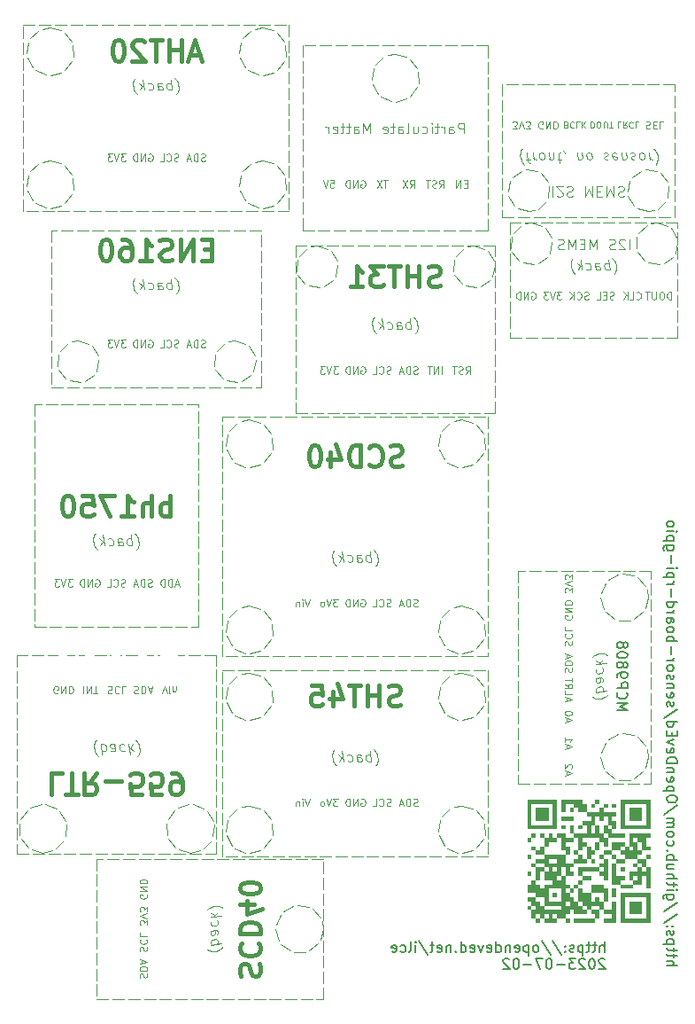
<source format=gbr>
%TF.GenerationSoftware,KiCad,Pcbnew,7.0.5-7.0.5~ubuntu22.04.1*%
%TF.CreationDate,2023-07-02T20:15:11+01:00*%
%TF.ProjectId,sensorboard-v4-base-station,73656e73-6f72-4626-9f61-72642d76342d,rev?*%
%TF.SameCoordinates,Original*%
%TF.FileFunction,Legend,Bot*%
%TF.FilePolarity,Positive*%
%FSLAX46Y46*%
G04 Gerber Fmt 4.6, Leading zero omitted, Abs format (unit mm)*
G04 Created by KiCad (PCBNEW 7.0.5-7.0.5~ubuntu22.04.1) date 2023-07-02 20:15:11*
%MOMM*%
%LPD*%
G01*
G04 APERTURE LIST*
%ADD10C,0.150000*%
%ADD11C,0.100000*%
%ADD12C,0.400000*%
%ADD13C,0.200000*%
%ADD14O,2.540000X2.540000*%
%ADD15R,1.700000X1.700000*%
%ADD16O,1.700000X1.700000*%
%ADD17C,2.750000*%
%ADD18O,2.000000X2.000000*%
G04 APERTURE END LIST*
D10*
X55168894Y1608096D02*
X56168894Y1608096D01*
X55168894Y2036667D02*
X55692704Y2036667D01*
X55692704Y2036667D02*
X55787942Y1989048D01*
X55787942Y1989048D02*
X55835561Y1893810D01*
X55835561Y1893810D02*
X55835561Y1750953D01*
X55835561Y1750953D02*
X55787942Y1655715D01*
X55787942Y1655715D02*
X55740323Y1608096D01*
X55835561Y2370001D02*
X55835561Y2750953D01*
X56168894Y2512858D02*
X55311752Y2512858D01*
X55311752Y2512858D02*
X55216514Y2560477D01*
X55216514Y2560477D02*
X55168894Y2655715D01*
X55168894Y2655715D02*
X55168894Y2750953D01*
X55835561Y2941430D02*
X55835561Y3322382D01*
X56168894Y3084287D02*
X55311752Y3084287D01*
X55311752Y3084287D02*
X55216514Y3131906D01*
X55216514Y3131906D02*
X55168894Y3227144D01*
X55168894Y3227144D02*
X55168894Y3322382D01*
X55835561Y3655716D02*
X54835561Y3655716D01*
X55787942Y3655716D02*
X55835561Y3750954D01*
X55835561Y3750954D02*
X55835561Y3941430D01*
X55835561Y3941430D02*
X55787942Y4036668D01*
X55787942Y4036668D02*
X55740323Y4084287D01*
X55740323Y4084287D02*
X55645085Y4131906D01*
X55645085Y4131906D02*
X55359371Y4131906D01*
X55359371Y4131906D02*
X55264133Y4084287D01*
X55264133Y4084287D02*
X55216514Y4036668D01*
X55216514Y4036668D02*
X55168894Y3941430D01*
X55168894Y3941430D02*
X55168894Y3750954D01*
X55168894Y3750954D02*
X55216514Y3655716D01*
X55216514Y4512859D02*
X55168894Y4608097D01*
X55168894Y4608097D02*
X55168894Y4798573D01*
X55168894Y4798573D02*
X55216514Y4893811D01*
X55216514Y4893811D02*
X55311752Y4941430D01*
X55311752Y4941430D02*
X55359371Y4941430D01*
X55359371Y4941430D02*
X55454609Y4893811D01*
X55454609Y4893811D02*
X55502228Y4798573D01*
X55502228Y4798573D02*
X55502228Y4655716D01*
X55502228Y4655716D02*
X55549847Y4560478D01*
X55549847Y4560478D02*
X55645085Y4512859D01*
X55645085Y4512859D02*
X55692704Y4512859D01*
X55692704Y4512859D02*
X55787942Y4560478D01*
X55787942Y4560478D02*
X55835561Y4655716D01*
X55835561Y4655716D02*
X55835561Y4798573D01*
X55835561Y4798573D02*
X55787942Y4893811D01*
X55264133Y5370002D02*
X55216514Y5417621D01*
X55216514Y5417621D02*
X55168894Y5370002D01*
X55168894Y5370002D02*
X55216514Y5322383D01*
X55216514Y5322383D02*
X55264133Y5370002D01*
X55264133Y5370002D02*
X55168894Y5370002D01*
X55787942Y5370002D02*
X55740323Y5417621D01*
X55740323Y5417621D02*
X55692704Y5370002D01*
X55692704Y5370002D02*
X55740323Y5322383D01*
X55740323Y5322383D02*
X55787942Y5370002D01*
X55787942Y5370002D02*
X55692704Y5370002D01*
X56216514Y6560477D02*
X54930799Y5703335D01*
X56216514Y7608096D02*
X54930799Y6750954D01*
X55835561Y8370001D02*
X55026037Y8370001D01*
X55026037Y8370001D02*
X54930799Y8322382D01*
X54930799Y8322382D02*
X54883180Y8274763D01*
X54883180Y8274763D02*
X54835561Y8179525D01*
X54835561Y8179525D02*
X54835561Y8036668D01*
X54835561Y8036668D02*
X54883180Y7941430D01*
X55216514Y8370001D02*
X55168894Y8274763D01*
X55168894Y8274763D02*
X55168894Y8084287D01*
X55168894Y8084287D02*
X55216514Y7989049D01*
X55216514Y7989049D02*
X55264133Y7941430D01*
X55264133Y7941430D02*
X55359371Y7893811D01*
X55359371Y7893811D02*
X55645085Y7893811D01*
X55645085Y7893811D02*
X55740323Y7941430D01*
X55740323Y7941430D02*
X55787942Y7989049D01*
X55787942Y7989049D02*
X55835561Y8084287D01*
X55835561Y8084287D02*
X55835561Y8274763D01*
X55835561Y8274763D02*
X55787942Y8370001D01*
X55168894Y8846192D02*
X55835561Y8846192D01*
X56168894Y8846192D02*
X56121275Y8798573D01*
X56121275Y8798573D02*
X56073656Y8846192D01*
X56073656Y8846192D02*
X56121275Y8893811D01*
X56121275Y8893811D02*
X56168894Y8846192D01*
X56168894Y8846192D02*
X56073656Y8846192D01*
X55835561Y9179525D02*
X55835561Y9560477D01*
X56168894Y9322382D02*
X55311752Y9322382D01*
X55311752Y9322382D02*
X55216514Y9370001D01*
X55216514Y9370001D02*
X55168894Y9465239D01*
X55168894Y9465239D02*
X55168894Y9560477D01*
X55168894Y9893811D02*
X56168894Y9893811D01*
X55168894Y10322382D02*
X55692704Y10322382D01*
X55692704Y10322382D02*
X55787942Y10274763D01*
X55787942Y10274763D02*
X55835561Y10179525D01*
X55835561Y10179525D02*
X55835561Y10036668D01*
X55835561Y10036668D02*
X55787942Y9941430D01*
X55787942Y9941430D02*
X55740323Y9893811D01*
X55835561Y11227144D02*
X55168894Y11227144D01*
X55835561Y10798573D02*
X55311752Y10798573D01*
X55311752Y10798573D02*
X55216514Y10846192D01*
X55216514Y10846192D02*
X55168894Y10941430D01*
X55168894Y10941430D02*
X55168894Y11084287D01*
X55168894Y11084287D02*
X55216514Y11179525D01*
X55216514Y11179525D02*
X55264133Y11227144D01*
X55168894Y11703335D02*
X56168894Y11703335D01*
X55787942Y11703335D02*
X55835561Y11798573D01*
X55835561Y11798573D02*
X55835561Y11989049D01*
X55835561Y11989049D02*
X55787942Y12084287D01*
X55787942Y12084287D02*
X55740323Y12131906D01*
X55740323Y12131906D02*
X55645085Y12179525D01*
X55645085Y12179525D02*
X55359371Y12179525D01*
X55359371Y12179525D02*
X55264133Y12131906D01*
X55264133Y12131906D02*
X55216514Y12084287D01*
X55216514Y12084287D02*
X55168894Y11989049D01*
X55168894Y11989049D02*
X55168894Y11798573D01*
X55168894Y11798573D02*
X55216514Y11703335D01*
X55264133Y12608097D02*
X55216514Y12655716D01*
X55216514Y12655716D02*
X55168894Y12608097D01*
X55168894Y12608097D02*
X55216514Y12560478D01*
X55216514Y12560478D02*
X55264133Y12608097D01*
X55264133Y12608097D02*
X55168894Y12608097D01*
X55216514Y13512858D02*
X55168894Y13417620D01*
X55168894Y13417620D02*
X55168894Y13227144D01*
X55168894Y13227144D02*
X55216514Y13131906D01*
X55216514Y13131906D02*
X55264133Y13084287D01*
X55264133Y13084287D02*
X55359371Y13036668D01*
X55359371Y13036668D02*
X55645085Y13036668D01*
X55645085Y13036668D02*
X55740323Y13084287D01*
X55740323Y13084287D02*
X55787942Y13131906D01*
X55787942Y13131906D02*
X55835561Y13227144D01*
X55835561Y13227144D02*
X55835561Y13417620D01*
X55835561Y13417620D02*
X55787942Y13512858D01*
X55168894Y14084287D02*
X55216514Y13989049D01*
X55216514Y13989049D02*
X55264133Y13941430D01*
X55264133Y13941430D02*
X55359371Y13893811D01*
X55359371Y13893811D02*
X55645085Y13893811D01*
X55645085Y13893811D02*
X55740323Y13941430D01*
X55740323Y13941430D02*
X55787942Y13989049D01*
X55787942Y13989049D02*
X55835561Y14084287D01*
X55835561Y14084287D02*
X55835561Y14227144D01*
X55835561Y14227144D02*
X55787942Y14322382D01*
X55787942Y14322382D02*
X55740323Y14370001D01*
X55740323Y14370001D02*
X55645085Y14417620D01*
X55645085Y14417620D02*
X55359371Y14417620D01*
X55359371Y14417620D02*
X55264133Y14370001D01*
X55264133Y14370001D02*
X55216514Y14322382D01*
X55216514Y14322382D02*
X55168894Y14227144D01*
X55168894Y14227144D02*
X55168894Y14084287D01*
X55168894Y14846192D02*
X55835561Y14846192D01*
X55740323Y14846192D02*
X55787942Y14893811D01*
X55787942Y14893811D02*
X55835561Y14989049D01*
X55835561Y14989049D02*
X55835561Y15131906D01*
X55835561Y15131906D02*
X55787942Y15227144D01*
X55787942Y15227144D02*
X55692704Y15274763D01*
X55692704Y15274763D02*
X55168894Y15274763D01*
X55692704Y15274763D02*
X55787942Y15322382D01*
X55787942Y15322382D02*
X55835561Y15417620D01*
X55835561Y15417620D02*
X55835561Y15560477D01*
X55835561Y15560477D02*
X55787942Y15655716D01*
X55787942Y15655716D02*
X55692704Y15703335D01*
X55692704Y15703335D02*
X55168894Y15703335D01*
X56216514Y16893810D02*
X54930799Y16036668D01*
X56168894Y17417620D02*
X56168894Y17608096D01*
X56168894Y17608096D02*
X56121275Y17703334D01*
X56121275Y17703334D02*
X56026037Y17798572D01*
X56026037Y17798572D02*
X55835561Y17846191D01*
X55835561Y17846191D02*
X55502228Y17846191D01*
X55502228Y17846191D02*
X55311752Y17798572D01*
X55311752Y17798572D02*
X55216514Y17703334D01*
X55216514Y17703334D02*
X55168894Y17608096D01*
X55168894Y17608096D02*
X55168894Y17417620D01*
X55168894Y17417620D02*
X55216514Y17322382D01*
X55216514Y17322382D02*
X55311752Y17227144D01*
X55311752Y17227144D02*
X55502228Y17179525D01*
X55502228Y17179525D02*
X55835561Y17179525D01*
X55835561Y17179525D02*
X56026037Y17227144D01*
X56026037Y17227144D02*
X56121275Y17322382D01*
X56121275Y17322382D02*
X56168894Y17417620D01*
X55835561Y18274763D02*
X54835561Y18274763D01*
X55787942Y18274763D02*
X55835561Y18370001D01*
X55835561Y18370001D02*
X55835561Y18560477D01*
X55835561Y18560477D02*
X55787942Y18655715D01*
X55787942Y18655715D02*
X55740323Y18703334D01*
X55740323Y18703334D02*
X55645085Y18750953D01*
X55645085Y18750953D02*
X55359371Y18750953D01*
X55359371Y18750953D02*
X55264133Y18703334D01*
X55264133Y18703334D02*
X55216514Y18655715D01*
X55216514Y18655715D02*
X55168894Y18560477D01*
X55168894Y18560477D02*
X55168894Y18370001D01*
X55168894Y18370001D02*
X55216514Y18274763D01*
X55216514Y19560477D02*
X55168894Y19465239D01*
X55168894Y19465239D02*
X55168894Y19274763D01*
X55168894Y19274763D02*
X55216514Y19179525D01*
X55216514Y19179525D02*
X55311752Y19131906D01*
X55311752Y19131906D02*
X55692704Y19131906D01*
X55692704Y19131906D02*
X55787942Y19179525D01*
X55787942Y19179525D02*
X55835561Y19274763D01*
X55835561Y19274763D02*
X55835561Y19465239D01*
X55835561Y19465239D02*
X55787942Y19560477D01*
X55787942Y19560477D02*
X55692704Y19608096D01*
X55692704Y19608096D02*
X55597466Y19608096D01*
X55597466Y19608096D02*
X55502228Y19131906D01*
X55835561Y20036668D02*
X55168894Y20036668D01*
X55740323Y20036668D02*
X55787942Y20084287D01*
X55787942Y20084287D02*
X55835561Y20179525D01*
X55835561Y20179525D02*
X55835561Y20322382D01*
X55835561Y20322382D02*
X55787942Y20417620D01*
X55787942Y20417620D02*
X55692704Y20465239D01*
X55692704Y20465239D02*
X55168894Y20465239D01*
X55168894Y20941430D02*
X56168894Y20941430D01*
X56168894Y20941430D02*
X56168894Y21179525D01*
X56168894Y21179525D02*
X56121275Y21322382D01*
X56121275Y21322382D02*
X56026037Y21417620D01*
X56026037Y21417620D02*
X55930799Y21465239D01*
X55930799Y21465239D02*
X55740323Y21512858D01*
X55740323Y21512858D02*
X55597466Y21512858D01*
X55597466Y21512858D02*
X55406990Y21465239D01*
X55406990Y21465239D02*
X55311752Y21417620D01*
X55311752Y21417620D02*
X55216514Y21322382D01*
X55216514Y21322382D02*
X55168894Y21179525D01*
X55168894Y21179525D02*
X55168894Y20941430D01*
X55216514Y22322382D02*
X55168894Y22227144D01*
X55168894Y22227144D02*
X55168894Y22036668D01*
X55168894Y22036668D02*
X55216514Y21941430D01*
X55216514Y21941430D02*
X55311752Y21893811D01*
X55311752Y21893811D02*
X55692704Y21893811D01*
X55692704Y21893811D02*
X55787942Y21941430D01*
X55787942Y21941430D02*
X55835561Y22036668D01*
X55835561Y22036668D02*
X55835561Y22227144D01*
X55835561Y22227144D02*
X55787942Y22322382D01*
X55787942Y22322382D02*
X55692704Y22370001D01*
X55692704Y22370001D02*
X55597466Y22370001D01*
X55597466Y22370001D02*
X55502228Y21893811D01*
X55835561Y22703335D02*
X55168894Y22941430D01*
X55168894Y22941430D02*
X55835561Y23179525D01*
X55692704Y23560478D02*
X55692704Y23893811D01*
X55168894Y24036668D02*
X55168894Y23560478D01*
X55168894Y23560478D02*
X56168894Y23560478D01*
X56168894Y23560478D02*
X56168894Y24036668D01*
X55168894Y24893811D02*
X56168894Y24893811D01*
X55216514Y24893811D02*
X55168894Y24798573D01*
X55168894Y24798573D02*
X55168894Y24608097D01*
X55168894Y24608097D02*
X55216514Y24512859D01*
X55216514Y24512859D02*
X55264133Y24465240D01*
X55264133Y24465240D02*
X55359371Y24417621D01*
X55359371Y24417621D02*
X55645085Y24417621D01*
X55645085Y24417621D02*
X55740323Y24465240D01*
X55740323Y24465240D02*
X55787942Y24512859D01*
X55787942Y24512859D02*
X55835561Y24608097D01*
X55835561Y24608097D02*
X55835561Y24798573D01*
X55835561Y24798573D02*
X55787942Y24893811D01*
X56216514Y26084287D02*
X54930799Y25227145D01*
X55216514Y26370002D02*
X55168894Y26465240D01*
X55168894Y26465240D02*
X55168894Y26655716D01*
X55168894Y26655716D02*
X55216514Y26750954D01*
X55216514Y26750954D02*
X55311752Y26798573D01*
X55311752Y26798573D02*
X55359371Y26798573D01*
X55359371Y26798573D02*
X55454609Y26750954D01*
X55454609Y26750954D02*
X55502228Y26655716D01*
X55502228Y26655716D02*
X55502228Y26512859D01*
X55502228Y26512859D02*
X55549847Y26417621D01*
X55549847Y26417621D02*
X55645085Y26370002D01*
X55645085Y26370002D02*
X55692704Y26370002D01*
X55692704Y26370002D02*
X55787942Y26417621D01*
X55787942Y26417621D02*
X55835561Y26512859D01*
X55835561Y26512859D02*
X55835561Y26655716D01*
X55835561Y26655716D02*
X55787942Y26750954D01*
X55216514Y27608097D02*
X55168894Y27512859D01*
X55168894Y27512859D02*
X55168894Y27322383D01*
X55168894Y27322383D02*
X55216514Y27227145D01*
X55216514Y27227145D02*
X55311752Y27179526D01*
X55311752Y27179526D02*
X55692704Y27179526D01*
X55692704Y27179526D02*
X55787942Y27227145D01*
X55787942Y27227145D02*
X55835561Y27322383D01*
X55835561Y27322383D02*
X55835561Y27512859D01*
X55835561Y27512859D02*
X55787942Y27608097D01*
X55787942Y27608097D02*
X55692704Y27655716D01*
X55692704Y27655716D02*
X55597466Y27655716D01*
X55597466Y27655716D02*
X55502228Y27179526D01*
X55835561Y28084288D02*
X55168894Y28084288D01*
X55740323Y28084288D02*
X55787942Y28131907D01*
X55787942Y28131907D02*
X55835561Y28227145D01*
X55835561Y28227145D02*
X55835561Y28370002D01*
X55835561Y28370002D02*
X55787942Y28465240D01*
X55787942Y28465240D02*
X55692704Y28512859D01*
X55692704Y28512859D02*
X55168894Y28512859D01*
X55216514Y28941431D02*
X55168894Y29036669D01*
X55168894Y29036669D02*
X55168894Y29227145D01*
X55168894Y29227145D02*
X55216514Y29322383D01*
X55216514Y29322383D02*
X55311752Y29370002D01*
X55311752Y29370002D02*
X55359371Y29370002D01*
X55359371Y29370002D02*
X55454609Y29322383D01*
X55454609Y29322383D02*
X55502228Y29227145D01*
X55502228Y29227145D02*
X55502228Y29084288D01*
X55502228Y29084288D02*
X55549847Y28989050D01*
X55549847Y28989050D02*
X55645085Y28941431D01*
X55645085Y28941431D02*
X55692704Y28941431D01*
X55692704Y28941431D02*
X55787942Y28989050D01*
X55787942Y28989050D02*
X55835561Y29084288D01*
X55835561Y29084288D02*
X55835561Y29227145D01*
X55835561Y29227145D02*
X55787942Y29322383D01*
X55168894Y29941431D02*
X55216514Y29846193D01*
X55216514Y29846193D02*
X55264133Y29798574D01*
X55264133Y29798574D02*
X55359371Y29750955D01*
X55359371Y29750955D02*
X55645085Y29750955D01*
X55645085Y29750955D02*
X55740323Y29798574D01*
X55740323Y29798574D02*
X55787942Y29846193D01*
X55787942Y29846193D02*
X55835561Y29941431D01*
X55835561Y29941431D02*
X55835561Y30084288D01*
X55835561Y30084288D02*
X55787942Y30179526D01*
X55787942Y30179526D02*
X55740323Y30227145D01*
X55740323Y30227145D02*
X55645085Y30274764D01*
X55645085Y30274764D02*
X55359371Y30274764D01*
X55359371Y30274764D02*
X55264133Y30227145D01*
X55264133Y30227145D02*
X55216514Y30179526D01*
X55216514Y30179526D02*
X55168894Y30084288D01*
X55168894Y30084288D02*
X55168894Y29941431D01*
X55168894Y30703336D02*
X55835561Y30703336D01*
X55645085Y30703336D02*
X55740323Y30750955D01*
X55740323Y30750955D02*
X55787942Y30798574D01*
X55787942Y30798574D02*
X55835561Y30893812D01*
X55835561Y30893812D02*
X55835561Y30989050D01*
X55549847Y31322384D02*
X55549847Y32084288D01*
X55168894Y32560479D02*
X56168894Y32560479D01*
X55787942Y32560479D02*
X55835561Y32655717D01*
X55835561Y32655717D02*
X55835561Y32846193D01*
X55835561Y32846193D02*
X55787942Y32941431D01*
X55787942Y32941431D02*
X55740323Y32989050D01*
X55740323Y32989050D02*
X55645085Y33036669D01*
X55645085Y33036669D02*
X55359371Y33036669D01*
X55359371Y33036669D02*
X55264133Y32989050D01*
X55264133Y32989050D02*
X55216514Y32941431D01*
X55216514Y32941431D02*
X55168894Y32846193D01*
X55168894Y32846193D02*
X55168894Y32655717D01*
X55168894Y32655717D02*
X55216514Y32560479D01*
X55168894Y33608098D02*
X55216514Y33512860D01*
X55216514Y33512860D02*
X55264133Y33465241D01*
X55264133Y33465241D02*
X55359371Y33417622D01*
X55359371Y33417622D02*
X55645085Y33417622D01*
X55645085Y33417622D02*
X55740323Y33465241D01*
X55740323Y33465241D02*
X55787942Y33512860D01*
X55787942Y33512860D02*
X55835561Y33608098D01*
X55835561Y33608098D02*
X55835561Y33750955D01*
X55835561Y33750955D02*
X55787942Y33846193D01*
X55787942Y33846193D02*
X55740323Y33893812D01*
X55740323Y33893812D02*
X55645085Y33941431D01*
X55645085Y33941431D02*
X55359371Y33941431D01*
X55359371Y33941431D02*
X55264133Y33893812D01*
X55264133Y33893812D02*
X55216514Y33846193D01*
X55216514Y33846193D02*
X55168894Y33750955D01*
X55168894Y33750955D02*
X55168894Y33608098D01*
X55168894Y34798574D02*
X55692704Y34798574D01*
X55692704Y34798574D02*
X55787942Y34750955D01*
X55787942Y34750955D02*
X55835561Y34655717D01*
X55835561Y34655717D02*
X55835561Y34465241D01*
X55835561Y34465241D02*
X55787942Y34370003D01*
X55216514Y34798574D02*
X55168894Y34703336D01*
X55168894Y34703336D02*
X55168894Y34465241D01*
X55168894Y34465241D02*
X55216514Y34370003D01*
X55216514Y34370003D02*
X55311752Y34322384D01*
X55311752Y34322384D02*
X55406990Y34322384D01*
X55406990Y34322384D02*
X55502228Y34370003D01*
X55502228Y34370003D02*
X55549847Y34465241D01*
X55549847Y34465241D02*
X55549847Y34703336D01*
X55549847Y34703336D02*
X55597466Y34798574D01*
X55168894Y35274765D02*
X55835561Y35274765D01*
X55645085Y35274765D02*
X55740323Y35322384D01*
X55740323Y35322384D02*
X55787942Y35370003D01*
X55787942Y35370003D02*
X55835561Y35465241D01*
X55835561Y35465241D02*
X55835561Y35560479D01*
X55168894Y36322384D02*
X56168894Y36322384D01*
X55216514Y36322384D02*
X55168894Y36227146D01*
X55168894Y36227146D02*
X55168894Y36036670D01*
X55168894Y36036670D02*
X55216514Y35941432D01*
X55216514Y35941432D02*
X55264133Y35893813D01*
X55264133Y35893813D02*
X55359371Y35846194D01*
X55359371Y35846194D02*
X55645085Y35846194D01*
X55645085Y35846194D02*
X55740323Y35893813D01*
X55740323Y35893813D02*
X55787942Y35941432D01*
X55787942Y35941432D02*
X55835561Y36036670D01*
X55835561Y36036670D02*
X55835561Y36227146D01*
X55835561Y36227146D02*
X55787942Y36322384D01*
X55549847Y36798575D02*
X55549847Y37560479D01*
X55168894Y38036670D02*
X55835561Y38036670D01*
X55645085Y38036670D02*
X55740323Y38084289D01*
X55740323Y38084289D02*
X55787942Y38131908D01*
X55787942Y38131908D02*
X55835561Y38227146D01*
X55835561Y38227146D02*
X55835561Y38322384D01*
X55835561Y38655718D02*
X54835561Y38655718D01*
X55787942Y38655718D02*
X55835561Y38750956D01*
X55835561Y38750956D02*
X55835561Y38941432D01*
X55835561Y38941432D02*
X55787942Y39036670D01*
X55787942Y39036670D02*
X55740323Y39084289D01*
X55740323Y39084289D02*
X55645085Y39131908D01*
X55645085Y39131908D02*
X55359371Y39131908D01*
X55359371Y39131908D02*
X55264133Y39084289D01*
X55264133Y39084289D02*
X55216514Y39036670D01*
X55216514Y39036670D02*
X55168894Y38941432D01*
X55168894Y38941432D02*
X55168894Y38750956D01*
X55168894Y38750956D02*
X55216514Y38655718D01*
X55168894Y39560480D02*
X55835561Y39560480D01*
X56168894Y39560480D02*
X56121275Y39512861D01*
X56121275Y39512861D02*
X56073656Y39560480D01*
X56073656Y39560480D02*
X56121275Y39608099D01*
X56121275Y39608099D02*
X56168894Y39560480D01*
X56168894Y39560480D02*
X56073656Y39560480D01*
X55549847Y40036670D02*
X55549847Y40798574D01*
X55835561Y41703336D02*
X55026037Y41703336D01*
X55026037Y41703336D02*
X54930799Y41655717D01*
X54930799Y41655717D02*
X54883180Y41608098D01*
X54883180Y41608098D02*
X54835561Y41512860D01*
X54835561Y41512860D02*
X54835561Y41370003D01*
X54835561Y41370003D02*
X54883180Y41274765D01*
X55216514Y41703336D02*
X55168894Y41608098D01*
X55168894Y41608098D02*
X55168894Y41417622D01*
X55168894Y41417622D02*
X55216514Y41322384D01*
X55216514Y41322384D02*
X55264133Y41274765D01*
X55264133Y41274765D02*
X55359371Y41227146D01*
X55359371Y41227146D02*
X55645085Y41227146D01*
X55645085Y41227146D02*
X55740323Y41274765D01*
X55740323Y41274765D02*
X55787942Y41322384D01*
X55787942Y41322384D02*
X55835561Y41417622D01*
X55835561Y41417622D02*
X55835561Y41608098D01*
X55835561Y41608098D02*
X55787942Y41703336D01*
X55835561Y42179527D02*
X54835561Y42179527D01*
X55787942Y42179527D02*
X55835561Y42274765D01*
X55835561Y42274765D02*
X55835561Y42465241D01*
X55835561Y42465241D02*
X55787942Y42560479D01*
X55787942Y42560479D02*
X55740323Y42608098D01*
X55740323Y42608098D02*
X55645085Y42655717D01*
X55645085Y42655717D02*
X55359371Y42655717D01*
X55359371Y42655717D02*
X55264133Y42608098D01*
X55264133Y42608098D02*
X55216514Y42560479D01*
X55216514Y42560479D02*
X55168894Y42465241D01*
X55168894Y42465241D02*
X55168894Y42274765D01*
X55168894Y42274765D02*
X55216514Y42179527D01*
X55168894Y43084289D02*
X55835561Y43084289D01*
X56168894Y43084289D02*
X56121275Y43036670D01*
X56121275Y43036670D02*
X56073656Y43084289D01*
X56073656Y43084289D02*
X56121275Y43131908D01*
X56121275Y43131908D02*
X56168894Y43084289D01*
X56168894Y43084289D02*
X56073656Y43084289D01*
X55168894Y43703336D02*
X55216514Y43608098D01*
X55216514Y43608098D02*
X55264133Y43560479D01*
X55264133Y43560479D02*
X55359371Y43512860D01*
X55359371Y43512860D02*
X55645085Y43512860D01*
X55645085Y43512860D02*
X55740323Y43560479D01*
X55740323Y43560479D02*
X55787942Y43608098D01*
X55787942Y43608098D02*
X55835561Y43703336D01*
X55835561Y43703336D02*
X55835561Y43846193D01*
X55835561Y43846193D02*
X55787942Y43941431D01*
X55787942Y43941431D02*
X55740323Y43989050D01*
X55740323Y43989050D02*
X55645085Y44036669D01*
X55645085Y44036669D02*
X55359371Y44036669D01*
X55359371Y44036669D02*
X55264133Y43989050D01*
X55264133Y43989050D02*
X55216514Y43941431D01*
X55216514Y43941431D02*
X55168894Y43846193D01*
X55168894Y43846193D02*
X55168894Y43703336D01*
X49193220Y2890181D02*
X49193220Y3890181D01*
X48764649Y2890181D02*
X48764649Y3413991D01*
X48764649Y3413991D02*
X48812268Y3509229D01*
X48812268Y3509229D02*
X48907506Y3556848D01*
X48907506Y3556848D02*
X49050363Y3556848D01*
X49050363Y3556848D02*
X49145601Y3509229D01*
X49145601Y3509229D02*
X49193220Y3461610D01*
X48431315Y3556848D02*
X48050363Y3556848D01*
X48288458Y3890181D02*
X48288458Y3033039D01*
X48288458Y3033039D02*
X48240839Y2937800D01*
X48240839Y2937800D02*
X48145601Y2890181D01*
X48145601Y2890181D02*
X48050363Y2890181D01*
X47859886Y3556848D02*
X47478934Y3556848D01*
X47717029Y3890181D02*
X47717029Y3033039D01*
X47717029Y3033039D02*
X47669410Y2937800D01*
X47669410Y2937800D02*
X47574172Y2890181D01*
X47574172Y2890181D02*
X47478934Y2890181D01*
X47145600Y3556848D02*
X47145600Y2556848D01*
X47145600Y3509229D02*
X47050362Y3556848D01*
X47050362Y3556848D02*
X46859886Y3556848D01*
X46859886Y3556848D02*
X46764648Y3509229D01*
X46764648Y3509229D02*
X46717029Y3461610D01*
X46717029Y3461610D02*
X46669410Y3366372D01*
X46669410Y3366372D02*
X46669410Y3080658D01*
X46669410Y3080658D02*
X46717029Y2985420D01*
X46717029Y2985420D02*
X46764648Y2937800D01*
X46764648Y2937800D02*
X46859886Y2890181D01*
X46859886Y2890181D02*
X47050362Y2890181D01*
X47050362Y2890181D02*
X47145600Y2937800D01*
X46288457Y2937800D02*
X46193219Y2890181D01*
X46193219Y2890181D02*
X46002743Y2890181D01*
X46002743Y2890181D02*
X45907505Y2937800D01*
X45907505Y2937800D02*
X45859886Y3033039D01*
X45859886Y3033039D02*
X45859886Y3080658D01*
X45859886Y3080658D02*
X45907505Y3175896D01*
X45907505Y3175896D02*
X46002743Y3223515D01*
X46002743Y3223515D02*
X46145600Y3223515D01*
X46145600Y3223515D02*
X46240838Y3271134D01*
X46240838Y3271134D02*
X46288457Y3366372D01*
X46288457Y3366372D02*
X46288457Y3413991D01*
X46288457Y3413991D02*
X46240838Y3509229D01*
X46240838Y3509229D02*
X46145600Y3556848D01*
X46145600Y3556848D02*
X46002743Y3556848D01*
X46002743Y3556848D02*
X45907505Y3509229D01*
X45431314Y2985420D02*
X45383695Y2937800D01*
X45383695Y2937800D02*
X45431314Y2890181D01*
X45431314Y2890181D02*
X45478933Y2937800D01*
X45478933Y2937800D02*
X45431314Y2985420D01*
X45431314Y2985420D02*
X45431314Y2890181D01*
X45431314Y3509229D02*
X45383695Y3461610D01*
X45383695Y3461610D02*
X45431314Y3413991D01*
X45431314Y3413991D02*
X45478933Y3461610D01*
X45478933Y3461610D02*
X45431314Y3509229D01*
X45431314Y3509229D02*
X45431314Y3413991D01*
X44240839Y3937800D02*
X45097981Y2652086D01*
X43193220Y3937800D02*
X44050362Y2652086D01*
X42717029Y2890181D02*
X42812267Y2937800D01*
X42812267Y2937800D02*
X42859886Y2985420D01*
X42859886Y2985420D02*
X42907505Y3080658D01*
X42907505Y3080658D02*
X42907505Y3366372D01*
X42907505Y3366372D02*
X42859886Y3461610D01*
X42859886Y3461610D02*
X42812267Y3509229D01*
X42812267Y3509229D02*
X42717029Y3556848D01*
X42717029Y3556848D02*
X42574172Y3556848D01*
X42574172Y3556848D02*
X42478934Y3509229D01*
X42478934Y3509229D02*
X42431315Y3461610D01*
X42431315Y3461610D02*
X42383696Y3366372D01*
X42383696Y3366372D02*
X42383696Y3080658D01*
X42383696Y3080658D02*
X42431315Y2985420D01*
X42431315Y2985420D02*
X42478934Y2937800D01*
X42478934Y2937800D02*
X42574172Y2890181D01*
X42574172Y2890181D02*
X42717029Y2890181D01*
X41955124Y3556848D02*
X41955124Y2556848D01*
X41955124Y3509229D02*
X41859886Y3556848D01*
X41859886Y3556848D02*
X41669410Y3556848D01*
X41669410Y3556848D02*
X41574172Y3509229D01*
X41574172Y3509229D02*
X41526553Y3461610D01*
X41526553Y3461610D02*
X41478934Y3366372D01*
X41478934Y3366372D02*
X41478934Y3080658D01*
X41478934Y3080658D02*
X41526553Y2985420D01*
X41526553Y2985420D02*
X41574172Y2937800D01*
X41574172Y2937800D02*
X41669410Y2890181D01*
X41669410Y2890181D02*
X41859886Y2890181D01*
X41859886Y2890181D02*
X41955124Y2937800D01*
X40669410Y2937800D02*
X40764648Y2890181D01*
X40764648Y2890181D02*
X40955124Y2890181D01*
X40955124Y2890181D02*
X41050362Y2937800D01*
X41050362Y2937800D02*
X41097981Y3033039D01*
X41097981Y3033039D02*
X41097981Y3413991D01*
X41097981Y3413991D02*
X41050362Y3509229D01*
X41050362Y3509229D02*
X40955124Y3556848D01*
X40955124Y3556848D02*
X40764648Y3556848D01*
X40764648Y3556848D02*
X40669410Y3509229D01*
X40669410Y3509229D02*
X40621791Y3413991D01*
X40621791Y3413991D02*
X40621791Y3318753D01*
X40621791Y3318753D02*
X41097981Y3223515D01*
X40193219Y3556848D02*
X40193219Y2890181D01*
X40193219Y3461610D02*
X40145600Y3509229D01*
X40145600Y3509229D02*
X40050362Y3556848D01*
X40050362Y3556848D02*
X39907505Y3556848D01*
X39907505Y3556848D02*
X39812267Y3509229D01*
X39812267Y3509229D02*
X39764648Y3413991D01*
X39764648Y3413991D02*
X39764648Y2890181D01*
X38859886Y2890181D02*
X38859886Y3890181D01*
X38859886Y2937800D02*
X38955124Y2890181D01*
X38955124Y2890181D02*
X39145600Y2890181D01*
X39145600Y2890181D02*
X39240838Y2937800D01*
X39240838Y2937800D02*
X39288457Y2985420D01*
X39288457Y2985420D02*
X39336076Y3080658D01*
X39336076Y3080658D02*
X39336076Y3366372D01*
X39336076Y3366372D02*
X39288457Y3461610D01*
X39288457Y3461610D02*
X39240838Y3509229D01*
X39240838Y3509229D02*
X39145600Y3556848D01*
X39145600Y3556848D02*
X38955124Y3556848D01*
X38955124Y3556848D02*
X38859886Y3509229D01*
X38002743Y2937800D02*
X38097981Y2890181D01*
X38097981Y2890181D02*
X38288457Y2890181D01*
X38288457Y2890181D02*
X38383695Y2937800D01*
X38383695Y2937800D02*
X38431314Y3033039D01*
X38431314Y3033039D02*
X38431314Y3413991D01*
X38431314Y3413991D02*
X38383695Y3509229D01*
X38383695Y3509229D02*
X38288457Y3556848D01*
X38288457Y3556848D02*
X38097981Y3556848D01*
X38097981Y3556848D02*
X38002743Y3509229D01*
X38002743Y3509229D02*
X37955124Y3413991D01*
X37955124Y3413991D02*
X37955124Y3318753D01*
X37955124Y3318753D02*
X38431314Y3223515D01*
X37621790Y3556848D02*
X37383695Y2890181D01*
X37383695Y2890181D02*
X37145600Y3556848D01*
X36383695Y2937800D02*
X36478933Y2890181D01*
X36478933Y2890181D02*
X36669409Y2890181D01*
X36669409Y2890181D02*
X36764647Y2937800D01*
X36764647Y2937800D02*
X36812266Y3033039D01*
X36812266Y3033039D02*
X36812266Y3413991D01*
X36812266Y3413991D02*
X36764647Y3509229D01*
X36764647Y3509229D02*
X36669409Y3556848D01*
X36669409Y3556848D02*
X36478933Y3556848D01*
X36478933Y3556848D02*
X36383695Y3509229D01*
X36383695Y3509229D02*
X36336076Y3413991D01*
X36336076Y3413991D02*
X36336076Y3318753D01*
X36336076Y3318753D02*
X36812266Y3223515D01*
X35478933Y2890181D02*
X35478933Y3890181D01*
X35478933Y2937800D02*
X35574171Y2890181D01*
X35574171Y2890181D02*
X35764647Y2890181D01*
X35764647Y2890181D02*
X35859885Y2937800D01*
X35859885Y2937800D02*
X35907504Y2985420D01*
X35907504Y2985420D02*
X35955123Y3080658D01*
X35955123Y3080658D02*
X35955123Y3366372D01*
X35955123Y3366372D02*
X35907504Y3461610D01*
X35907504Y3461610D02*
X35859885Y3509229D01*
X35859885Y3509229D02*
X35764647Y3556848D01*
X35764647Y3556848D02*
X35574171Y3556848D01*
X35574171Y3556848D02*
X35478933Y3509229D01*
X35002742Y2985420D02*
X34955123Y2937800D01*
X34955123Y2937800D02*
X35002742Y2890181D01*
X35002742Y2890181D02*
X35050361Y2937800D01*
X35050361Y2937800D02*
X35002742Y2985420D01*
X35002742Y2985420D02*
X35002742Y2890181D01*
X34526552Y3556848D02*
X34526552Y2890181D01*
X34526552Y3461610D02*
X34478933Y3509229D01*
X34478933Y3509229D02*
X34383695Y3556848D01*
X34383695Y3556848D02*
X34240838Y3556848D01*
X34240838Y3556848D02*
X34145600Y3509229D01*
X34145600Y3509229D02*
X34097981Y3413991D01*
X34097981Y3413991D02*
X34097981Y2890181D01*
X33240838Y2937800D02*
X33336076Y2890181D01*
X33336076Y2890181D02*
X33526552Y2890181D01*
X33526552Y2890181D02*
X33621790Y2937800D01*
X33621790Y2937800D02*
X33669409Y3033039D01*
X33669409Y3033039D02*
X33669409Y3413991D01*
X33669409Y3413991D02*
X33621790Y3509229D01*
X33621790Y3509229D02*
X33526552Y3556848D01*
X33526552Y3556848D02*
X33336076Y3556848D01*
X33336076Y3556848D02*
X33240838Y3509229D01*
X33240838Y3509229D02*
X33193219Y3413991D01*
X33193219Y3413991D02*
X33193219Y3318753D01*
X33193219Y3318753D02*
X33669409Y3223515D01*
X32907504Y3556848D02*
X32526552Y3556848D01*
X32764647Y3890181D02*
X32764647Y3033039D01*
X32764647Y3033039D02*
X32717028Y2937800D01*
X32717028Y2937800D02*
X32621790Y2890181D01*
X32621790Y2890181D02*
X32526552Y2890181D01*
X31478933Y3937800D02*
X32336075Y2652086D01*
X31145599Y2890181D02*
X31145599Y3556848D01*
X31145599Y3890181D02*
X31193218Y3842562D01*
X31193218Y3842562D02*
X31145599Y3794943D01*
X31145599Y3794943D02*
X31097980Y3842562D01*
X31097980Y3842562D02*
X31145599Y3890181D01*
X31145599Y3890181D02*
X31145599Y3794943D01*
X30526552Y2890181D02*
X30621790Y2937800D01*
X30621790Y2937800D02*
X30669409Y3033039D01*
X30669409Y3033039D02*
X30669409Y3890181D01*
X29717028Y2937800D02*
X29812266Y2890181D01*
X29812266Y2890181D02*
X30002742Y2890181D01*
X30002742Y2890181D02*
X30097980Y2937800D01*
X30097980Y2937800D02*
X30145599Y2985420D01*
X30145599Y2985420D02*
X30193218Y3080658D01*
X30193218Y3080658D02*
X30193218Y3366372D01*
X30193218Y3366372D02*
X30145599Y3461610D01*
X30145599Y3461610D02*
X30097980Y3509229D01*
X30097980Y3509229D02*
X30002742Y3556848D01*
X30002742Y3556848D02*
X29812266Y3556848D01*
X29812266Y3556848D02*
X29717028Y3509229D01*
X28907504Y2937800D02*
X29002742Y2890181D01*
X29002742Y2890181D02*
X29193218Y2890181D01*
X29193218Y2890181D02*
X29288456Y2937800D01*
X29288456Y2937800D02*
X29336075Y3033039D01*
X29336075Y3033039D02*
X29336075Y3413991D01*
X29336075Y3413991D02*
X29288456Y3509229D01*
X29288456Y3509229D02*
X29193218Y3556848D01*
X29193218Y3556848D02*
X29002742Y3556848D01*
X29002742Y3556848D02*
X28907504Y3509229D01*
X28907504Y3509229D02*
X28859885Y3413991D01*
X28859885Y3413991D02*
X28859885Y3318753D01*
X28859885Y3318753D02*
X29336075Y3223515D01*
X49240839Y2184943D02*
X49193220Y2232562D01*
X49193220Y2232562D02*
X49097982Y2280181D01*
X49097982Y2280181D02*
X48859887Y2280181D01*
X48859887Y2280181D02*
X48764649Y2232562D01*
X48764649Y2232562D02*
X48717030Y2184943D01*
X48717030Y2184943D02*
X48669411Y2089705D01*
X48669411Y2089705D02*
X48669411Y1994467D01*
X48669411Y1994467D02*
X48717030Y1851610D01*
X48717030Y1851610D02*
X49288458Y1280181D01*
X49288458Y1280181D02*
X48669411Y1280181D01*
X48050363Y2280181D02*
X47955125Y2280181D01*
X47955125Y2280181D02*
X47859887Y2232562D01*
X47859887Y2232562D02*
X47812268Y2184943D01*
X47812268Y2184943D02*
X47764649Y2089705D01*
X47764649Y2089705D02*
X47717030Y1899229D01*
X47717030Y1899229D02*
X47717030Y1661134D01*
X47717030Y1661134D02*
X47764649Y1470658D01*
X47764649Y1470658D02*
X47812268Y1375420D01*
X47812268Y1375420D02*
X47859887Y1327800D01*
X47859887Y1327800D02*
X47955125Y1280181D01*
X47955125Y1280181D02*
X48050363Y1280181D01*
X48050363Y1280181D02*
X48145601Y1327800D01*
X48145601Y1327800D02*
X48193220Y1375420D01*
X48193220Y1375420D02*
X48240839Y1470658D01*
X48240839Y1470658D02*
X48288458Y1661134D01*
X48288458Y1661134D02*
X48288458Y1899229D01*
X48288458Y1899229D02*
X48240839Y2089705D01*
X48240839Y2089705D02*
X48193220Y2184943D01*
X48193220Y2184943D02*
X48145601Y2232562D01*
X48145601Y2232562D02*
X48050363Y2280181D01*
X47336077Y2184943D02*
X47288458Y2232562D01*
X47288458Y2232562D02*
X47193220Y2280181D01*
X47193220Y2280181D02*
X46955125Y2280181D01*
X46955125Y2280181D02*
X46859887Y2232562D01*
X46859887Y2232562D02*
X46812268Y2184943D01*
X46812268Y2184943D02*
X46764649Y2089705D01*
X46764649Y2089705D02*
X46764649Y1994467D01*
X46764649Y1994467D02*
X46812268Y1851610D01*
X46812268Y1851610D02*
X47383696Y1280181D01*
X47383696Y1280181D02*
X46764649Y1280181D01*
X46431315Y2280181D02*
X45812268Y2280181D01*
X45812268Y2280181D02*
X46145601Y1899229D01*
X46145601Y1899229D02*
X46002744Y1899229D01*
X46002744Y1899229D02*
X45907506Y1851610D01*
X45907506Y1851610D02*
X45859887Y1803991D01*
X45859887Y1803991D02*
X45812268Y1708753D01*
X45812268Y1708753D02*
X45812268Y1470658D01*
X45812268Y1470658D02*
X45859887Y1375420D01*
X45859887Y1375420D02*
X45907506Y1327800D01*
X45907506Y1327800D02*
X46002744Y1280181D01*
X46002744Y1280181D02*
X46288458Y1280181D01*
X46288458Y1280181D02*
X46383696Y1327800D01*
X46383696Y1327800D02*
X46431315Y1375420D01*
X45383696Y1661134D02*
X44621792Y1661134D01*
X43955125Y2280181D02*
X43859887Y2280181D01*
X43859887Y2280181D02*
X43764649Y2232562D01*
X43764649Y2232562D02*
X43717030Y2184943D01*
X43717030Y2184943D02*
X43669411Y2089705D01*
X43669411Y2089705D02*
X43621792Y1899229D01*
X43621792Y1899229D02*
X43621792Y1661134D01*
X43621792Y1661134D02*
X43669411Y1470658D01*
X43669411Y1470658D02*
X43717030Y1375420D01*
X43717030Y1375420D02*
X43764649Y1327800D01*
X43764649Y1327800D02*
X43859887Y1280181D01*
X43859887Y1280181D02*
X43955125Y1280181D01*
X43955125Y1280181D02*
X44050363Y1327800D01*
X44050363Y1327800D02*
X44097982Y1375420D01*
X44097982Y1375420D02*
X44145601Y1470658D01*
X44145601Y1470658D02*
X44193220Y1661134D01*
X44193220Y1661134D02*
X44193220Y1899229D01*
X44193220Y1899229D02*
X44145601Y2089705D01*
X44145601Y2089705D02*
X44097982Y2184943D01*
X44097982Y2184943D02*
X44050363Y2232562D01*
X44050363Y2232562D02*
X43955125Y2280181D01*
X43288458Y2280181D02*
X42621792Y2280181D01*
X42621792Y2280181D02*
X43050363Y1280181D01*
X42240839Y1661134D02*
X41478935Y1661134D01*
X40812268Y2280181D02*
X40717030Y2280181D01*
X40717030Y2280181D02*
X40621792Y2232562D01*
X40621792Y2232562D02*
X40574173Y2184943D01*
X40574173Y2184943D02*
X40526554Y2089705D01*
X40526554Y2089705D02*
X40478935Y1899229D01*
X40478935Y1899229D02*
X40478935Y1661134D01*
X40478935Y1661134D02*
X40526554Y1470658D01*
X40526554Y1470658D02*
X40574173Y1375420D01*
X40574173Y1375420D02*
X40621792Y1327800D01*
X40621792Y1327800D02*
X40717030Y1280181D01*
X40717030Y1280181D02*
X40812268Y1280181D01*
X40812268Y1280181D02*
X40907506Y1327800D01*
X40907506Y1327800D02*
X40955125Y1375420D01*
X40955125Y1375420D02*
X41002744Y1470658D01*
X41002744Y1470658D02*
X41050363Y1661134D01*
X41050363Y1661134D02*
X41050363Y1899229D01*
X41050363Y1899229D02*
X41002744Y2089705D01*
X41002744Y2089705D02*
X40955125Y2184943D01*
X40955125Y2184943D02*
X40907506Y2232562D01*
X40907506Y2232562D02*
X40812268Y2280181D01*
X40097982Y2184943D02*
X40050363Y2232562D01*
X40050363Y2232562D02*
X39955125Y2280181D01*
X39955125Y2280181D02*
X39717030Y2280181D01*
X39717030Y2280181D02*
X39621792Y2232562D01*
X39621792Y2232562D02*
X39574173Y2184943D01*
X39574173Y2184943D02*
X39526554Y2089705D01*
X39526554Y2089705D02*
X39526554Y1994467D01*
X39526554Y1994467D02*
X39574173Y1851610D01*
X39574173Y1851610D02*
X40145601Y1280181D01*
X40145601Y1280181D02*
X39526554Y1280181D01*
D11*
%TO.C,SCD40#2*%
X5428033Y8376670D02*
X5461366Y8310003D01*
X5461366Y8310003D02*
X5461366Y8210003D01*
X5461366Y8210003D02*
X5428033Y8110003D01*
X5428033Y8110003D02*
X5361366Y8043336D01*
X5361366Y8043336D02*
X5294700Y8010003D01*
X5294700Y8010003D02*
X5161366Y7976670D01*
X5161366Y7976670D02*
X5061366Y7976670D01*
X5061366Y7976670D02*
X4928033Y8010003D01*
X4928033Y8010003D02*
X4861366Y8043336D01*
X4861366Y8043336D02*
X4794700Y8110003D01*
X4794700Y8110003D02*
X4761366Y8210003D01*
X4761366Y8210003D02*
X4761366Y8276670D01*
X4761366Y8276670D02*
X4794700Y8376670D01*
X4794700Y8376670D02*
X4828033Y8410003D01*
X4828033Y8410003D02*
X5061366Y8410003D01*
X5061366Y8410003D02*
X5061366Y8276670D01*
X4761366Y8710003D02*
X5461366Y8710003D01*
X5461366Y8710003D02*
X4761366Y9110003D01*
X4761366Y9110003D02*
X5461366Y9110003D01*
X4761366Y9443336D02*
X5461366Y9443336D01*
X5461366Y9443336D02*
X5461366Y9610003D01*
X5461366Y9610003D02*
X5428033Y9710003D01*
X5428033Y9710003D02*
X5361366Y9776669D01*
X5361366Y9776669D02*
X5294700Y9810003D01*
X5294700Y9810003D02*
X5161366Y9843336D01*
X5161366Y9843336D02*
X5061366Y9843336D01*
X5061366Y9843336D02*
X4928033Y9810003D01*
X4928033Y9810003D02*
X4861366Y9776669D01*
X4861366Y9776669D02*
X4794700Y9710003D01*
X4794700Y9710003D02*
X4761366Y9610003D01*
X4761366Y9610003D02*
X4761366Y9443336D01*
X11176628Y3165479D02*
X11224247Y3123812D01*
X11224247Y3123812D02*
X11367104Y3046431D01*
X11367104Y3046431D02*
X11462342Y3010717D01*
X11462342Y3010717D02*
X11605200Y2980955D01*
X11605200Y2980955D02*
X11843295Y2963098D01*
X11843295Y2963098D02*
X12033771Y2986907D01*
X12033771Y2986907D02*
X12271866Y3064288D01*
X12271866Y3064288D02*
X12414723Y3129764D01*
X12414723Y3129764D02*
X12509961Y3189288D01*
X12509961Y3189288D02*
X12652819Y3302383D01*
X12652819Y3302383D02*
X12700438Y3355955D01*
X11557580Y3594050D02*
X12557580Y3719050D01*
X12176628Y3671431D02*
X12224247Y3772622D01*
X12224247Y3772622D02*
X12224247Y3963098D01*
X12224247Y3963098D02*
X12176628Y4052384D01*
X12176628Y4052384D02*
X12129009Y4094050D01*
X12129009Y4094050D02*
X12033771Y4129765D01*
X12033771Y4129765D02*
X11748057Y4094050D01*
X11748057Y4094050D02*
X11652819Y4034527D01*
X11652819Y4034527D02*
X11605200Y3980955D01*
X11605200Y3980955D02*
X11557580Y3879765D01*
X11557580Y3879765D02*
X11557580Y3689288D01*
X11557580Y3689288D02*
X11605200Y3600003D01*
X11557580Y4927384D02*
X12081390Y4992860D01*
X12081390Y4992860D02*
X12176628Y4957146D01*
X12176628Y4957146D02*
X12224247Y4867860D01*
X12224247Y4867860D02*
X12224247Y4677384D01*
X12224247Y4677384D02*
X12176628Y4576193D01*
X11605200Y4933336D02*
X11557580Y4832146D01*
X11557580Y4832146D02*
X11557580Y4594050D01*
X11557580Y4594050D02*
X11605200Y4504765D01*
X11605200Y4504765D02*
X11700438Y4469050D01*
X11700438Y4469050D02*
X11795676Y4480955D01*
X11795676Y4480955D02*
X11890914Y4540479D01*
X11890914Y4540479D02*
X11938533Y4641669D01*
X11938533Y4641669D02*
X11938533Y4879765D01*
X11938533Y4879765D02*
X11986152Y4980955D01*
X11605200Y5838098D02*
X11557580Y5736908D01*
X11557580Y5736908D02*
X11557580Y5546431D01*
X11557580Y5546431D02*
X11605200Y5457146D01*
X11605200Y5457146D02*
X11652819Y5415479D01*
X11652819Y5415479D02*
X11748057Y5379765D01*
X11748057Y5379765D02*
X12033771Y5415479D01*
X12033771Y5415479D02*
X12129009Y5475003D01*
X12129009Y5475003D02*
X12176628Y5528574D01*
X12176628Y5528574D02*
X12224247Y5629765D01*
X12224247Y5629765D02*
X12224247Y5820241D01*
X12224247Y5820241D02*
X12176628Y5909527D01*
X11557580Y6260717D02*
X12557580Y6385717D01*
X11938533Y6403574D02*
X11557580Y6641670D01*
X12224247Y6725003D02*
X11843295Y6296432D01*
X11176628Y6927384D02*
X11224247Y6980956D01*
X11224247Y6980956D02*
X11367104Y7094051D01*
X11367104Y7094051D02*
X11462342Y7153575D01*
X11462342Y7153575D02*
X11605200Y7219051D01*
X11605200Y7219051D02*
X11843295Y7296432D01*
X11843295Y7296432D02*
X12033771Y7320241D01*
X12033771Y7320241D02*
X12271866Y7302384D01*
X12271866Y7302384D02*
X12414723Y7272622D01*
X12414723Y7272622D02*
X12509961Y7236908D01*
X12509961Y7236908D02*
X12652819Y7159527D01*
X12652819Y7159527D02*
X12700438Y7117860D01*
X4794700Y2996669D02*
X4761366Y3096669D01*
X4761366Y3096669D02*
X4761366Y3263335D01*
X4761366Y3263335D02*
X4794700Y3330002D01*
X4794700Y3330002D02*
X4828033Y3363335D01*
X4828033Y3363335D02*
X4894700Y3396669D01*
X4894700Y3396669D02*
X4961366Y3396669D01*
X4961366Y3396669D02*
X5028033Y3363335D01*
X5028033Y3363335D02*
X5061366Y3330002D01*
X5061366Y3330002D02*
X5094700Y3263335D01*
X5094700Y3263335D02*
X5128033Y3130002D01*
X5128033Y3130002D02*
X5161366Y3063335D01*
X5161366Y3063335D02*
X5194700Y3030002D01*
X5194700Y3030002D02*
X5261366Y2996669D01*
X5261366Y2996669D02*
X5328033Y2996669D01*
X5328033Y2996669D02*
X5394700Y3030002D01*
X5394700Y3030002D02*
X5428033Y3063335D01*
X5428033Y3063335D02*
X5461366Y3130002D01*
X5461366Y3130002D02*
X5461366Y3296669D01*
X5461366Y3296669D02*
X5428033Y3396669D01*
X4828033Y4096669D02*
X4794700Y4063336D01*
X4794700Y4063336D02*
X4761366Y3963336D01*
X4761366Y3963336D02*
X4761366Y3896669D01*
X4761366Y3896669D02*
X4794700Y3796669D01*
X4794700Y3796669D02*
X4861366Y3730002D01*
X4861366Y3730002D02*
X4928033Y3696669D01*
X4928033Y3696669D02*
X5061366Y3663336D01*
X5061366Y3663336D02*
X5161366Y3663336D01*
X5161366Y3663336D02*
X5294700Y3696669D01*
X5294700Y3696669D02*
X5361366Y3730002D01*
X5361366Y3730002D02*
X5428033Y3796669D01*
X5428033Y3796669D02*
X5461366Y3896669D01*
X5461366Y3896669D02*
X5461366Y3963336D01*
X5461366Y3963336D02*
X5428033Y4063336D01*
X5428033Y4063336D02*
X5394700Y4096669D01*
X4761366Y4730002D02*
X4761366Y4396669D01*
X4761366Y4396669D02*
X5461366Y4396669D01*
X4794700Y440003D02*
X4761366Y540003D01*
X4761366Y540003D02*
X4761366Y706669D01*
X4761366Y706669D02*
X4794700Y773336D01*
X4794700Y773336D02*
X4828033Y806669D01*
X4828033Y806669D02*
X4894700Y840003D01*
X4894700Y840003D02*
X4961366Y840003D01*
X4961366Y840003D02*
X5028033Y806669D01*
X5028033Y806669D02*
X5061366Y773336D01*
X5061366Y773336D02*
X5094700Y706669D01*
X5094700Y706669D02*
X5128033Y573336D01*
X5128033Y573336D02*
X5161366Y506669D01*
X5161366Y506669D02*
X5194700Y473336D01*
X5194700Y473336D02*
X5261366Y440003D01*
X5261366Y440003D02*
X5328033Y440003D01*
X5328033Y440003D02*
X5394700Y473336D01*
X5394700Y473336D02*
X5428033Y506669D01*
X5428033Y506669D02*
X5461366Y573336D01*
X5461366Y573336D02*
X5461366Y740003D01*
X5461366Y740003D02*
X5428033Y840003D01*
X4761366Y1140003D02*
X5461366Y1140003D01*
X5461366Y1140003D02*
X5461366Y1306670D01*
X5461366Y1306670D02*
X5428033Y1406670D01*
X5428033Y1406670D02*
X5361366Y1473336D01*
X5361366Y1473336D02*
X5294700Y1506670D01*
X5294700Y1506670D02*
X5161366Y1540003D01*
X5161366Y1540003D02*
X5061366Y1540003D01*
X5061366Y1540003D02*
X4928033Y1506670D01*
X4928033Y1506670D02*
X4861366Y1473336D01*
X4861366Y1473336D02*
X4794700Y1406670D01*
X4794700Y1406670D02*
X4761366Y1306670D01*
X4761366Y1306670D02*
X4761366Y1140003D01*
X4961366Y1806670D02*
X4961366Y2140003D01*
X4761366Y1740003D02*
X5461366Y1973336D01*
X5461366Y1973336D02*
X4761366Y2206670D01*
D12*
X14430800Y623812D02*
X14335561Y909526D01*
X14335561Y909526D02*
X14335561Y1385717D01*
X14335561Y1385717D02*
X14430800Y1576193D01*
X14430800Y1576193D02*
X14526038Y1671431D01*
X14526038Y1671431D02*
X14716514Y1766669D01*
X14716514Y1766669D02*
X14906990Y1766669D01*
X14906990Y1766669D02*
X15097466Y1671431D01*
X15097466Y1671431D02*
X15192704Y1576193D01*
X15192704Y1576193D02*
X15287942Y1385717D01*
X15287942Y1385717D02*
X15383180Y1004764D01*
X15383180Y1004764D02*
X15478419Y814288D01*
X15478419Y814288D02*
X15573657Y719050D01*
X15573657Y719050D02*
X15764133Y623812D01*
X15764133Y623812D02*
X15954609Y623812D01*
X15954609Y623812D02*
X16145085Y719050D01*
X16145085Y719050D02*
X16240323Y814288D01*
X16240323Y814288D02*
X16335561Y1004764D01*
X16335561Y1004764D02*
X16335561Y1480955D01*
X16335561Y1480955D02*
X16240323Y1766669D01*
X14526038Y3766669D02*
X14430800Y3671431D01*
X14430800Y3671431D02*
X14335561Y3385717D01*
X14335561Y3385717D02*
X14335561Y3195241D01*
X14335561Y3195241D02*
X14430800Y2909526D01*
X14430800Y2909526D02*
X14621276Y2719050D01*
X14621276Y2719050D02*
X14811752Y2623812D01*
X14811752Y2623812D02*
X15192704Y2528574D01*
X15192704Y2528574D02*
X15478419Y2528574D01*
X15478419Y2528574D02*
X15859371Y2623812D01*
X15859371Y2623812D02*
X16049847Y2719050D01*
X16049847Y2719050D02*
X16240323Y2909526D01*
X16240323Y2909526D02*
X16335561Y3195241D01*
X16335561Y3195241D02*
X16335561Y3385717D01*
X16335561Y3385717D02*
X16240323Y3671431D01*
X16240323Y3671431D02*
X16145085Y3766669D01*
X14335561Y4623812D02*
X16335561Y4623812D01*
X16335561Y4623812D02*
X16335561Y5100002D01*
X16335561Y5100002D02*
X16240323Y5385717D01*
X16240323Y5385717D02*
X16049847Y5576193D01*
X16049847Y5576193D02*
X15859371Y5671431D01*
X15859371Y5671431D02*
X15478419Y5766669D01*
X15478419Y5766669D02*
X15192704Y5766669D01*
X15192704Y5766669D02*
X14811752Y5671431D01*
X14811752Y5671431D02*
X14621276Y5576193D01*
X14621276Y5576193D02*
X14430800Y5385717D01*
X14430800Y5385717D02*
X14335561Y5100002D01*
X14335561Y5100002D02*
X14335561Y4623812D01*
X15668895Y7480955D02*
X14335561Y7480955D01*
X16430800Y7004764D02*
X15002228Y6528574D01*
X15002228Y6528574D02*
X15002228Y7766669D01*
X16335561Y8909526D02*
X16335561Y9100003D01*
X16335561Y9100003D02*
X16240323Y9290479D01*
X16240323Y9290479D02*
X16145085Y9385717D01*
X16145085Y9385717D02*
X15954609Y9480955D01*
X15954609Y9480955D02*
X15573657Y9576193D01*
X15573657Y9576193D02*
X15097466Y9576193D01*
X15097466Y9576193D02*
X14716514Y9480955D01*
X14716514Y9480955D02*
X14526038Y9385717D01*
X14526038Y9385717D02*
X14430800Y9290479D01*
X14430800Y9290479D02*
X14335561Y9100003D01*
X14335561Y9100003D02*
X14335561Y8909526D01*
X14335561Y8909526D02*
X14430800Y8719050D01*
X14430800Y8719050D02*
X14526038Y8623812D01*
X14526038Y8623812D02*
X14716514Y8528574D01*
X14716514Y8528574D02*
X15097466Y8433336D01*
X15097466Y8433336D02*
X15573657Y8433336D01*
X15573657Y8433336D02*
X15954609Y8528574D01*
X15954609Y8528574D02*
X16145085Y8623812D01*
X16145085Y8623812D02*
X16240323Y8719050D01*
X16240323Y8719050D02*
X16335561Y8909526D01*
D11*
X5461366Y5503335D02*
X5461366Y5936669D01*
X5461366Y5936669D02*
X5194700Y5703335D01*
X5194700Y5703335D02*
X5194700Y5803335D01*
X5194700Y5803335D02*
X5161366Y5870002D01*
X5161366Y5870002D02*
X5128033Y5903335D01*
X5128033Y5903335D02*
X5061366Y5936669D01*
X5061366Y5936669D02*
X4894700Y5936669D01*
X4894700Y5936669D02*
X4828033Y5903335D01*
X4828033Y5903335D02*
X4794700Y5870002D01*
X4794700Y5870002D02*
X4761366Y5803335D01*
X4761366Y5803335D02*
X4761366Y5603335D01*
X4761366Y5603335D02*
X4794700Y5536669D01*
X4794700Y5536669D02*
X4828033Y5503335D01*
X5461366Y6136669D02*
X4761366Y6370002D01*
X4761366Y6370002D02*
X5461366Y6603336D01*
X5461366Y6770002D02*
X5461366Y7203336D01*
X5461366Y7203336D02*
X5194700Y6970002D01*
X5194700Y6970002D02*
X5194700Y7070002D01*
X5194700Y7070002D02*
X5161366Y7136669D01*
X5161366Y7136669D02*
X5128033Y7170002D01*
X5128033Y7170002D02*
X5061366Y7203336D01*
X5061366Y7203336D02*
X4894700Y7203336D01*
X4894700Y7203336D02*
X4828033Y7170002D01*
X4828033Y7170002D02*
X4794700Y7136669D01*
X4794700Y7136669D02*
X4761366Y7070002D01*
X4761366Y7070002D02*
X4761366Y6870002D01*
X4761366Y6870002D02*
X4794700Y6803336D01*
X4794700Y6803336D02*
X4828033Y6770002D01*
%TO.C,SCD40#1*%
X31329999Y35929702D02*
X31229999Y35896369D01*
X31229999Y35896369D02*
X31063333Y35896369D01*
X31063333Y35896369D02*
X30996666Y35929702D01*
X30996666Y35929702D02*
X30963333Y35963036D01*
X30963333Y35963036D02*
X30929999Y36029702D01*
X30929999Y36029702D02*
X30929999Y36096369D01*
X30929999Y36096369D02*
X30963333Y36163036D01*
X30963333Y36163036D02*
X30996666Y36196369D01*
X30996666Y36196369D02*
X31063333Y36229702D01*
X31063333Y36229702D02*
X31196666Y36263036D01*
X31196666Y36263036D02*
X31263333Y36296369D01*
X31263333Y36296369D02*
X31296666Y36329702D01*
X31296666Y36329702D02*
X31329999Y36396369D01*
X31329999Y36396369D02*
X31329999Y36463036D01*
X31329999Y36463036D02*
X31296666Y36529702D01*
X31296666Y36529702D02*
X31263333Y36563036D01*
X31263333Y36563036D02*
X31196666Y36596369D01*
X31196666Y36596369D02*
X31029999Y36596369D01*
X31029999Y36596369D02*
X30929999Y36563036D01*
X30629999Y35896369D02*
X30629999Y36596369D01*
X30629999Y36596369D02*
X30463332Y36596369D01*
X30463332Y36596369D02*
X30363332Y36563036D01*
X30363332Y36563036D02*
X30296666Y36496369D01*
X30296666Y36496369D02*
X30263332Y36429702D01*
X30263332Y36429702D02*
X30229999Y36296369D01*
X30229999Y36296369D02*
X30229999Y36196369D01*
X30229999Y36196369D02*
X30263332Y36063036D01*
X30263332Y36063036D02*
X30296666Y35996369D01*
X30296666Y35996369D02*
X30363332Y35929702D01*
X30363332Y35929702D02*
X30463332Y35896369D01*
X30463332Y35896369D02*
X30629999Y35896369D01*
X29963332Y36096369D02*
X29629999Y36096369D01*
X30029999Y35896369D02*
X29796666Y36596369D01*
X29796666Y36596369D02*
X29563332Y35896369D01*
D12*
X29876190Y49375802D02*
X29590476Y49280564D01*
X29590476Y49280564D02*
X29114285Y49280564D01*
X29114285Y49280564D02*
X28923809Y49375802D01*
X28923809Y49375802D02*
X28828571Y49471041D01*
X28828571Y49471041D02*
X28733333Y49661517D01*
X28733333Y49661517D02*
X28733333Y49851993D01*
X28733333Y49851993D02*
X28828571Y50042469D01*
X28828571Y50042469D02*
X28923809Y50137707D01*
X28923809Y50137707D02*
X29114285Y50232945D01*
X29114285Y50232945D02*
X29495238Y50328183D01*
X29495238Y50328183D02*
X29685714Y50423422D01*
X29685714Y50423422D02*
X29780952Y50518660D01*
X29780952Y50518660D02*
X29876190Y50709136D01*
X29876190Y50709136D02*
X29876190Y50899612D01*
X29876190Y50899612D02*
X29780952Y51090088D01*
X29780952Y51090088D02*
X29685714Y51185326D01*
X29685714Y51185326D02*
X29495238Y51280564D01*
X29495238Y51280564D02*
X29019047Y51280564D01*
X29019047Y51280564D02*
X28733333Y51185326D01*
X26733333Y49471041D02*
X26828571Y49375802D01*
X26828571Y49375802D02*
X27114285Y49280564D01*
X27114285Y49280564D02*
X27304761Y49280564D01*
X27304761Y49280564D02*
X27590476Y49375802D01*
X27590476Y49375802D02*
X27780952Y49566279D01*
X27780952Y49566279D02*
X27876190Y49756755D01*
X27876190Y49756755D02*
X27971428Y50137707D01*
X27971428Y50137707D02*
X27971428Y50423422D01*
X27971428Y50423422D02*
X27876190Y50804374D01*
X27876190Y50804374D02*
X27780952Y50994850D01*
X27780952Y50994850D02*
X27590476Y51185326D01*
X27590476Y51185326D02*
X27304761Y51280564D01*
X27304761Y51280564D02*
X27114285Y51280564D01*
X27114285Y51280564D02*
X26828571Y51185326D01*
X26828571Y51185326D02*
X26733333Y51090088D01*
X25876190Y49280564D02*
X25876190Y51280564D01*
X25876190Y51280564D02*
X25400000Y51280564D01*
X25400000Y51280564D02*
X25114285Y51185326D01*
X25114285Y51185326D02*
X24923809Y50994850D01*
X24923809Y50994850D02*
X24828571Y50804374D01*
X24828571Y50804374D02*
X24733333Y50423422D01*
X24733333Y50423422D02*
X24733333Y50137707D01*
X24733333Y50137707D02*
X24828571Y49756755D01*
X24828571Y49756755D02*
X24923809Y49566279D01*
X24923809Y49566279D02*
X25114285Y49375802D01*
X25114285Y49375802D02*
X25400000Y49280564D01*
X25400000Y49280564D02*
X25876190Y49280564D01*
X23019047Y50613898D02*
X23019047Y49280564D01*
X23495238Y51375802D02*
X23971428Y49947231D01*
X23971428Y49947231D02*
X22733333Y49947231D01*
X21590476Y51280564D02*
X21399999Y51280564D01*
X21399999Y51280564D02*
X21209523Y51185326D01*
X21209523Y51185326D02*
X21114285Y51090088D01*
X21114285Y51090088D02*
X21019047Y50899612D01*
X21019047Y50899612D02*
X20923809Y50518660D01*
X20923809Y50518660D02*
X20923809Y50042469D01*
X20923809Y50042469D02*
X21019047Y49661517D01*
X21019047Y49661517D02*
X21114285Y49471041D01*
X21114285Y49471041D02*
X21209523Y49375802D01*
X21209523Y49375802D02*
X21399999Y49280564D01*
X21399999Y49280564D02*
X21590476Y49280564D01*
X21590476Y49280564D02*
X21780952Y49375802D01*
X21780952Y49375802D02*
X21876190Y49471041D01*
X21876190Y49471041D02*
X21971428Y49661517D01*
X21971428Y49661517D02*
X22066666Y50042469D01*
X22066666Y50042469D02*
X22066666Y50518660D01*
X22066666Y50518660D02*
X21971428Y50899612D01*
X21971428Y50899612D02*
X21876190Y51090088D01*
X21876190Y51090088D02*
X21780952Y51185326D01*
X21780952Y51185326D02*
X21590476Y51280564D01*
D11*
X27334523Y39771631D02*
X27376190Y39819250D01*
X27376190Y39819250D02*
X27453571Y39962107D01*
X27453571Y39962107D02*
X27489285Y40057345D01*
X27489285Y40057345D02*
X27519047Y40200202D01*
X27519047Y40200202D02*
X27536904Y40438298D01*
X27536904Y40438298D02*
X27513095Y40628774D01*
X27513095Y40628774D02*
X27435714Y40866869D01*
X27435714Y40866869D02*
X27370238Y41009726D01*
X27370238Y41009726D02*
X27310714Y41104964D01*
X27310714Y41104964D02*
X27197619Y41247822D01*
X27197619Y41247822D02*
X27144047Y41295441D01*
X26905952Y40152583D02*
X26780952Y41152583D01*
X26828571Y40771631D02*
X26727380Y40819250D01*
X26727380Y40819250D02*
X26536904Y40819250D01*
X26536904Y40819250D02*
X26447618Y40771631D01*
X26447618Y40771631D02*
X26405952Y40724012D01*
X26405952Y40724012D02*
X26370237Y40628774D01*
X26370237Y40628774D02*
X26405952Y40343060D01*
X26405952Y40343060D02*
X26465475Y40247822D01*
X26465475Y40247822D02*
X26519047Y40200202D01*
X26519047Y40200202D02*
X26620237Y40152583D01*
X26620237Y40152583D02*
X26810714Y40152583D01*
X26810714Y40152583D02*
X26899999Y40200202D01*
X25572618Y40152583D02*
X25507142Y40676393D01*
X25507142Y40676393D02*
X25542856Y40771631D01*
X25542856Y40771631D02*
X25632142Y40819250D01*
X25632142Y40819250D02*
X25822618Y40819250D01*
X25822618Y40819250D02*
X25923809Y40771631D01*
X25566666Y40200202D02*
X25667856Y40152583D01*
X25667856Y40152583D02*
X25905952Y40152583D01*
X25905952Y40152583D02*
X25995237Y40200202D01*
X25995237Y40200202D02*
X26030952Y40295441D01*
X26030952Y40295441D02*
X26019047Y40390679D01*
X26019047Y40390679D02*
X25959523Y40485917D01*
X25959523Y40485917D02*
X25858333Y40533536D01*
X25858333Y40533536D02*
X25620237Y40533536D01*
X25620237Y40533536D02*
X25519047Y40581155D01*
X24661904Y40200202D02*
X24763094Y40152583D01*
X24763094Y40152583D02*
X24953571Y40152583D01*
X24953571Y40152583D02*
X25042856Y40200202D01*
X25042856Y40200202D02*
X25084523Y40247822D01*
X25084523Y40247822D02*
X25120237Y40343060D01*
X25120237Y40343060D02*
X25084523Y40628774D01*
X25084523Y40628774D02*
X25024999Y40724012D01*
X25024999Y40724012D02*
X24971428Y40771631D01*
X24971428Y40771631D02*
X24870237Y40819250D01*
X24870237Y40819250D02*
X24679761Y40819250D01*
X24679761Y40819250D02*
X24590475Y40771631D01*
X24239285Y40152583D02*
X24114285Y41152583D01*
X24096428Y40533536D02*
X23858332Y40152583D01*
X23774999Y40819250D02*
X24203570Y40438298D01*
X23572618Y39771631D02*
X23519046Y39819250D01*
X23519046Y39819250D02*
X23405951Y39962107D01*
X23405951Y39962107D02*
X23346427Y40057345D01*
X23346427Y40057345D02*
X23280951Y40200202D01*
X23280951Y40200202D02*
X23203570Y40438298D01*
X23203570Y40438298D02*
X23179761Y40628774D01*
X23179761Y40628774D02*
X23197618Y40866869D01*
X23197618Y40866869D02*
X23227380Y41009726D01*
X23227380Y41009726D02*
X23263094Y41104964D01*
X23263094Y41104964D02*
X23340475Y41247822D01*
X23340475Y41247822D02*
X23382142Y41295441D01*
X28773333Y35929702D02*
X28673333Y35896369D01*
X28673333Y35896369D02*
X28506667Y35896369D01*
X28506667Y35896369D02*
X28440000Y35929702D01*
X28440000Y35929702D02*
X28406667Y35963036D01*
X28406667Y35963036D02*
X28373333Y36029702D01*
X28373333Y36029702D02*
X28373333Y36096369D01*
X28373333Y36096369D02*
X28406667Y36163036D01*
X28406667Y36163036D02*
X28440000Y36196369D01*
X28440000Y36196369D02*
X28506667Y36229702D01*
X28506667Y36229702D02*
X28640000Y36263036D01*
X28640000Y36263036D02*
X28706667Y36296369D01*
X28706667Y36296369D02*
X28740000Y36329702D01*
X28740000Y36329702D02*
X28773333Y36396369D01*
X28773333Y36396369D02*
X28773333Y36463036D01*
X28773333Y36463036D02*
X28740000Y36529702D01*
X28740000Y36529702D02*
X28706667Y36563036D01*
X28706667Y36563036D02*
X28640000Y36596369D01*
X28640000Y36596369D02*
X28473333Y36596369D01*
X28473333Y36596369D02*
X28373333Y36563036D01*
X27673333Y35963036D02*
X27706666Y35929702D01*
X27706666Y35929702D02*
X27806666Y35896369D01*
X27806666Y35896369D02*
X27873333Y35896369D01*
X27873333Y35896369D02*
X27973333Y35929702D01*
X27973333Y35929702D02*
X28040000Y35996369D01*
X28040000Y35996369D02*
X28073333Y36063036D01*
X28073333Y36063036D02*
X28106666Y36196369D01*
X28106666Y36196369D02*
X28106666Y36296369D01*
X28106666Y36296369D02*
X28073333Y36429702D01*
X28073333Y36429702D02*
X28040000Y36496369D01*
X28040000Y36496369D02*
X27973333Y36563036D01*
X27973333Y36563036D02*
X27873333Y36596369D01*
X27873333Y36596369D02*
X27806666Y36596369D01*
X27806666Y36596369D02*
X27706666Y36563036D01*
X27706666Y36563036D02*
X27673333Y36529702D01*
X27040000Y35896369D02*
X27373333Y35896369D01*
X27373333Y35896369D02*
X27373333Y36596369D01*
X25933332Y36563036D02*
X25999999Y36596369D01*
X25999999Y36596369D02*
X26099999Y36596369D01*
X26099999Y36596369D02*
X26199999Y36563036D01*
X26199999Y36563036D02*
X26266666Y36496369D01*
X26266666Y36496369D02*
X26299999Y36429702D01*
X26299999Y36429702D02*
X26333332Y36296369D01*
X26333332Y36296369D02*
X26333332Y36196369D01*
X26333332Y36196369D02*
X26299999Y36063036D01*
X26299999Y36063036D02*
X26266666Y35996369D01*
X26266666Y35996369D02*
X26199999Y35929702D01*
X26199999Y35929702D02*
X26099999Y35896369D01*
X26099999Y35896369D02*
X26033332Y35896369D01*
X26033332Y35896369D02*
X25933332Y35929702D01*
X25933332Y35929702D02*
X25899999Y35963036D01*
X25899999Y35963036D02*
X25899999Y36196369D01*
X25899999Y36196369D02*
X26033332Y36196369D01*
X25599999Y35896369D02*
X25599999Y36596369D01*
X25599999Y36596369D02*
X25199999Y35896369D01*
X25199999Y35896369D02*
X25199999Y36596369D01*
X24866666Y35896369D02*
X24866666Y36596369D01*
X24866666Y36596369D02*
X24699999Y36596369D01*
X24699999Y36596369D02*
X24599999Y36563036D01*
X24599999Y36563036D02*
X24533333Y36496369D01*
X24533333Y36496369D02*
X24499999Y36429702D01*
X24499999Y36429702D02*
X24466666Y36296369D01*
X24466666Y36296369D02*
X24466666Y36196369D01*
X24466666Y36196369D02*
X24499999Y36063036D01*
X24499999Y36063036D02*
X24533333Y35996369D01*
X24533333Y35996369D02*
X24599999Y35929702D01*
X24599999Y35929702D02*
X24699999Y35896369D01*
X24699999Y35896369D02*
X24866666Y35896369D01*
X23710000Y36596369D02*
X23276666Y36596369D01*
X23276666Y36596369D02*
X23510000Y36329702D01*
X23510000Y36329702D02*
X23410000Y36329702D01*
X23410000Y36329702D02*
X23343333Y36296369D01*
X23343333Y36296369D02*
X23310000Y36263036D01*
X23310000Y36263036D02*
X23276666Y36196369D01*
X23276666Y36196369D02*
X23276666Y36029702D01*
X23276666Y36029702D02*
X23310000Y35963036D01*
X23310000Y35963036D02*
X23343333Y35929702D01*
X23343333Y35929702D02*
X23410000Y35896369D01*
X23410000Y35896369D02*
X23610000Y35896369D01*
X23610000Y35896369D02*
X23676666Y35929702D01*
X23676666Y35929702D02*
X23710000Y35963036D01*
X23076666Y36596369D02*
X22843333Y35896369D01*
X22843333Y35896369D02*
X22609999Y36596369D01*
X22276666Y35896369D02*
X22343333Y35929702D01*
X22343333Y35929702D02*
X22376666Y35963036D01*
X22376666Y35963036D02*
X22409999Y36029702D01*
X22409999Y36029702D02*
X22409999Y36229702D01*
X22409999Y36229702D02*
X22376666Y36296369D01*
X22376666Y36296369D02*
X22343333Y36329702D01*
X22343333Y36329702D02*
X22276666Y36363036D01*
X22276666Y36363036D02*
X22176666Y36363036D01*
X22176666Y36363036D02*
X22109999Y36329702D01*
X22109999Y36329702D02*
X22076666Y36296369D01*
X22076666Y36296369D02*
X22043333Y36229702D01*
X22043333Y36229702D02*
X22043333Y36029702D01*
X22043333Y36029702D02*
X22076666Y35963036D01*
X22076666Y35963036D02*
X22109999Y35929702D01*
X22109999Y35929702D02*
X22176666Y35896369D01*
X22176666Y35896369D02*
X22276666Y35896369D01*
X21036666Y36596369D02*
X20803333Y35896369D01*
X20803333Y35896369D02*
X20569999Y36596369D01*
X20336666Y35896369D02*
X20336666Y36363036D01*
X20336666Y36596369D02*
X20369999Y36563036D01*
X20369999Y36563036D02*
X20336666Y36529702D01*
X20336666Y36529702D02*
X20303333Y36563036D01*
X20303333Y36563036D02*
X20336666Y36596369D01*
X20336666Y36596369D02*
X20336666Y36529702D01*
X20003333Y36363036D02*
X20003333Y35896369D01*
X20003333Y36296369D02*
X19970000Y36329702D01*
X19970000Y36329702D02*
X19903333Y36363036D01*
X19903333Y36363036D02*
X19803333Y36363036D01*
X19803333Y36363036D02*
X19736666Y36329702D01*
X19736666Y36329702D02*
X19703333Y36263036D01*
X19703333Y36263036D02*
X19703333Y35896369D01*
%TO.C,LTR-559#1*%
X1706666Y28245302D02*
X1806666Y28278636D01*
X1806666Y28278636D02*
X1973333Y28278636D01*
X1973333Y28278636D02*
X2039999Y28245302D01*
X2039999Y28245302D02*
X2073333Y28211969D01*
X2073333Y28211969D02*
X2106666Y28145302D01*
X2106666Y28145302D02*
X2106666Y28078636D01*
X2106666Y28078636D02*
X2073333Y28011969D01*
X2073333Y28011969D02*
X2039999Y27978636D01*
X2039999Y27978636D02*
X1973333Y27945302D01*
X1973333Y27945302D02*
X1839999Y27911969D01*
X1839999Y27911969D02*
X1773333Y27878636D01*
X1773333Y27878636D02*
X1739999Y27845302D01*
X1739999Y27845302D02*
X1706666Y27778636D01*
X1706666Y27778636D02*
X1706666Y27711969D01*
X1706666Y27711969D02*
X1739999Y27645302D01*
X1739999Y27645302D02*
X1773333Y27611969D01*
X1773333Y27611969D02*
X1839999Y27578636D01*
X1839999Y27578636D02*
X2006666Y27578636D01*
X2006666Y27578636D02*
X2106666Y27611969D01*
X2806666Y28211969D02*
X2773333Y28245302D01*
X2773333Y28245302D02*
X2673333Y28278636D01*
X2673333Y28278636D02*
X2606666Y28278636D01*
X2606666Y28278636D02*
X2506666Y28245302D01*
X2506666Y28245302D02*
X2440000Y28178636D01*
X2440000Y28178636D02*
X2406666Y28111969D01*
X2406666Y28111969D02*
X2373333Y27978636D01*
X2373333Y27978636D02*
X2373333Y27878636D01*
X2373333Y27878636D02*
X2406666Y27745302D01*
X2406666Y27745302D02*
X2440000Y27678636D01*
X2440000Y27678636D02*
X2506666Y27611969D01*
X2506666Y27611969D02*
X2606666Y27578636D01*
X2606666Y27578636D02*
X2673333Y27578636D01*
X2673333Y27578636D02*
X2773333Y27611969D01*
X2773333Y27611969D02*
X2806666Y27645302D01*
X3440000Y28278636D02*
X3106666Y28278636D01*
X3106666Y28278636D02*
X3106666Y27578636D01*
X-633333Y28278636D02*
X-633333Y27578636D01*
X-300000Y28278636D02*
X-300000Y27578636D01*
X-300000Y27578636D02*
X100000Y28278636D01*
X100000Y28278636D02*
X100000Y27578636D01*
X333333Y27578636D02*
X733333Y27578636D01*
X533333Y28278636D02*
X533333Y27578636D01*
X605476Y23133374D02*
X563809Y23085755D01*
X563809Y23085755D02*
X486428Y22942898D01*
X486428Y22942898D02*
X450714Y22847660D01*
X450714Y22847660D02*
X420952Y22704802D01*
X420952Y22704802D02*
X403095Y22466707D01*
X403095Y22466707D02*
X426904Y22276231D01*
X426904Y22276231D02*
X504285Y22038136D01*
X504285Y22038136D02*
X569761Y21895279D01*
X569761Y21895279D02*
X629285Y21800041D01*
X629285Y21800041D02*
X742380Y21657183D01*
X742380Y21657183D02*
X795952Y21609564D01*
X1034047Y22752422D02*
X1159047Y21752422D01*
X1111428Y22133374D02*
X1212619Y22085755D01*
X1212619Y22085755D02*
X1403095Y22085755D01*
X1403095Y22085755D02*
X1492381Y22133374D01*
X1492381Y22133374D02*
X1534047Y22180993D01*
X1534047Y22180993D02*
X1569762Y22276231D01*
X1569762Y22276231D02*
X1534047Y22561945D01*
X1534047Y22561945D02*
X1474524Y22657183D01*
X1474524Y22657183D02*
X1420952Y22704802D01*
X1420952Y22704802D02*
X1319762Y22752422D01*
X1319762Y22752422D02*
X1129285Y22752422D01*
X1129285Y22752422D02*
X1040000Y22704802D01*
X2367381Y22752422D02*
X2432857Y22228612D01*
X2432857Y22228612D02*
X2397143Y22133374D01*
X2397143Y22133374D02*
X2307857Y22085755D01*
X2307857Y22085755D02*
X2117381Y22085755D01*
X2117381Y22085755D02*
X2016190Y22133374D01*
X2373333Y22704802D02*
X2272143Y22752422D01*
X2272143Y22752422D02*
X2034047Y22752422D01*
X2034047Y22752422D02*
X1944762Y22704802D01*
X1944762Y22704802D02*
X1909047Y22609564D01*
X1909047Y22609564D02*
X1920952Y22514326D01*
X1920952Y22514326D02*
X1980476Y22419088D01*
X1980476Y22419088D02*
X2081667Y22371469D01*
X2081667Y22371469D02*
X2319762Y22371469D01*
X2319762Y22371469D02*
X2420952Y22323850D01*
X3278095Y22704802D02*
X3176905Y22752422D01*
X3176905Y22752422D02*
X2986429Y22752422D01*
X2986429Y22752422D02*
X2897143Y22704802D01*
X2897143Y22704802D02*
X2855476Y22657183D01*
X2855476Y22657183D02*
X2819762Y22561945D01*
X2819762Y22561945D02*
X2855476Y22276231D01*
X2855476Y22276231D02*
X2915000Y22180993D01*
X2915000Y22180993D02*
X2968571Y22133374D01*
X2968571Y22133374D02*
X3069762Y22085755D01*
X3069762Y22085755D02*
X3260238Y22085755D01*
X3260238Y22085755D02*
X3349524Y22133374D01*
X3700714Y22752422D02*
X3825714Y21752422D01*
X3843572Y22371469D02*
X4081667Y22752422D01*
X4165000Y22085755D02*
X3736429Y22466707D01*
X4367381Y23133374D02*
X4420953Y23085755D01*
X4420953Y23085755D02*
X4534048Y22942898D01*
X4534048Y22942898D02*
X4593572Y22847660D01*
X4593572Y22847660D02*
X4659048Y22704802D01*
X4659048Y22704802D02*
X4736429Y22466707D01*
X4736429Y22466707D02*
X4760238Y22276231D01*
X4760238Y22276231D02*
X4742381Y22038136D01*
X4742381Y22038136D02*
X4712619Y21895279D01*
X4712619Y21895279D02*
X4676905Y21800041D01*
X4676905Y21800041D02*
X4599524Y21657183D01*
X4599524Y21657183D02*
X4557857Y21609564D01*
D12*
X-2698096Y19974441D02*
X-3650477Y19974441D01*
X-3650477Y19974441D02*
X-3650477Y17974441D01*
X-2317143Y17974441D02*
X-1174286Y17974441D01*
X-1745715Y19974441D02*
X-1745715Y17974441D01*
X635238Y19974441D02*
X-31429Y19022060D01*
X-507619Y19974441D02*
X-507619Y17974441D01*
X-507619Y17974441D02*
X254286Y17974441D01*
X254286Y17974441D02*
X444762Y18069679D01*
X444762Y18069679D02*
X540000Y18164917D01*
X540000Y18164917D02*
X635238Y18355393D01*
X635238Y18355393D02*
X635238Y18641107D01*
X635238Y18641107D02*
X540000Y18831583D01*
X540000Y18831583D02*
X444762Y18926822D01*
X444762Y18926822D02*
X254286Y19022060D01*
X254286Y19022060D02*
X-507619Y19022060D01*
X1492381Y19212536D02*
X3016191Y19212536D01*
X4920952Y17974441D02*
X3968571Y17974441D01*
X3968571Y17974441D02*
X3873333Y18926822D01*
X3873333Y18926822D02*
X3968571Y18831583D01*
X3968571Y18831583D02*
X4159047Y18736345D01*
X4159047Y18736345D02*
X4635238Y18736345D01*
X4635238Y18736345D02*
X4825714Y18831583D01*
X4825714Y18831583D02*
X4920952Y18926822D01*
X4920952Y18926822D02*
X5016190Y19117298D01*
X5016190Y19117298D02*
X5016190Y19593488D01*
X5016190Y19593488D02*
X4920952Y19783964D01*
X4920952Y19783964D02*
X4825714Y19879202D01*
X4825714Y19879202D02*
X4635238Y19974441D01*
X4635238Y19974441D02*
X4159047Y19974441D01*
X4159047Y19974441D02*
X3968571Y19879202D01*
X3968571Y19879202D02*
X3873333Y19783964D01*
X6825714Y17974441D02*
X5873333Y17974441D01*
X5873333Y17974441D02*
X5778095Y18926822D01*
X5778095Y18926822D02*
X5873333Y18831583D01*
X5873333Y18831583D02*
X6063809Y18736345D01*
X6063809Y18736345D02*
X6540000Y18736345D01*
X6540000Y18736345D02*
X6730476Y18831583D01*
X6730476Y18831583D02*
X6825714Y18926822D01*
X6825714Y18926822D02*
X6920952Y19117298D01*
X6920952Y19117298D02*
X6920952Y19593488D01*
X6920952Y19593488D02*
X6825714Y19783964D01*
X6825714Y19783964D02*
X6730476Y19879202D01*
X6730476Y19879202D02*
X6540000Y19974441D01*
X6540000Y19974441D02*
X6063809Y19974441D01*
X6063809Y19974441D02*
X5873333Y19879202D01*
X5873333Y19879202D02*
X5778095Y19783964D01*
X7873333Y19974441D02*
X8254285Y19974441D01*
X8254285Y19974441D02*
X8444762Y19879202D01*
X8444762Y19879202D02*
X8540000Y19783964D01*
X8540000Y19783964D02*
X8730476Y19498250D01*
X8730476Y19498250D02*
X8825714Y19117298D01*
X8825714Y19117298D02*
X8825714Y18355393D01*
X8825714Y18355393D02*
X8730476Y18164917D01*
X8730476Y18164917D02*
X8635238Y18069679D01*
X8635238Y18069679D02*
X8444762Y17974441D01*
X8444762Y17974441D02*
X8063809Y17974441D01*
X8063809Y17974441D02*
X7873333Y18069679D01*
X7873333Y18069679D02*
X7778095Y18164917D01*
X7778095Y18164917D02*
X7682857Y18355393D01*
X7682857Y18355393D02*
X7682857Y18831583D01*
X7682857Y18831583D02*
X7778095Y19022060D01*
X7778095Y19022060D02*
X7873333Y19117298D01*
X7873333Y19117298D02*
X8063809Y19212536D01*
X8063809Y19212536D02*
X8444762Y19212536D01*
X8444762Y19212536D02*
X8635238Y19117298D01*
X8635238Y19117298D02*
X8730476Y19022060D01*
X8730476Y19022060D02*
X8825714Y18831583D01*
D11*
X-3073333Y27611969D02*
X-3140000Y27578636D01*
X-3140000Y27578636D02*
X-3240000Y27578636D01*
X-3240000Y27578636D02*
X-3340000Y27611969D01*
X-3340000Y27611969D02*
X-3406666Y27678636D01*
X-3406666Y27678636D02*
X-3440000Y27745302D01*
X-3440000Y27745302D02*
X-3473333Y27878636D01*
X-3473333Y27878636D02*
X-3473333Y27978636D01*
X-3473333Y27978636D02*
X-3440000Y28111969D01*
X-3440000Y28111969D02*
X-3406666Y28178636D01*
X-3406666Y28178636D02*
X-3340000Y28245302D01*
X-3340000Y28245302D02*
X-3240000Y28278636D01*
X-3240000Y28278636D02*
X-3173333Y28278636D01*
X-3173333Y28278636D02*
X-3073333Y28245302D01*
X-3073333Y28245302D02*
X-3040000Y28211969D01*
X-3040000Y28211969D02*
X-3040000Y27978636D01*
X-3040000Y27978636D02*
X-3173333Y27978636D01*
X-2740000Y28278636D02*
X-2740000Y27578636D01*
X-2740000Y27578636D02*
X-2340000Y28278636D01*
X-2340000Y28278636D02*
X-2340000Y27578636D01*
X-2006667Y28278636D02*
X-2006667Y27578636D01*
X-2006667Y27578636D02*
X-1840000Y27578636D01*
X-1840000Y27578636D02*
X-1740000Y27611969D01*
X-1740000Y27611969D02*
X-1673333Y27678636D01*
X-1673333Y27678636D02*
X-1640000Y27745302D01*
X-1640000Y27745302D02*
X-1606667Y27878636D01*
X-1606667Y27878636D02*
X-1606667Y27978636D01*
X-1606667Y27978636D02*
X-1640000Y28111969D01*
X-1640000Y28111969D02*
X-1673333Y28178636D01*
X-1673333Y28178636D02*
X-1740000Y28245302D01*
X-1740000Y28245302D02*
X-1840000Y28278636D01*
X-1840000Y28278636D02*
X-2006667Y28278636D01*
X4230000Y28245302D02*
X4330000Y28278636D01*
X4330000Y28278636D02*
X4496667Y28278636D01*
X4496667Y28278636D02*
X4563333Y28245302D01*
X4563333Y28245302D02*
X4596667Y28211969D01*
X4596667Y28211969D02*
X4630000Y28145302D01*
X4630000Y28145302D02*
X4630000Y28078636D01*
X4630000Y28078636D02*
X4596667Y28011969D01*
X4596667Y28011969D02*
X4563333Y27978636D01*
X4563333Y27978636D02*
X4496667Y27945302D01*
X4496667Y27945302D02*
X4363333Y27911969D01*
X4363333Y27911969D02*
X4296667Y27878636D01*
X4296667Y27878636D02*
X4263333Y27845302D01*
X4263333Y27845302D02*
X4230000Y27778636D01*
X4230000Y27778636D02*
X4230000Y27711969D01*
X4230000Y27711969D02*
X4263333Y27645302D01*
X4263333Y27645302D02*
X4296667Y27611969D01*
X4296667Y27611969D02*
X4363333Y27578636D01*
X4363333Y27578636D02*
X4530000Y27578636D01*
X4530000Y27578636D02*
X4630000Y27611969D01*
X4930000Y28278636D02*
X4930000Y27578636D01*
X4930000Y27578636D02*
X5096667Y27578636D01*
X5096667Y27578636D02*
X5196667Y27611969D01*
X5196667Y27611969D02*
X5263334Y27678636D01*
X5263334Y27678636D02*
X5296667Y27745302D01*
X5296667Y27745302D02*
X5330000Y27878636D01*
X5330000Y27878636D02*
X5330000Y27978636D01*
X5330000Y27978636D02*
X5296667Y28111969D01*
X5296667Y28111969D02*
X5263334Y28178636D01*
X5263334Y28178636D02*
X5196667Y28245302D01*
X5196667Y28245302D02*
X5096667Y28278636D01*
X5096667Y28278636D02*
X4930000Y28278636D01*
X5596667Y28078636D02*
X5930000Y28078636D01*
X5530000Y28278636D02*
X5763334Y27578636D01*
X5763334Y27578636D02*
X5996667Y28278636D01*
X6903333Y27578636D02*
X7136667Y28278636D01*
X7136667Y28278636D02*
X7370000Y27578636D01*
X7603333Y28278636D02*
X7603333Y27811969D01*
X7603333Y27578636D02*
X7570000Y27611969D01*
X7570000Y27611969D02*
X7603333Y27645302D01*
X7603333Y27645302D02*
X7636667Y27611969D01*
X7636667Y27611969D02*
X7603333Y27578636D01*
X7603333Y27578636D02*
X7603333Y27645302D01*
X7936666Y27811969D02*
X7936666Y28278636D01*
X7936666Y27878636D02*
X7970000Y27845302D01*
X7970000Y27845302D02*
X8036666Y27811969D01*
X8036666Y27811969D02*
X8136666Y27811969D01*
X8136666Y27811969D02*
X8203333Y27845302D01*
X8203333Y27845302D02*
X8236666Y27911969D01*
X8236666Y27911969D02*
X8236666Y28278636D01*
%TO.C,MCP9808#1*%
X45601366Y19820001D02*
X45601366Y20153334D01*
X45401366Y19753334D02*
X46101366Y19986667D01*
X46101366Y19986667D02*
X45401366Y20220001D01*
X46034700Y20420001D02*
X46068033Y20453334D01*
X46068033Y20453334D02*
X46101366Y20520001D01*
X46101366Y20520001D02*
X46101366Y20686667D01*
X46101366Y20686667D02*
X46068033Y20753334D01*
X46068033Y20753334D02*
X46034700Y20786667D01*
X46034700Y20786667D02*
X45968033Y20820001D01*
X45968033Y20820001D02*
X45901366Y20820001D01*
X45901366Y20820001D02*
X45801366Y20786667D01*
X45801366Y20786667D02*
X45401366Y20386667D01*
X45401366Y20386667D02*
X45401366Y20820001D01*
X48006628Y27275477D02*
X48054247Y27233810D01*
X48054247Y27233810D02*
X48197104Y27156429D01*
X48197104Y27156429D02*
X48292342Y27120715D01*
X48292342Y27120715D02*
X48435200Y27090953D01*
X48435200Y27090953D02*
X48673295Y27073096D01*
X48673295Y27073096D02*
X48863771Y27096905D01*
X48863771Y27096905D02*
X49101866Y27174286D01*
X49101866Y27174286D02*
X49244723Y27239762D01*
X49244723Y27239762D02*
X49339961Y27299286D01*
X49339961Y27299286D02*
X49482819Y27412381D01*
X49482819Y27412381D02*
X49530438Y27465953D01*
X48387580Y27704048D02*
X49387580Y27829048D01*
X49006628Y27781429D02*
X49054247Y27882620D01*
X49054247Y27882620D02*
X49054247Y28073096D01*
X49054247Y28073096D02*
X49006628Y28162382D01*
X49006628Y28162382D02*
X48959009Y28204048D01*
X48959009Y28204048D02*
X48863771Y28239763D01*
X48863771Y28239763D02*
X48578057Y28204048D01*
X48578057Y28204048D02*
X48482819Y28144525D01*
X48482819Y28144525D02*
X48435200Y28090953D01*
X48435200Y28090953D02*
X48387580Y27989763D01*
X48387580Y27989763D02*
X48387580Y27799286D01*
X48387580Y27799286D02*
X48435200Y27710001D01*
X48387580Y29037382D02*
X48911390Y29102858D01*
X48911390Y29102858D02*
X49006628Y29067144D01*
X49006628Y29067144D02*
X49054247Y28977858D01*
X49054247Y28977858D02*
X49054247Y28787382D01*
X49054247Y28787382D02*
X49006628Y28686191D01*
X48435200Y29043334D02*
X48387580Y28942144D01*
X48387580Y28942144D02*
X48387580Y28704048D01*
X48387580Y28704048D02*
X48435200Y28614763D01*
X48435200Y28614763D02*
X48530438Y28579048D01*
X48530438Y28579048D02*
X48625676Y28590953D01*
X48625676Y28590953D02*
X48720914Y28650477D01*
X48720914Y28650477D02*
X48768533Y28751667D01*
X48768533Y28751667D02*
X48768533Y28989763D01*
X48768533Y28989763D02*
X48816152Y29090953D01*
X48435200Y29948096D02*
X48387580Y29846906D01*
X48387580Y29846906D02*
X48387580Y29656429D01*
X48387580Y29656429D02*
X48435200Y29567144D01*
X48435200Y29567144D02*
X48482819Y29525477D01*
X48482819Y29525477D02*
X48578057Y29489763D01*
X48578057Y29489763D02*
X48863771Y29525477D01*
X48863771Y29525477D02*
X48959009Y29585001D01*
X48959009Y29585001D02*
X49006628Y29638572D01*
X49006628Y29638572D02*
X49054247Y29739763D01*
X49054247Y29739763D02*
X49054247Y29930239D01*
X49054247Y29930239D02*
X49006628Y30019525D01*
X48387580Y30370715D02*
X49387580Y30495715D01*
X48768533Y30513572D02*
X48387580Y30751668D01*
X49054247Y30835001D02*
X48673295Y30406430D01*
X48006628Y31037382D02*
X48054247Y31090954D01*
X48054247Y31090954D02*
X48197104Y31204049D01*
X48197104Y31204049D02*
X48292342Y31263573D01*
X48292342Y31263573D02*
X48435200Y31329049D01*
X48435200Y31329049D02*
X48673295Y31406430D01*
X48673295Y31406430D02*
X48863771Y31430239D01*
X48863771Y31430239D02*
X49101866Y31412382D01*
X49101866Y31412382D02*
X49244723Y31382620D01*
X49244723Y31382620D02*
X49339961Y31346906D01*
X49339961Y31346906D02*
X49482819Y31269525D01*
X49482819Y31269525D02*
X49530438Y31227858D01*
X46101366Y37233333D02*
X46101366Y37666667D01*
X46101366Y37666667D02*
X45834700Y37433333D01*
X45834700Y37433333D02*
X45834700Y37533333D01*
X45834700Y37533333D02*
X45801366Y37600000D01*
X45801366Y37600000D02*
X45768033Y37633333D01*
X45768033Y37633333D02*
X45701366Y37666667D01*
X45701366Y37666667D02*
X45534700Y37666667D01*
X45534700Y37666667D02*
X45468033Y37633333D01*
X45468033Y37633333D02*
X45434700Y37600000D01*
X45434700Y37600000D02*
X45401366Y37533333D01*
X45401366Y37533333D02*
X45401366Y37333333D01*
X45401366Y37333333D02*
X45434700Y37266667D01*
X45434700Y37266667D02*
X45468033Y37233333D01*
X46101366Y37866667D02*
X45401366Y38100000D01*
X45401366Y38100000D02*
X46101366Y38333334D01*
X46101366Y38500000D02*
X46101366Y38933334D01*
X46101366Y38933334D02*
X45834700Y38700000D01*
X45834700Y38700000D02*
X45834700Y38800000D01*
X45834700Y38800000D02*
X45801366Y38866667D01*
X45801366Y38866667D02*
X45768033Y38900000D01*
X45768033Y38900000D02*
X45701366Y38933334D01*
X45701366Y38933334D02*
X45534700Y38933334D01*
X45534700Y38933334D02*
X45468033Y38900000D01*
X45468033Y38900000D02*
X45434700Y38866667D01*
X45434700Y38866667D02*
X45401366Y38800000D01*
X45401366Y38800000D02*
X45401366Y38600000D01*
X45401366Y38600000D02*
X45434700Y38533334D01*
X45434700Y38533334D02*
X45468033Y38500000D01*
X45601366Y26873334D02*
X45601366Y27206667D01*
X45401366Y26806667D02*
X46101366Y27040000D01*
X46101366Y27040000D02*
X45401366Y27273334D01*
X45401366Y27840000D02*
X45401366Y27506667D01*
X45401366Y27506667D02*
X46101366Y27506667D01*
X45401366Y28473334D02*
X45734700Y28240001D01*
X45401366Y28073334D02*
X46101366Y28073334D01*
X46101366Y28073334D02*
X46101366Y28340001D01*
X46101366Y28340001D02*
X46068033Y28406667D01*
X46068033Y28406667D02*
X46034700Y28440001D01*
X46034700Y28440001D02*
X45968033Y28473334D01*
X45968033Y28473334D02*
X45868033Y28473334D01*
X45868033Y28473334D02*
X45801366Y28440001D01*
X45801366Y28440001D02*
X45768033Y28406667D01*
X45768033Y28406667D02*
X45734700Y28340001D01*
X45734700Y28340001D02*
X45734700Y28073334D01*
X46101366Y28673334D02*
X46101366Y29073334D01*
X45401366Y28873334D02*
X46101366Y28873334D01*
X45434700Y32186667D02*
X45401366Y32286667D01*
X45401366Y32286667D02*
X45401366Y32453333D01*
X45401366Y32453333D02*
X45434700Y32520000D01*
X45434700Y32520000D02*
X45468033Y32553333D01*
X45468033Y32553333D02*
X45534700Y32586667D01*
X45534700Y32586667D02*
X45601366Y32586667D01*
X45601366Y32586667D02*
X45668033Y32553333D01*
X45668033Y32553333D02*
X45701366Y32520000D01*
X45701366Y32520000D02*
X45734700Y32453333D01*
X45734700Y32453333D02*
X45768033Y32320000D01*
X45768033Y32320000D02*
X45801366Y32253333D01*
X45801366Y32253333D02*
X45834700Y32220000D01*
X45834700Y32220000D02*
X45901366Y32186667D01*
X45901366Y32186667D02*
X45968033Y32186667D01*
X45968033Y32186667D02*
X46034700Y32220000D01*
X46034700Y32220000D02*
X46068033Y32253333D01*
X46068033Y32253333D02*
X46101366Y32320000D01*
X46101366Y32320000D02*
X46101366Y32486667D01*
X46101366Y32486667D02*
X46068033Y32586667D01*
X45468033Y33286667D02*
X45434700Y33253334D01*
X45434700Y33253334D02*
X45401366Y33153334D01*
X45401366Y33153334D02*
X45401366Y33086667D01*
X45401366Y33086667D02*
X45434700Y32986667D01*
X45434700Y32986667D02*
X45501366Y32920000D01*
X45501366Y32920000D02*
X45568033Y32886667D01*
X45568033Y32886667D02*
X45701366Y32853334D01*
X45701366Y32853334D02*
X45801366Y32853334D01*
X45801366Y32853334D02*
X45934700Y32886667D01*
X45934700Y32886667D02*
X46001366Y32920000D01*
X46001366Y32920000D02*
X46068033Y32986667D01*
X46068033Y32986667D02*
X46101366Y33086667D01*
X46101366Y33086667D02*
X46101366Y33153334D01*
X46101366Y33153334D02*
X46068033Y33253334D01*
X46068033Y33253334D02*
X46034700Y33286667D01*
X45401366Y33920000D02*
X45401366Y33586667D01*
X45401366Y33586667D02*
X46101366Y33586667D01*
X46068033Y35026668D02*
X46101366Y34960001D01*
X46101366Y34960001D02*
X46101366Y34860001D01*
X46101366Y34860001D02*
X46068033Y34760001D01*
X46068033Y34760001D02*
X46001366Y34693334D01*
X46001366Y34693334D02*
X45934700Y34660001D01*
X45934700Y34660001D02*
X45801366Y34626668D01*
X45801366Y34626668D02*
X45701366Y34626668D01*
X45701366Y34626668D02*
X45568033Y34660001D01*
X45568033Y34660001D02*
X45501366Y34693334D01*
X45501366Y34693334D02*
X45434700Y34760001D01*
X45434700Y34760001D02*
X45401366Y34860001D01*
X45401366Y34860001D02*
X45401366Y34926668D01*
X45401366Y34926668D02*
X45434700Y35026668D01*
X45434700Y35026668D02*
X45468033Y35060001D01*
X45468033Y35060001D02*
X45701366Y35060001D01*
X45701366Y35060001D02*
X45701366Y34926668D01*
X45401366Y35360001D02*
X46101366Y35360001D01*
X46101366Y35360001D02*
X45401366Y35760001D01*
X45401366Y35760001D02*
X46101366Y35760001D01*
X45401366Y36093334D02*
X46101366Y36093334D01*
X46101366Y36093334D02*
X46101366Y36260001D01*
X46101366Y36260001D02*
X46068033Y36360001D01*
X46068033Y36360001D02*
X46001366Y36426667D01*
X46001366Y36426667D02*
X45934700Y36460001D01*
X45934700Y36460001D02*
X45801366Y36493334D01*
X45801366Y36493334D02*
X45701366Y36493334D01*
X45701366Y36493334D02*
X45568033Y36460001D01*
X45568033Y36460001D02*
X45501366Y36426667D01*
X45501366Y36426667D02*
X45434700Y36360001D01*
X45434700Y36360001D02*
X45401366Y36260001D01*
X45401366Y36260001D02*
X45401366Y36093334D01*
X45601366Y24900001D02*
X45601366Y25233334D01*
X45401366Y24833334D02*
X46101366Y25066667D01*
X46101366Y25066667D02*
X45401366Y25300001D01*
X46101366Y25666667D02*
X46101366Y25733334D01*
X46101366Y25733334D02*
X46068033Y25800001D01*
X46068033Y25800001D02*
X46034700Y25833334D01*
X46034700Y25833334D02*
X45968033Y25866667D01*
X45968033Y25866667D02*
X45834700Y25900001D01*
X45834700Y25900001D02*
X45668033Y25900001D01*
X45668033Y25900001D02*
X45534700Y25866667D01*
X45534700Y25866667D02*
X45468033Y25833334D01*
X45468033Y25833334D02*
X45434700Y25800001D01*
X45434700Y25800001D02*
X45401366Y25733334D01*
X45401366Y25733334D02*
X45401366Y25666667D01*
X45401366Y25666667D02*
X45434700Y25600001D01*
X45434700Y25600001D02*
X45468033Y25566667D01*
X45468033Y25566667D02*
X45534700Y25533334D01*
X45534700Y25533334D02*
X45668033Y25500001D01*
X45668033Y25500001D02*
X45834700Y25500001D01*
X45834700Y25500001D02*
X45968033Y25533334D01*
X45968033Y25533334D02*
X46034700Y25566667D01*
X46034700Y25566667D02*
X46068033Y25600001D01*
X46068033Y25600001D02*
X46101366Y25666667D01*
X45601366Y22360001D02*
X45601366Y22693334D01*
X45401366Y22293334D02*
X46101366Y22526667D01*
X46101366Y22526667D02*
X45401366Y22760001D01*
X45401366Y23360001D02*
X45401366Y22960001D01*
X45401366Y23160001D02*
X46101366Y23160001D01*
X46101366Y23160001D02*
X46001366Y23093334D01*
X46001366Y23093334D02*
X45934700Y23026667D01*
X45934700Y23026667D02*
X45901366Y22960001D01*
X45434700Y29630001D02*
X45401366Y29730001D01*
X45401366Y29730001D02*
X45401366Y29896667D01*
X45401366Y29896667D02*
X45434700Y29963334D01*
X45434700Y29963334D02*
X45468033Y29996667D01*
X45468033Y29996667D02*
X45534700Y30030001D01*
X45534700Y30030001D02*
X45601366Y30030001D01*
X45601366Y30030001D02*
X45668033Y29996667D01*
X45668033Y29996667D02*
X45701366Y29963334D01*
X45701366Y29963334D02*
X45734700Y29896667D01*
X45734700Y29896667D02*
X45768033Y29763334D01*
X45768033Y29763334D02*
X45801366Y29696667D01*
X45801366Y29696667D02*
X45834700Y29663334D01*
X45834700Y29663334D02*
X45901366Y29630001D01*
X45901366Y29630001D02*
X45968033Y29630001D01*
X45968033Y29630001D02*
X46034700Y29663334D01*
X46034700Y29663334D02*
X46068033Y29696667D01*
X46068033Y29696667D02*
X46101366Y29763334D01*
X46101366Y29763334D02*
X46101366Y29930001D01*
X46101366Y29930001D02*
X46068033Y30030001D01*
X45401366Y30330001D02*
X46101366Y30330001D01*
X46101366Y30330001D02*
X46101366Y30496668D01*
X46101366Y30496668D02*
X46068033Y30596668D01*
X46068033Y30596668D02*
X46001366Y30663334D01*
X46001366Y30663334D02*
X45934700Y30696668D01*
X45934700Y30696668D02*
X45801366Y30730001D01*
X45801366Y30730001D02*
X45701366Y30730001D01*
X45701366Y30730001D02*
X45568033Y30696668D01*
X45568033Y30696668D02*
X45501366Y30663334D01*
X45501366Y30663334D02*
X45434700Y30596668D01*
X45434700Y30596668D02*
X45401366Y30496668D01*
X45401366Y30496668D02*
X45401366Y30330001D01*
X45601366Y30996668D02*
X45601366Y31330001D01*
X45401366Y30930001D02*
X46101366Y31163334D01*
X46101366Y31163334D02*
X45401366Y31396668D01*
D13*
X50407780Y25971906D02*
X51407780Y25971906D01*
X51407780Y25971906D02*
X50693495Y26305239D01*
X50693495Y26305239D02*
X51407780Y26638572D01*
X51407780Y26638572D02*
X50407780Y26638572D01*
X50503019Y27686191D02*
X50455400Y27638572D01*
X50455400Y27638572D02*
X50407780Y27495715D01*
X50407780Y27495715D02*
X50407780Y27400477D01*
X50407780Y27400477D02*
X50455400Y27257620D01*
X50455400Y27257620D02*
X50550638Y27162382D01*
X50550638Y27162382D02*
X50645876Y27114763D01*
X50645876Y27114763D02*
X50836352Y27067144D01*
X50836352Y27067144D02*
X50979209Y27067144D01*
X50979209Y27067144D02*
X51169685Y27114763D01*
X51169685Y27114763D02*
X51264923Y27162382D01*
X51264923Y27162382D02*
X51360161Y27257620D01*
X51360161Y27257620D02*
X51407780Y27400477D01*
X51407780Y27400477D02*
X51407780Y27495715D01*
X51407780Y27495715D02*
X51360161Y27638572D01*
X51360161Y27638572D02*
X51312542Y27686191D01*
X50407780Y28114763D02*
X51407780Y28114763D01*
X51407780Y28114763D02*
X51407780Y28495715D01*
X51407780Y28495715D02*
X51360161Y28590953D01*
X51360161Y28590953D02*
X51312542Y28638572D01*
X51312542Y28638572D02*
X51217304Y28686191D01*
X51217304Y28686191D02*
X51074447Y28686191D01*
X51074447Y28686191D02*
X50979209Y28638572D01*
X50979209Y28638572D02*
X50931590Y28590953D01*
X50931590Y28590953D02*
X50883971Y28495715D01*
X50883971Y28495715D02*
X50883971Y28114763D01*
X50407780Y29162382D02*
X50407780Y29352858D01*
X50407780Y29352858D02*
X50455400Y29448096D01*
X50455400Y29448096D02*
X50503019Y29495715D01*
X50503019Y29495715D02*
X50645876Y29590953D01*
X50645876Y29590953D02*
X50836352Y29638572D01*
X50836352Y29638572D02*
X51217304Y29638572D01*
X51217304Y29638572D02*
X51312542Y29590953D01*
X51312542Y29590953D02*
X51360161Y29543334D01*
X51360161Y29543334D02*
X51407780Y29448096D01*
X51407780Y29448096D02*
X51407780Y29257620D01*
X51407780Y29257620D02*
X51360161Y29162382D01*
X51360161Y29162382D02*
X51312542Y29114763D01*
X51312542Y29114763D02*
X51217304Y29067144D01*
X51217304Y29067144D02*
X50979209Y29067144D01*
X50979209Y29067144D02*
X50883971Y29114763D01*
X50883971Y29114763D02*
X50836352Y29162382D01*
X50836352Y29162382D02*
X50788733Y29257620D01*
X50788733Y29257620D02*
X50788733Y29448096D01*
X50788733Y29448096D02*
X50836352Y29543334D01*
X50836352Y29543334D02*
X50883971Y29590953D01*
X50883971Y29590953D02*
X50979209Y29638572D01*
X50979209Y30210001D02*
X51026828Y30114763D01*
X51026828Y30114763D02*
X51074447Y30067144D01*
X51074447Y30067144D02*
X51169685Y30019525D01*
X51169685Y30019525D02*
X51217304Y30019525D01*
X51217304Y30019525D02*
X51312542Y30067144D01*
X51312542Y30067144D02*
X51360161Y30114763D01*
X51360161Y30114763D02*
X51407780Y30210001D01*
X51407780Y30210001D02*
X51407780Y30400477D01*
X51407780Y30400477D02*
X51360161Y30495715D01*
X51360161Y30495715D02*
X51312542Y30543334D01*
X51312542Y30543334D02*
X51217304Y30590953D01*
X51217304Y30590953D02*
X51169685Y30590953D01*
X51169685Y30590953D02*
X51074447Y30543334D01*
X51074447Y30543334D02*
X51026828Y30495715D01*
X51026828Y30495715D02*
X50979209Y30400477D01*
X50979209Y30400477D02*
X50979209Y30210001D01*
X50979209Y30210001D02*
X50931590Y30114763D01*
X50931590Y30114763D02*
X50883971Y30067144D01*
X50883971Y30067144D02*
X50788733Y30019525D01*
X50788733Y30019525D02*
X50598257Y30019525D01*
X50598257Y30019525D02*
X50503019Y30067144D01*
X50503019Y30067144D02*
X50455400Y30114763D01*
X50455400Y30114763D02*
X50407780Y30210001D01*
X50407780Y30210001D02*
X50407780Y30400477D01*
X50407780Y30400477D02*
X50455400Y30495715D01*
X50455400Y30495715D02*
X50503019Y30543334D01*
X50503019Y30543334D02*
X50598257Y30590953D01*
X50598257Y30590953D02*
X50788733Y30590953D01*
X50788733Y30590953D02*
X50883971Y30543334D01*
X50883971Y30543334D02*
X50931590Y30495715D01*
X50931590Y30495715D02*
X50979209Y30400477D01*
X51407780Y31210001D02*
X51407780Y31305239D01*
X51407780Y31305239D02*
X51360161Y31400477D01*
X51360161Y31400477D02*
X51312542Y31448096D01*
X51312542Y31448096D02*
X51217304Y31495715D01*
X51217304Y31495715D02*
X51026828Y31543334D01*
X51026828Y31543334D02*
X50788733Y31543334D01*
X50788733Y31543334D02*
X50598257Y31495715D01*
X50598257Y31495715D02*
X50503019Y31448096D01*
X50503019Y31448096D02*
X50455400Y31400477D01*
X50455400Y31400477D02*
X50407780Y31305239D01*
X50407780Y31305239D02*
X50407780Y31210001D01*
X50407780Y31210001D02*
X50455400Y31114763D01*
X50455400Y31114763D02*
X50503019Y31067144D01*
X50503019Y31067144D02*
X50598257Y31019525D01*
X50598257Y31019525D02*
X50788733Y30971906D01*
X50788733Y30971906D02*
X51026828Y30971906D01*
X51026828Y30971906D02*
X51217304Y31019525D01*
X51217304Y31019525D02*
X51312542Y31067144D01*
X51312542Y31067144D02*
X51360161Y31114763D01*
X51360161Y31114763D02*
X51407780Y31210001D01*
X50979209Y32114763D02*
X51026828Y32019525D01*
X51026828Y32019525D02*
X51074447Y31971906D01*
X51074447Y31971906D02*
X51169685Y31924287D01*
X51169685Y31924287D02*
X51217304Y31924287D01*
X51217304Y31924287D02*
X51312542Y31971906D01*
X51312542Y31971906D02*
X51360161Y32019525D01*
X51360161Y32019525D02*
X51407780Y32114763D01*
X51407780Y32114763D02*
X51407780Y32305239D01*
X51407780Y32305239D02*
X51360161Y32400477D01*
X51360161Y32400477D02*
X51312542Y32448096D01*
X51312542Y32448096D02*
X51217304Y32495715D01*
X51217304Y32495715D02*
X51169685Y32495715D01*
X51169685Y32495715D02*
X51074447Y32448096D01*
X51074447Y32448096D02*
X51026828Y32400477D01*
X51026828Y32400477D02*
X50979209Y32305239D01*
X50979209Y32305239D02*
X50979209Y32114763D01*
X50979209Y32114763D02*
X50931590Y32019525D01*
X50931590Y32019525D02*
X50883971Y31971906D01*
X50883971Y31971906D02*
X50788733Y31924287D01*
X50788733Y31924287D02*
X50598257Y31924287D01*
X50598257Y31924287D02*
X50503019Y31971906D01*
X50503019Y31971906D02*
X50455400Y32019525D01*
X50455400Y32019525D02*
X50407780Y32114763D01*
X50407780Y32114763D02*
X50407780Y32305239D01*
X50407780Y32305239D02*
X50455400Y32400477D01*
X50455400Y32400477D02*
X50503019Y32448096D01*
X50503019Y32448096D02*
X50598257Y32495715D01*
X50598257Y32495715D02*
X50788733Y32495715D01*
X50788733Y32495715D02*
X50883971Y32448096D01*
X50883971Y32448096D02*
X50931590Y32400477D01*
X50931590Y32400477D02*
X50979209Y32305239D01*
D11*
%TO.C,PM_breakout1*%
X28473333Y76601369D02*
X28073333Y76601369D01*
X28273333Y75901369D02*
X28273333Y76601369D01*
X27906667Y76601369D02*
X27440000Y75901369D01*
X27440000Y76601369D02*
X27906667Y75901369D01*
X30596666Y75901369D02*
X30829999Y76234702D01*
X30996666Y75901369D02*
X30996666Y76601369D01*
X30996666Y76601369D02*
X30729999Y76601369D01*
X30729999Y76601369D02*
X30663333Y76568036D01*
X30663333Y76568036D02*
X30629999Y76534702D01*
X30629999Y76534702D02*
X30596666Y76468036D01*
X30596666Y76468036D02*
X30596666Y76368036D01*
X30596666Y76368036D02*
X30629999Y76301369D01*
X30629999Y76301369D02*
X30663333Y76268036D01*
X30663333Y76268036D02*
X30729999Y76234702D01*
X30729999Y76234702D02*
X30996666Y76234702D01*
X30363333Y76601369D02*
X29896666Y75901369D01*
X29896666Y76601369D02*
X30363333Y75901369D01*
X36076666Y76268036D02*
X35843333Y76268036D01*
X35743333Y75901369D02*
X36076666Y75901369D01*
X36076666Y75901369D02*
X36076666Y76601369D01*
X36076666Y76601369D02*
X35743333Y76601369D01*
X35443333Y75901369D02*
X35443333Y76601369D01*
X35443333Y76601369D02*
X35043333Y75901369D01*
X35043333Y75901369D02*
X35043333Y76601369D01*
X25933332Y76568036D02*
X25999999Y76601369D01*
X25999999Y76601369D02*
X26099999Y76601369D01*
X26099999Y76601369D02*
X26199999Y76568036D01*
X26199999Y76568036D02*
X26266666Y76501369D01*
X26266666Y76501369D02*
X26299999Y76434702D01*
X26299999Y76434702D02*
X26333332Y76301369D01*
X26333332Y76301369D02*
X26333332Y76201369D01*
X26333332Y76201369D02*
X26299999Y76068036D01*
X26299999Y76068036D02*
X26266666Y76001369D01*
X26266666Y76001369D02*
X26199999Y75934702D01*
X26199999Y75934702D02*
X26099999Y75901369D01*
X26099999Y75901369D02*
X26033332Y75901369D01*
X26033332Y75901369D02*
X25933332Y75934702D01*
X25933332Y75934702D02*
X25899999Y75968036D01*
X25899999Y75968036D02*
X25899999Y76201369D01*
X25899999Y76201369D02*
X26033332Y76201369D01*
X25599999Y75901369D02*
X25599999Y76601369D01*
X25599999Y76601369D02*
X25199999Y75901369D01*
X25199999Y75901369D02*
X25199999Y76601369D01*
X24866666Y75901369D02*
X24866666Y76601369D01*
X24866666Y76601369D02*
X24699999Y76601369D01*
X24699999Y76601369D02*
X24599999Y76568036D01*
X24599999Y76568036D02*
X24533333Y76501369D01*
X24533333Y76501369D02*
X24499999Y76434702D01*
X24499999Y76434702D02*
X24466666Y76301369D01*
X24466666Y76301369D02*
X24466666Y76201369D01*
X24466666Y76201369D02*
X24499999Y76068036D01*
X24499999Y76068036D02*
X24533333Y76001369D01*
X24533333Y76001369D02*
X24599999Y75934702D01*
X24599999Y75934702D02*
X24699999Y75901369D01*
X24699999Y75901369D02*
X24866666Y75901369D01*
X33403333Y75901369D02*
X33636666Y76234702D01*
X33803333Y75901369D02*
X33803333Y76601369D01*
X33803333Y76601369D02*
X33536666Y76601369D01*
X33536666Y76601369D02*
X33470000Y76568036D01*
X33470000Y76568036D02*
X33436666Y76534702D01*
X33436666Y76534702D02*
X33403333Y76468036D01*
X33403333Y76468036D02*
X33403333Y76368036D01*
X33403333Y76368036D02*
X33436666Y76301369D01*
X33436666Y76301369D02*
X33470000Y76268036D01*
X33470000Y76268036D02*
X33536666Y76234702D01*
X33536666Y76234702D02*
X33803333Y76234702D01*
X33136666Y75934702D02*
X33036666Y75901369D01*
X33036666Y75901369D02*
X32870000Y75901369D01*
X32870000Y75901369D02*
X32803333Y75934702D01*
X32803333Y75934702D02*
X32770000Y75968036D01*
X32770000Y75968036D02*
X32736666Y76034702D01*
X32736666Y76034702D02*
X32736666Y76101369D01*
X32736666Y76101369D02*
X32770000Y76168036D01*
X32770000Y76168036D02*
X32803333Y76201369D01*
X32803333Y76201369D02*
X32870000Y76234702D01*
X32870000Y76234702D02*
X33003333Y76268036D01*
X33003333Y76268036D02*
X33070000Y76301369D01*
X33070000Y76301369D02*
X33103333Y76334702D01*
X33103333Y76334702D02*
X33136666Y76401369D01*
X33136666Y76401369D02*
X33136666Y76468036D01*
X33136666Y76468036D02*
X33103333Y76534702D01*
X33103333Y76534702D02*
X33070000Y76568036D01*
X33070000Y76568036D02*
X33003333Y76601369D01*
X33003333Y76601369D02*
X32836666Y76601369D01*
X32836666Y76601369D02*
X32736666Y76568036D01*
X32536666Y76601369D02*
X32136666Y76601369D01*
X32336666Y75901369D02*
X32336666Y76601369D01*
X22993333Y76601369D02*
X23326666Y76601369D01*
X23326666Y76601369D02*
X23359999Y76268036D01*
X23359999Y76268036D02*
X23326666Y76301369D01*
X23326666Y76301369D02*
X23259999Y76334702D01*
X23259999Y76334702D02*
X23093333Y76334702D01*
X23093333Y76334702D02*
X23026666Y76301369D01*
X23026666Y76301369D02*
X22993333Y76268036D01*
X22993333Y76268036D02*
X22959999Y76201369D01*
X22959999Y76201369D02*
X22959999Y76034702D01*
X22959999Y76034702D02*
X22993333Y75968036D01*
X22993333Y75968036D02*
X23026666Y75934702D01*
X23026666Y75934702D02*
X23093333Y75901369D01*
X23093333Y75901369D02*
X23259999Y75901369D01*
X23259999Y75901369D02*
X23326666Y75934702D01*
X23326666Y75934702D02*
X23359999Y75968036D01*
X22759999Y76601369D02*
X22526666Y75901369D01*
X22526666Y75901369D02*
X22293332Y76601369D01*
X35781429Y81072583D02*
X35781429Y82072583D01*
X35781429Y82072583D02*
X35400477Y82072583D01*
X35400477Y82072583D02*
X35305239Y82024964D01*
X35305239Y82024964D02*
X35257620Y81977345D01*
X35257620Y81977345D02*
X35210001Y81882107D01*
X35210001Y81882107D02*
X35210001Y81739250D01*
X35210001Y81739250D02*
X35257620Y81644012D01*
X35257620Y81644012D02*
X35305239Y81596393D01*
X35305239Y81596393D02*
X35400477Y81548774D01*
X35400477Y81548774D02*
X35781429Y81548774D01*
X34352858Y81072583D02*
X34352858Y81596393D01*
X34352858Y81596393D02*
X34400477Y81691631D01*
X34400477Y81691631D02*
X34495715Y81739250D01*
X34495715Y81739250D02*
X34686191Y81739250D01*
X34686191Y81739250D02*
X34781429Y81691631D01*
X34352858Y81120202D02*
X34448096Y81072583D01*
X34448096Y81072583D02*
X34686191Y81072583D01*
X34686191Y81072583D02*
X34781429Y81120202D01*
X34781429Y81120202D02*
X34829048Y81215441D01*
X34829048Y81215441D02*
X34829048Y81310679D01*
X34829048Y81310679D02*
X34781429Y81405917D01*
X34781429Y81405917D02*
X34686191Y81453536D01*
X34686191Y81453536D02*
X34448096Y81453536D01*
X34448096Y81453536D02*
X34352858Y81501155D01*
X33876667Y81072583D02*
X33876667Y81739250D01*
X33876667Y81548774D02*
X33829048Y81644012D01*
X33829048Y81644012D02*
X33781429Y81691631D01*
X33781429Y81691631D02*
X33686191Y81739250D01*
X33686191Y81739250D02*
X33590953Y81739250D01*
X33400476Y81739250D02*
X33019524Y81739250D01*
X33257619Y82072583D02*
X33257619Y81215441D01*
X33257619Y81215441D02*
X33210000Y81120202D01*
X33210000Y81120202D02*
X33114762Y81072583D01*
X33114762Y81072583D02*
X33019524Y81072583D01*
X32686190Y81072583D02*
X32686190Y81739250D01*
X32686190Y82072583D02*
X32733809Y82024964D01*
X32733809Y82024964D02*
X32686190Y81977345D01*
X32686190Y81977345D02*
X32638571Y82024964D01*
X32638571Y82024964D02*
X32686190Y82072583D01*
X32686190Y82072583D02*
X32686190Y81977345D01*
X31781429Y81120202D02*
X31876667Y81072583D01*
X31876667Y81072583D02*
X32067143Y81072583D01*
X32067143Y81072583D02*
X32162381Y81120202D01*
X32162381Y81120202D02*
X32210000Y81167822D01*
X32210000Y81167822D02*
X32257619Y81263060D01*
X32257619Y81263060D02*
X32257619Y81548774D01*
X32257619Y81548774D02*
X32210000Y81644012D01*
X32210000Y81644012D02*
X32162381Y81691631D01*
X32162381Y81691631D02*
X32067143Y81739250D01*
X32067143Y81739250D02*
X31876667Y81739250D01*
X31876667Y81739250D02*
X31781429Y81691631D01*
X30924286Y81739250D02*
X30924286Y81072583D01*
X31352857Y81739250D02*
X31352857Y81215441D01*
X31352857Y81215441D02*
X31305238Y81120202D01*
X31305238Y81120202D02*
X31210000Y81072583D01*
X31210000Y81072583D02*
X31067143Y81072583D01*
X31067143Y81072583D02*
X30971905Y81120202D01*
X30971905Y81120202D02*
X30924286Y81167822D01*
X30305238Y81072583D02*
X30400476Y81120202D01*
X30400476Y81120202D02*
X30448095Y81215441D01*
X30448095Y81215441D02*
X30448095Y82072583D01*
X29495714Y81072583D02*
X29495714Y81596393D01*
X29495714Y81596393D02*
X29543333Y81691631D01*
X29543333Y81691631D02*
X29638571Y81739250D01*
X29638571Y81739250D02*
X29829047Y81739250D01*
X29829047Y81739250D02*
X29924285Y81691631D01*
X29495714Y81120202D02*
X29590952Y81072583D01*
X29590952Y81072583D02*
X29829047Y81072583D01*
X29829047Y81072583D02*
X29924285Y81120202D01*
X29924285Y81120202D02*
X29971904Y81215441D01*
X29971904Y81215441D02*
X29971904Y81310679D01*
X29971904Y81310679D02*
X29924285Y81405917D01*
X29924285Y81405917D02*
X29829047Y81453536D01*
X29829047Y81453536D02*
X29590952Y81453536D01*
X29590952Y81453536D02*
X29495714Y81501155D01*
X29162380Y81739250D02*
X28781428Y81739250D01*
X29019523Y82072583D02*
X29019523Y81215441D01*
X29019523Y81215441D02*
X28971904Y81120202D01*
X28971904Y81120202D02*
X28876666Y81072583D01*
X28876666Y81072583D02*
X28781428Y81072583D01*
X28067142Y81120202D02*
X28162380Y81072583D01*
X28162380Y81072583D02*
X28352856Y81072583D01*
X28352856Y81072583D02*
X28448094Y81120202D01*
X28448094Y81120202D02*
X28495713Y81215441D01*
X28495713Y81215441D02*
X28495713Y81596393D01*
X28495713Y81596393D02*
X28448094Y81691631D01*
X28448094Y81691631D02*
X28352856Y81739250D01*
X28352856Y81739250D02*
X28162380Y81739250D01*
X28162380Y81739250D02*
X28067142Y81691631D01*
X28067142Y81691631D02*
X28019523Y81596393D01*
X28019523Y81596393D02*
X28019523Y81501155D01*
X28019523Y81501155D02*
X28495713Y81405917D01*
X26829046Y81072583D02*
X26829046Y82072583D01*
X26829046Y82072583D02*
X26495713Y81358298D01*
X26495713Y81358298D02*
X26162380Y82072583D01*
X26162380Y82072583D02*
X26162380Y81072583D01*
X25257618Y81072583D02*
X25257618Y81596393D01*
X25257618Y81596393D02*
X25305237Y81691631D01*
X25305237Y81691631D02*
X25400475Y81739250D01*
X25400475Y81739250D02*
X25590951Y81739250D01*
X25590951Y81739250D02*
X25686189Y81691631D01*
X25257618Y81120202D02*
X25352856Y81072583D01*
X25352856Y81072583D02*
X25590951Y81072583D01*
X25590951Y81072583D02*
X25686189Y81120202D01*
X25686189Y81120202D02*
X25733808Y81215441D01*
X25733808Y81215441D02*
X25733808Y81310679D01*
X25733808Y81310679D02*
X25686189Y81405917D01*
X25686189Y81405917D02*
X25590951Y81453536D01*
X25590951Y81453536D02*
X25352856Y81453536D01*
X25352856Y81453536D02*
X25257618Y81501155D01*
X24924284Y81739250D02*
X24543332Y81739250D01*
X24781427Y82072583D02*
X24781427Y81215441D01*
X24781427Y81215441D02*
X24733808Y81120202D01*
X24733808Y81120202D02*
X24638570Y81072583D01*
X24638570Y81072583D02*
X24543332Y81072583D01*
X24352855Y81739250D02*
X23971903Y81739250D01*
X24209998Y82072583D02*
X24209998Y81215441D01*
X24209998Y81215441D02*
X24162379Y81120202D01*
X24162379Y81120202D02*
X24067141Y81072583D01*
X24067141Y81072583D02*
X23971903Y81072583D01*
X23257617Y81120202D02*
X23352855Y81072583D01*
X23352855Y81072583D02*
X23543331Y81072583D01*
X23543331Y81072583D02*
X23638569Y81120202D01*
X23638569Y81120202D02*
X23686188Y81215441D01*
X23686188Y81215441D02*
X23686188Y81596393D01*
X23686188Y81596393D02*
X23638569Y81691631D01*
X23638569Y81691631D02*
X23543331Y81739250D01*
X23543331Y81739250D02*
X23352855Y81739250D01*
X23352855Y81739250D02*
X23257617Y81691631D01*
X23257617Y81691631D02*
X23209998Y81596393D01*
X23209998Y81596393D02*
X23209998Y81501155D01*
X23209998Y81501155D02*
X23686188Y81405917D01*
X22781426Y81072583D02*
X22781426Y81739250D01*
X22781426Y81548774D02*
X22733807Y81644012D01*
X22733807Y81644012D02*
X22686188Y81691631D01*
X22686188Y81691631D02*
X22590950Y81739250D01*
X22590950Y81739250D02*
X22495712Y81739250D01*
%TO.C,MIC1-left1*%
X40408333Y81533634D02*
X40841666Y81533634D01*
X40841666Y81533634D02*
X40608333Y81800300D01*
X40608333Y81800300D02*
X40708333Y81800300D01*
X40708333Y81800300D02*
X40774999Y81833634D01*
X40774999Y81833634D02*
X40808333Y81866967D01*
X40808333Y81866967D02*
X40841666Y81933634D01*
X40841666Y81933634D02*
X40841666Y82100300D01*
X40841666Y82100300D02*
X40808333Y82166967D01*
X40808333Y82166967D02*
X40774999Y82200300D01*
X40774999Y82200300D02*
X40708333Y82233634D01*
X40708333Y82233634D02*
X40508333Y82233634D01*
X40508333Y82233634D02*
X40441666Y82200300D01*
X40441666Y82200300D02*
X40408333Y82166967D01*
X41041666Y81533634D02*
X41275000Y82233634D01*
X41275000Y82233634D02*
X41508333Y81533634D01*
X41675000Y81533634D02*
X42108333Y81533634D01*
X42108333Y81533634D02*
X41875000Y81800300D01*
X41875000Y81800300D02*
X41975000Y81800300D01*
X41975000Y81800300D02*
X42041666Y81833634D01*
X42041666Y81833634D02*
X42075000Y81866967D01*
X42075000Y81866967D02*
X42108333Y81933634D01*
X42108333Y81933634D02*
X42108333Y82100300D01*
X42108333Y82100300D02*
X42075000Y82166967D01*
X42075000Y82166967D02*
X42041666Y82200300D01*
X42041666Y82200300D02*
X41975000Y82233634D01*
X41975000Y82233634D02*
X41775000Y82233634D01*
X41775000Y82233634D02*
X41708333Y82200300D01*
X41708333Y82200300D02*
X41675000Y82166967D01*
X43281667Y81566967D02*
X43215000Y81533634D01*
X43215000Y81533634D02*
X43115000Y81533634D01*
X43115000Y81533634D02*
X43015000Y81566967D01*
X43015000Y81566967D02*
X42948334Y81633634D01*
X42948334Y81633634D02*
X42915000Y81700300D01*
X42915000Y81700300D02*
X42881667Y81833634D01*
X42881667Y81833634D02*
X42881667Y81933634D01*
X42881667Y81933634D02*
X42915000Y82066967D01*
X42915000Y82066967D02*
X42948334Y82133634D01*
X42948334Y82133634D02*
X43015000Y82200300D01*
X43015000Y82200300D02*
X43115000Y82233634D01*
X43115000Y82233634D02*
X43181667Y82233634D01*
X43181667Y82233634D02*
X43281667Y82200300D01*
X43281667Y82200300D02*
X43315000Y82166967D01*
X43315000Y82166967D02*
X43315000Y81933634D01*
X43315000Y81933634D02*
X43181667Y81933634D01*
X43615000Y82233634D02*
X43615000Y81533634D01*
X43615000Y81533634D02*
X44015000Y82233634D01*
X44015000Y82233634D02*
X44015000Y81533634D01*
X44348333Y82233634D02*
X44348333Y81533634D01*
X44348333Y81533634D02*
X44515000Y81533634D01*
X44515000Y81533634D02*
X44615000Y81566967D01*
X44615000Y81566967D02*
X44681667Y81633634D01*
X44681667Y81633634D02*
X44715000Y81700300D01*
X44715000Y81700300D02*
X44748333Y81833634D01*
X44748333Y81833634D02*
X44748333Y81933634D01*
X44748333Y81933634D02*
X44715000Y82066967D01*
X44715000Y82066967D02*
X44681667Y82133634D01*
X44681667Y82133634D02*
X44615000Y82200300D01*
X44615000Y82200300D02*
X44515000Y82233634D01*
X44515000Y82233634D02*
X44348333Y82233634D01*
X41345713Y79628372D02*
X41304046Y79580753D01*
X41304046Y79580753D02*
X41226665Y79437896D01*
X41226665Y79437896D02*
X41190951Y79342658D01*
X41190951Y79342658D02*
X41161189Y79199800D01*
X41161189Y79199800D02*
X41143332Y78961705D01*
X41143332Y78961705D02*
X41167141Y78771229D01*
X41167141Y78771229D02*
X41244522Y78533134D01*
X41244522Y78533134D02*
X41309998Y78390277D01*
X41309998Y78390277D02*
X41369522Y78295039D01*
X41369522Y78295039D02*
X41482617Y78152181D01*
X41482617Y78152181D02*
X41536189Y78104562D01*
X41714761Y78580753D02*
X42095713Y78580753D01*
X41774284Y79247420D02*
X41881427Y78390277D01*
X41881427Y78390277D02*
X41940951Y78295039D01*
X41940951Y78295039D02*
X42042142Y78247420D01*
X42042142Y78247420D02*
X42137380Y78247420D01*
X42345713Y79247420D02*
X42429047Y78580753D01*
X42405237Y78771229D02*
X42464761Y78675991D01*
X42464761Y78675991D02*
X42518332Y78628372D01*
X42518332Y78628372D02*
X42619523Y78580753D01*
X42619523Y78580753D02*
X42714761Y78580753D01*
X43107619Y79247420D02*
X43018333Y79199800D01*
X43018333Y79199800D02*
X42976666Y79152181D01*
X42976666Y79152181D02*
X42940952Y79056943D01*
X42940952Y79056943D02*
X42976666Y78771229D01*
X42976666Y78771229D02*
X43036190Y78675991D01*
X43036190Y78675991D02*
X43089761Y78628372D01*
X43089761Y78628372D02*
X43190952Y78580753D01*
X43190952Y78580753D02*
X43333809Y78580753D01*
X43333809Y78580753D02*
X43423095Y78628372D01*
X43423095Y78628372D02*
X43464761Y78675991D01*
X43464761Y78675991D02*
X43500476Y78771229D01*
X43500476Y78771229D02*
X43464761Y79056943D01*
X43464761Y79056943D02*
X43405238Y79152181D01*
X43405238Y79152181D02*
X43351666Y79199800D01*
X43351666Y79199800D02*
X43250476Y79247420D01*
X43250476Y79247420D02*
X43107619Y79247420D01*
X43952857Y78580753D02*
X43869523Y79247420D01*
X43940952Y78675991D02*
X43994523Y78628372D01*
X43994523Y78628372D02*
X44095714Y78580753D01*
X44095714Y78580753D02*
X44238571Y78580753D01*
X44238571Y78580753D02*
X44327857Y78628372D01*
X44327857Y78628372D02*
X44363571Y78723610D01*
X44363571Y78723610D02*
X44298095Y79247420D01*
X44714762Y78580753D02*
X45095714Y78580753D01*
X44899285Y78247420D02*
X44792143Y79104562D01*
X44792143Y79104562D02*
X44827857Y79199800D01*
X44827857Y79199800D02*
X44917143Y79247420D01*
X44917143Y79247420D02*
X45012381Y79247420D01*
X45399286Y79199800D02*
X45393333Y79247420D01*
X45393333Y79247420D02*
X45333810Y79342658D01*
X45333810Y79342658D02*
X45280238Y79390277D01*
X46667143Y78580753D02*
X46583809Y79247420D01*
X46655238Y78675991D02*
X46708809Y78628372D01*
X46708809Y78628372D02*
X46810000Y78580753D01*
X46810000Y78580753D02*
X46952857Y78580753D01*
X46952857Y78580753D02*
X47042143Y78628372D01*
X47042143Y78628372D02*
X47077857Y78723610D01*
X47077857Y78723610D02*
X47012381Y79247420D01*
X47631429Y79247420D02*
X47542143Y79199800D01*
X47542143Y79199800D02*
X47500476Y79152181D01*
X47500476Y79152181D02*
X47464762Y79056943D01*
X47464762Y79056943D02*
X47500476Y78771229D01*
X47500476Y78771229D02*
X47560000Y78675991D01*
X47560000Y78675991D02*
X47613571Y78628372D01*
X47613571Y78628372D02*
X47714762Y78580753D01*
X47714762Y78580753D02*
X47857619Y78580753D01*
X47857619Y78580753D02*
X47946905Y78628372D01*
X47946905Y78628372D02*
X47988571Y78675991D01*
X47988571Y78675991D02*
X48024286Y78771229D01*
X48024286Y78771229D02*
X47988571Y79056943D01*
X47988571Y79056943D02*
X47929048Y79152181D01*
X47929048Y79152181D02*
X47875476Y79199800D01*
X47875476Y79199800D02*
X47774286Y79247420D01*
X47774286Y79247420D02*
X47631429Y79247420D01*
X49113572Y79199800D02*
X49202857Y79247420D01*
X49202857Y79247420D02*
X49393334Y79247420D01*
X49393334Y79247420D02*
X49494524Y79199800D01*
X49494524Y79199800D02*
X49554048Y79104562D01*
X49554048Y79104562D02*
X49560000Y79056943D01*
X49560000Y79056943D02*
X49524286Y78961705D01*
X49524286Y78961705D02*
X49435000Y78914086D01*
X49435000Y78914086D02*
X49292143Y78914086D01*
X49292143Y78914086D02*
X49202857Y78866467D01*
X49202857Y78866467D02*
X49167143Y78771229D01*
X49167143Y78771229D02*
X49173096Y78723610D01*
X49173096Y78723610D02*
X49232619Y78628372D01*
X49232619Y78628372D02*
X49333810Y78580753D01*
X49333810Y78580753D02*
X49476667Y78580753D01*
X49476667Y78580753D02*
X49565953Y78628372D01*
X50351667Y79199800D02*
X50250477Y79247420D01*
X50250477Y79247420D02*
X50060000Y79247420D01*
X50060000Y79247420D02*
X49970715Y79199800D01*
X49970715Y79199800D02*
X49935000Y79104562D01*
X49935000Y79104562D02*
X49982620Y78723610D01*
X49982620Y78723610D02*
X50042143Y78628372D01*
X50042143Y78628372D02*
X50143334Y78580753D01*
X50143334Y78580753D02*
X50333810Y78580753D01*
X50333810Y78580753D02*
X50423096Y78628372D01*
X50423096Y78628372D02*
X50458810Y78723610D01*
X50458810Y78723610D02*
X50446905Y78818848D01*
X50446905Y78818848D02*
X49958810Y78914086D01*
X50905239Y78580753D02*
X50821905Y79247420D01*
X50893334Y78675991D02*
X50946905Y78628372D01*
X50946905Y78628372D02*
X51048096Y78580753D01*
X51048096Y78580753D02*
X51190953Y78580753D01*
X51190953Y78580753D02*
X51280239Y78628372D01*
X51280239Y78628372D02*
X51315953Y78723610D01*
X51315953Y78723610D02*
X51250477Y79247420D01*
X51685001Y79199800D02*
X51774286Y79247420D01*
X51774286Y79247420D02*
X51964763Y79247420D01*
X51964763Y79247420D02*
X52065953Y79199800D01*
X52065953Y79199800D02*
X52125477Y79104562D01*
X52125477Y79104562D02*
X52131429Y79056943D01*
X52131429Y79056943D02*
X52095715Y78961705D01*
X52095715Y78961705D02*
X52006429Y78914086D01*
X52006429Y78914086D02*
X51863572Y78914086D01*
X51863572Y78914086D02*
X51774286Y78866467D01*
X51774286Y78866467D02*
X51738572Y78771229D01*
X51738572Y78771229D02*
X51744525Y78723610D01*
X51744525Y78723610D02*
X51804048Y78628372D01*
X51804048Y78628372D02*
X51905239Y78580753D01*
X51905239Y78580753D02*
X52048096Y78580753D01*
X52048096Y78580753D02*
X52137382Y78628372D01*
X52679049Y79247420D02*
X52589763Y79199800D01*
X52589763Y79199800D02*
X52548096Y79152181D01*
X52548096Y79152181D02*
X52512382Y79056943D01*
X52512382Y79056943D02*
X52548096Y78771229D01*
X52548096Y78771229D02*
X52607620Y78675991D01*
X52607620Y78675991D02*
X52661191Y78628372D01*
X52661191Y78628372D02*
X52762382Y78580753D01*
X52762382Y78580753D02*
X52905239Y78580753D01*
X52905239Y78580753D02*
X52994525Y78628372D01*
X52994525Y78628372D02*
X53036191Y78675991D01*
X53036191Y78675991D02*
X53071906Y78771229D01*
X53071906Y78771229D02*
X53036191Y79056943D01*
X53036191Y79056943D02*
X52976668Y79152181D01*
X52976668Y79152181D02*
X52923096Y79199800D01*
X52923096Y79199800D02*
X52821906Y79247420D01*
X52821906Y79247420D02*
X52679049Y79247420D01*
X53440953Y79247420D02*
X53524287Y78580753D01*
X53500477Y78771229D02*
X53560001Y78675991D01*
X53560001Y78675991D02*
X53613572Y78628372D01*
X53613572Y78628372D02*
X53714763Y78580753D01*
X53714763Y78580753D02*
X53810001Y78580753D01*
X53917144Y79628372D02*
X53970716Y79580753D01*
X53970716Y79580753D02*
X54083811Y79437896D01*
X54083811Y79437896D02*
X54143335Y79342658D01*
X54143335Y79342658D02*
X54208811Y79199800D01*
X54208811Y79199800D02*
X54286192Y78961705D01*
X54286192Y78961705D02*
X54310001Y78771229D01*
X54310001Y78771229D02*
X54292144Y78533134D01*
X54292144Y78533134D02*
X54262382Y78390277D01*
X54262382Y78390277D02*
X54226668Y78295039D01*
X54226668Y78295039D02*
X54149287Y78152181D01*
X54149287Y78152181D02*
X54107620Y78104562D01*
X47880715Y82187372D02*
X47880715Y81587372D01*
X47880715Y81587372D02*
X48023572Y81587372D01*
X48023572Y81587372D02*
X48109286Y81615943D01*
X48109286Y81615943D02*
X48166429Y81673086D01*
X48166429Y81673086D02*
X48195000Y81730229D01*
X48195000Y81730229D02*
X48223572Y81844515D01*
X48223572Y81844515D02*
X48223572Y81930229D01*
X48223572Y81930229D02*
X48195000Y82044515D01*
X48195000Y82044515D02*
X48166429Y82101658D01*
X48166429Y82101658D02*
X48109286Y82158800D01*
X48109286Y82158800D02*
X48023572Y82187372D01*
X48023572Y82187372D02*
X47880715Y82187372D01*
X48595000Y81587372D02*
X48709286Y81587372D01*
X48709286Y81587372D02*
X48766429Y81615943D01*
X48766429Y81615943D02*
X48823572Y81673086D01*
X48823572Y81673086D02*
X48852143Y81787372D01*
X48852143Y81787372D02*
X48852143Y81987372D01*
X48852143Y81987372D02*
X48823572Y82101658D01*
X48823572Y82101658D02*
X48766429Y82158800D01*
X48766429Y82158800D02*
X48709286Y82187372D01*
X48709286Y82187372D02*
X48595000Y82187372D01*
X48595000Y82187372D02*
X48537858Y82158800D01*
X48537858Y82158800D02*
X48480715Y82101658D01*
X48480715Y82101658D02*
X48452143Y81987372D01*
X48452143Y81987372D02*
X48452143Y81787372D01*
X48452143Y81787372D02*
X48480715Y81673086D01*
X48480715Y81673086D02*
X48537858Y81615943D01*
X48537858Y81615943D02*
X48595000Y81587372D01*
X49109286Y81587372D02*
X49109286Y82073086D01*
X49109286Y82073086D02*
X49137857Y82130229D01*
X49137857Y82130229D02*
X49166429Y82158800D01*
X49166429Y82158800D02*
X49223571Y82187372D01*
X49223571Y82187372D02*
X49337857Y82187372D01*
X49337857Y82187372D02*
X49395000Y82158800D01*
X49395000Y82158800D02*
X49423571Y82130229D01*
X49423571Y82130229D02*
X49452143Y82073086D01*
X49452143Y82073086D02*
X49452143Y81587372D01*
X49652142Y81587372D02*
X49995000Y81587372D01*
X49823571Y82187372D02*
X49823571Y81587372D01*
X50777857Y82187372D02*
X50492143Y82187372D01*
X50492143Y82187372D02*
X50492143Y81587372D01*
X51320714Y82187372D02*
X51120714Y81901658D01*
X50977857Y82187372D02*
X50977857Y81587372D01*
X50977857Y81587372D02*
X51206428Y81587372D01*
X51206428Y81587372D02*
X51263571Y81615943D01*
X51263571Y81615943D02*
X51292142Y81644515D01*
X51292142Y81644515D02*
X51320714Y81701658D01*
X51320714Y81701658D02*
X51320714Y81787372D01*
X51320714Y81787372D02*
X51292142Y81844515D01*
X51292142Y81844515D02*
X51263571Y81873086D01*
X51263571Y81873086D02*
X51206428Y81901658D01*
X51206428Y81901658D02*
X50977857Y81901658D01*
X51920714Y82130229D02*
X51892142Y82158800D01*
X51892142Y82158800D02*
X51806428Y82187372D01*
X51806428Y82187372D02*
X51749285Y82187372D01*
X51749285Y82187372D02*
X51663571Y82158800D01*
X51663571Y82158800D02*
X51606428Y82101658D01*
X51606428Y82101658D02*
X51577857Y82044515D01*
X51577857Y82044515D02*
X51549285Y81930229D01*
X51549285Y81930229D02*
X51549285Y81844515D01*
X51549285Y81844515D02*
X51577857Y81730229D01*
X51577857Y81730229D02*
X51606428Y81673086D01*
X51606428Y81673086D02*
X51663571Y81615943D01*
X51663571Y81615943D02*
X51749285Y81587372D01*
X51749285Y81587372D02*
X51806428Y81587372D01*
X51806428Y81587372D02*
X51892142Y81615943D01*
X51892142Y81615943D02*
X51920714Y81644515D01*
X52463571Y82187372D02*
X52177857Y82187372D01*
X52177857Y82187372D02*
X52177857Y81587372D01*
X45555000Y81873086D02*
X45640714Y81901658D01*
X45640714Y81901658D02*
X45669285Y81930229D01*
X45669285Y81930229D02*
X45697857Y81987372D01*
X45697857Y81987372D02*
X45697857Y82073086D01*
X45697857Y82073086D02*
X45669285Y82130229D01*
X45669285Y82130229D02*
X45640714Y82158800D01*
X45640714Y82158800D02*
X45583571Y82187372D01*
X45583571Y82187372D02*
X45355000Y82187372D01*
X45355000Y82187372D02*
X45355000Y81587372D01*
X45355000Y81587372D02*
X45555000Y81587372D01*
X45555000Y81587372D02*
X45612143Y81615943D01*
X45612143Y81615943D02*
X45640714Y81644515D01*
X45640714Y81644515D02*
X45669285Y81701658D01*
X45669285Y81701658D02*
X45669285Y81758800D01*
X45669285Y81758800D02*
X45640714Y81815943D01*
X45640714Y81815943D02*
X45612143Y81844515D01*
X45612143Y81844515D02*
X45555000Y81873086D01*
X45555000Y81873086D02*
X45355000Y81873086D01*
X46297857Y82130229D02*
X46269285Y82158800D01*
X46269285Y82158800D02*
X46183571Y82187372D01*
X46183571Y82187372D02*
X46126428Y82187372D01*
X46126428Y82187372D02*
X46040714Y82158800D01*
X46040714Y82158800D02*
X45983571Y82101658D01*
X45983571Y82101658D02*
X45955000Y82044515D01*
X45955000Y82044515D02*
X45926428Y81930229D01*
X45926428Y81930229D02*
X45926428Y81844515D01*
X45926428Y81844515D02*
X45955000Y81730229D01*
X45955000Y81730229D02*
X45983571Y81673086D01*
X45983571Y81673086D02*
X46040714Y81615943D01*
X46040714Y81615943D02*
X46126428Y81587372D01*
X46126428Y81587372D02*
X46183571Y81587372D01*
X46183571Y81587372D02*
X46269285Y81615943D01*
X46269285Y81615943D02*
X46297857Y81644515D01*
X46840714Y82187372D02*
X46555000Y82187372D01*
X46555000Y82187372D02*
X46555000Y81587372D01*
X47040714Y82187372D02*
X47040714Y81587372D01*
X47383571Y82187372D02*
X47126428Y81844515D01*
X47383571Y81587372D02*
X47040714Y81930229D01*
X44220238Y76022420D02*
X44220238Y75022420D01*
X44648809Y75117658D02*
X44696428Y75070039D01*
X44696428Y75070039D02*
X44791666Y75022420D01*
X44791666Y75022420D02*
X45029761Y75022420D01*
X45029761Y75022420D02*
X45124999Y75070039D01*
X45124999Y75070039D02*
X45172618Y75117658D01*
X45172618Y75117658D02*
X45220237Y75212896D01*
X45220237Y75212896D02*
X45220237Y75308134D01*
X45220237Y75308134D02*
X45172618Y75450991D01*
X45172618Y75450991D02*
X44601190Y76022420D01*
X44601190Y76022420D02*
X45220237Y76022420D01*
X45601190Y75974800D02*
X45744047Y76022420D01*
X45744047Y76022420D02*
X45982142Y76022420D01*
X45982142Y76022420D02*
X46077380Y75974800D01*
X46077380Y75974800D02*
X46124999Y75927181D01*
X46124999Y75927181D02*
X46172618Y75831943D01*
X46172618Y75831943D02*
X46172618Y75736705D01*
X46172618Y75736705D02*
X46124999Y75641467D01*
X46124999Y75641467D02*
X46077380Y75593848D01*
X46077380Y75593848D02*
X45982142Y75546229D01*
X45982142Y75546229D02*
X45791666Y75498610D01*
X45791666Y75498610D02*
X45696428Y75450991D01*
X45696428Y75450991D02*
X45648809Y75403372D01*
X45648809Y75403372D02*
X45601190Y75308134D01*
X45601190Y75308134D02*
X45601190Y75212896D01*
X45601190Y75212896D02*
X45648809Y75117658D01*
X45648809Y75117658D02*
X45696428Y75070039D01*
X45696428Y75070039D02*
X45791666Y75022420D01*
X45791666Y75022420D02*
X46029761Y75022420D01*
X46029761Y75022420D02*
X46172618Y75070039D01*
X47363095Y76022420D02*
X47363095Y75022420D01*
X47363095Y75022420D02*
X47696428Y75736705D01*
X47696428Y75736705D02*
X48029761Y75022420D01*
X48029761Y75022420D02*
X48029761Y76022420D01*
X48505952Y75498610D02*
X48839285Y75498610D01*
X48982142Y76022420D02*
X48505952Y76022420D01*
X48505952Y76022420D02*
X48505952Y75022420D01*
X48505952Y75022420D02*
X48982142Y75022420D01*
X49410714Y76022420D02*
X49410714Y75022420D01*
X49410714Y75022420D02*
X49744047Y75736705D01*
X49744047Y75736705D02*
X50077380Y75022420D01*
X50077380Y75022420D02*
X50077380Y76022420D01*
X50505952Y75974800D02*
X50648809Y76022420D01*
X50648809Y76022420D02*
X50886904Y76022420D01*
X50886904Y76022420D02*
X50982142Y75974800D01*
X50982142Y75974800D02*
X51029761Y75927181D01*
X51029761Y75927181D02*
X51077380Y75831943D01*
X51077380Y75831943D02*
X51077380Y75736705D01*
X51077380Y75736705D02*
X51029761Y75641467D01*
X51029761Y75641467D02*
X50982142Y75593848D01*
X50982142Y75593848D02*
X50886904Y75546229D01*
X50886904Y75546229D02*
X50696428Y75498610D01*
X50696428Y75498610D02*
X50601190Y75450991D01*
X50601190Y75450991D02*
X50553571Y75403372D01*
X50553571Y75403372D02*
X50505952Y75308134D01*
X50505952Y75308134D02*
X50505952Y75212896D01*
X50505952Y75212896D02*
X50553571Y75117658D01*
X50553571Y75117658D02*
X50601190Y75070039D01*
X50601190Y75070039D02*
X50696428Y75022420D01*
X50696428Y75022420D02*
X50934523Y75022420D01*
X50934523Y75022420D02*
X51077380Y75070039D01*
X53175000Y82200300D02*
X53275000Y82233634D01*
X53275000Y82233634D02*
X53441667Y82233634D01*
X53441667Y82233634D02*
X53508333Y82200300D01*
X53508333Y82200300D02*
X53541667Y82166967D01*
X53541667Y82166967D02*
X53575000Y82100300D01*
X53575000Y82100300D02*
X53575000Y82033634D01*
X53575000Y82033634D02*
X53541667Y81966967D01*
X53541667Y81966967D02*
X53508333Y81933634D01*
X53508333Y81933634D02*
X53441667Y81900300D01*
X53441667Y81900300D02*
X53308333Y81866967D01*
X53308333Y81866967D02*
X53241667Y81833634D01*
X53241667Y81833634D02*
X53208333Y81800300D01*
X53208333Y81800300D02*
X53175000Y81733634D01*
X53175000Y81733634D02*
X53175000Y81666967D01*
X53175000Y81666967D02*
X53208333Y81600300D01*
X53208333Y81600300D02*
X53241667Y81566967D01*
X53241667Y81566967D02*
X53308333Y81533634D01*
X53308333Y81533634D02*
X53475000Y81533634D01*
X53475000Y81533634D02*
X53575000Y81566967D01*
X53875000Y81866967D02*
X54108334Y81866967D01*
X54208334Y82233634D02*
X53875000Y82233634D01*
X53875000Y82233634D02*
X53875000Y81533634D01*
X53875000Y81533634D02*
X54208334Y81533634D01*
X54841667Y82233634D02*
X54508333Y82233634D01*
X54508333Y82233634D02*
X54508333Y81533634D01*
%TO.C,AHT20#1*%
X11009999Y78454700D02*
X10909999Y78421367D01*
X10909999Y78421367D02*
X10743333Y78421367D01*
X10743333Y78421367D02*
X10676666Y78454700D01*
X10676666Y78454700D02*
X10643333Y78488034D01*
X10643333Y78488034D02*
X10609999Y78554700D01*
X10609999Y78554700D02*
X10609999Y78621367D01*
X10609999Y78621367D02*
X10643333Y78688034D01*
X10643333Y78688034D02*
X10676666Y78721367D01*
X10676666Y78721367D02*
X10743333Y78754700D01*
X10743333Y78754700D02*
X10876666Y78788034D01*
X10876666Y78788034D02*
X10943333Y78821367D01*
X10943333Y78821367D02*
X10976666Y78854700D01*
X10976666Y78854700D02*
X11009999Y78921367D01*
X11009999Y78921367D02*
X11009999Y78988034D01*
X11009999Y78988034D02*
X10976666Y79054700D01*
X10976666Y79054700D02*
X10943333Y79088034D01*
X10943333Y79088034D02*
X10876666Y79121367D01*
X10876666Y79121367D02*
X10709999Y79121367D01*
X10709999Y79121367D02*
X10609999Y79088034D01*
X10309999Y78421367D02*
X10309999Y79121367D01*
X10309999Y79121367D02*
X10143332Y79121367D01*
X10143332Y79121367D02*
X10043332Y79088034D01*
X10043332Y79088034D02*
X9976666Y79021367D01*
X9976666Y79021367D02*
X9943332Y78954700D01*
X9943332Y78954700D02*
X9909999Y78821367D01*
X9909999Y78821367D02*
X9909999Y78721367D01*
X9909999Y78721367D02*
X9943332Y78588034D01*
X9943332Y78588034D02*
X9976666Y78521367D01*
X9976666Y78521367D02*
X10043332Y78454700D01*
X10043332Y78454700D02*
X10143332Y78421367D01*
X10143332Y78421367D02*
X10309999Y78421367D01*
X9643332Y78621367D02*
X9309999Y78621367D01*
X9709999Y78421367D02*
X9476666Y79121367D01*
X9476666Y79121367D02*
X9243332Y78421367D01*
X8453333Y78454700D02*
X8353333Y78421367D01*
X8353333Y78421367D02*
X8186667Y78421367D01*
X8186667Y78421367D02*
X8120000Y78454700D01*
X8120000Y78454700D02*
X8086667Y78488034D01*
X8086667Y78488034D02*
X8053333Y78554700D01*
X8053333Y78554700D02*
X8053333Y78621367D01*
X8053333Y78621367D02*
X8086667Y78688034D01*
X8086667Y78688034D02*
X8120000Y78721367D01*
X8120000Y78721367D02*
X8186667Y78754700D01*
X8186667Y78754700D02*
X8320000Y78788034D01*
X8320000Y78788034D02*
X8386667Y78821367D01*
X8386667Y78821367D02*
X8420000Y78854700D01*
X8420000Y78854700D02*
X8453333Y78921367D01*
X8453333Y78921367D02*
X8453333Y78988034D01*
X8453333Y78988034D02*
X8420000Y79054700D01*
X8420000Y79054700D02*
X8386667Y79088034D01*
X8386667Y79088034D02*
X8320000Y79121367D01*
X8320000Y79121367D02*
X8153333Y79121367D01*
X8153333Y79121367D02*
X8053333Y79088034D01*
X7353333Y78488034D02*
X7386666Y78454700D01*
X7386666Y78454700D02*
X7486666Y78421367D01*
X7486666Y78421367D02*
X7553333Y78421367D01*
X7553333Y78421367D02*
X7653333Y78454700D01*
X7653333Y78454700D02*
X7720000Y78521367D01*
X7720000Y78521367D02*
X7753333Y78588034D01*
X7753333Y78588034D02*
X7786666Y78721367D01*
X7786666Y78721367D02*
X7786666Y78821367D01*
X7786666Y78821367D02*
X7753333Y78954700D01*
X7753333Y78954700D02*
X7720000Y79021367D01*
X7720000Y79021367D02*
X7653333Y79088034D01*
X7653333Y79088034D02*
X7553333Y79121367D01*
X7553333Y79121367D02*
X7486666Y79121367D01*
X7486666Y79121367D02*
X7386666Y79088034D01*
X7386666Y79088034D02*
X7353333Y79054700D01*
X6720000Y78421367D02*
X7053333Y78421367D01*
X7053333Y78421367D02*
X7053333Y79121367D01*
D12*
X10540476Y88566991D02*
X9588095Y88566991D01*
X10730952Y87995562D02*
X10064286Y89995562D01*
X10064286Y89995562D02*
X9397619Y87995562D01*
X8730952Y87995562D02*
X8730952Y89995562D01*
X8730952Y89043181D02*
X7588095Y89043181D01*
X7588095Y87995562D02*
X7588095Y89995562D01*
X6921428Y89995562D02*
X5778571Y89995562D01*
X6350000Y87995562D02*
X6350000Y89995562D01*
X5207142Y89805086D02*
X5111904Y89900324D01*
X5111904Y89900324D02*
X4921428Y89995562D01*
X4921428Y89995562D02*
X4445237Y89995562D01*
X4445237Y89995562D02*
X4254761Y89900324D01*
X4254761Y89900324D02*
X4159523Y89805086D01*
X4159523Y89805086D02*
X4064285Y89614610D01*
X4064285Y89614610D02*
X4064285Y89424134D01*
X4064285Y89424134D02*
X4159523Y89138420D01*
X4159523Y89138420D02*
X5302380Y87995562D01*
X5302380Y87995562D02*
X4064285Y87995562D01*
X2826190Y89995562D02*
X2635713Y89995562D01*
X2635713Y89995562D02*
X2445237Y89900324D01*
X2445237Y89900324D02*
X2349999Y89805086D01*
X2349999Y89805086D02*
X2254761Y89614610D01*
X2254761Y89614610D02*
X2159523Y89233658D01*
X2159523Y89233658D02*
X2159523Y88757467D01*
X2159523Y88757467D02*
X2254761Y88376515D01*
X2254761Y88376515D02*
X2349999Y88186039D01*
X2349999Y88186039D02*
X2445237Y88090800D01*
X2445237Y88090800D02*
X2635713Y87995562D01*
X2635713Y87995562D02*
X2826190Y87995562D01*
X2826190Y87995562D02*
X3016666Y88090800D01*
X3016666Y88090800D02*
X3111904Y88186039D01*
X3111904Y88186039D02*
X3207142Y88376515D01*
X3207142Y88376515D02*
X3302380Y88757467D01*
X3302380Y88757467D02*
X3302380Y89233658D01*
X3302380Y89233658D02*
X3207142Y89614610D01*
X3207142Y89614610D02*
X3111904Y89805086D01*
X3111904Y89805086D02*
X3016666Y89900324D01*
X3016666Y89900324D02*
X2826190Y89995562D01*
D11*
X5613332Y79088034D02*
X5679999Y79121367D01*
X5679999Y79121367D02*
X5779999Y79121367D01*
X5779999Y79121367D02*
X5879999Y79088034D01*
X5879999Y79088034D02*
X5946666Y79021367D01*
X5946666Y79021367D02*
X5979999Y78954700D01*
X5979999Y78954700D02*
X6013332Y78821367D01*
X6013332Y78821367D02*
X6013332Y78721367D01*
X6013332Y78721367D02*
X5979999Y78588034D01*
X5979999Y78588034D02*
X5946666Y78521367D01*
X5946666Y78521367D02*
X5879999Y78454700D01*
X5879999Y78454700D02*
X5779999Y78421367D01*
X5779999Y78421367D02*
X5713332Y78421367D01*
X5713332Y78421367D02*
X5613332Y78454700D01*
X5613332Y78454700D02*
X5579999Y78488034D01*
X5579999Y78488034D02*
X5579999Y78721367D01*
X5579999Y78721367D02*
X5713332Y78721367D01*
X5279999Y78421367D02*
X5279999Y79121367D01*
X5279999Y79121367D02*
X4879999Y78421367D01*
X4879999Y78421367D02*
X4879999Y79121367D01*
X4546666Y78421367D02*
X4546666Y79121367D01*
X4546666Y79121367D02*
X4379999Y79121367D01*
X4379999Y79121367D02*
X4279999Y79088034D01*
X4279999Y79088034D02*
X4213333Y79021367D01*
X4213333Y79021367D02*
X4179999Y78954700D01*
X4179999Y78954700D02*
X4146666Y78821367D01*
X4146666Y78821367D02*
X4146666Y78721367D01*
X4146666Y78721367D02*
X4179999Y78588034D01*
X4179999Y78588034D02*
X4213333Y78521367D01*
X4213333Y78521367D02*
X4279999Y78454700D01*
X4279999Y78454700D02*
X4379999Y78421367D01*
X4379999Y78421367D02*
X4546666Y78421367D01*
X8284523Y84836629D02*
X8326190Y84884248D01*
X8326190Y84884248D02*
X8403571Y85027105D01*
X8403571Y85027105D02*
X8439285Y85122343D01*
X8439285Y85122343D02*
X8469047Y85265200D01*
X8469047Y85265200D02*
X8486904Y85503296D01*
X8486904Y85503296D02*
X8463095Y85693772D01*
X8463095Y85693772D02*
X8385714Y85931867D01*
X8385714Y85931867D02*
X8320238Y86074724D01*
X8320238Y86074724D02*
X8260714Y86169962D01*
X8260714Y86169962D02*
X8147619Y86312820D01*
X8147619Y86312820D02*
X8094047Y86360439D01*
X7855952Y85217581D02*
X7730952Y86217581D01*
X7778571Y85836629D02*
X7677380Y85884248D01*
X7677380Y85884248D02*
X7486904Y85884248D01*
X7486904Y85884248D02*
X7397618Y85836629D01*
X7397618Y85836629D02*
X7355952Y85789010D01*
X7355952Y85789010D02*
X7320237Y85693772D01*
X7320237Y85693772D02*
X7355952Y85408058D01*
X7355952Y85408058D02*
X7415475Y85312820D01*
X7415475Y85312820D02*
X7469047Y85265200D01*
X7469047Y85265200D02*
X7570237Y85217581D01*
X7570237Y85217581D02*
X7760714Y85217581D01*
X7760714Y85217581D02*
X7849999Y85265200D01*
X6522618Y85217581D02*
X6457142Y85741391D01*
X6457142Y85741391D02*
X6492856Y85836629D01*
X6492856Y85836629D02*
X6582142Y85884248D01*
X6582142Y85884248D02*
X6772618Y85884248D01*
X6772618Y85884248D02*
X6873809Y85836629D01*
X6516666Y85265200D02*
X6617856Y85217581D01*
X6617856Y85217581D02*
X6855952Y85217581D01*
X6855952Y85217581D02*
X6945237Y85265200D01*
X6945237Y85265200D02*
X6980952Y85360439D01*
X6980952Y85360439D02*
X6969047Y85455677D01*
X6969047Y85455677D02*
X6909523Y85550915D01*
X6909523Y85550915D02*
X6808333Y85598534D01*
X6808333Y85598534D02*
X6570237Y85598534D01*
X6570237Y85598534D02*
X6469047Y85646153D01*
X5611904Y85265200D02*
X5713094Y85217581D01*
X5713094Y85217581D02*
X5903571Y85217581D01*
X5903571Y85217581D02*
X5992856Y85265200D01*
X5992856Y85265200D02*
X6034523Y85312820D01*
X6034523Y85312820D02*
X6070237Y85408058D01*
X6070237Y85408058D02*
X6034523Y85693772D01*
X6034523Y85693772D02*
X5974999Y85789010D01*
X5974999Y85789010D02*
X5921428Y85836629D01*
X5921428Y85836629D02*
X5820237Y85884248D01*
X5820237Y85884248D02*
X5629761Y85884248D01*
X5629761Y85884248D02*
X5540475Y85836629D01*
X5189285Y85217581D02*
X5064285Y86217581D01*
X5046428Y85598534D02*
X4808332Y85217581D01*
X4724999Y85884248D02*
X5153570Y85503296D01*
X4522618Y84836629D02*
X4469046Y84884248D01*
X4469046Y84884248D02*
X4355951Y85027105D01*
X4355951Y85027105D02*
X4296427Y85122343D01*
X4296427Y85122343D02*
X4230951Y85265200D01*
X4230951Y85265200D02*
X4153570Y85503296D01*
X4153570Y85503296D02*
X4129761Y85693772D01*
X4129761Y85693772D02*
X4147618Y85931867D01*
X4147618Y85931867D02*
X4177380Y86074724D01*
X4177380Y86074724D02*
X4213094Y86169962D01*
X4213094Y86169962D02*
X4290475Y86312820D01*
X4290475Y86312820D02*
X4332142Y86360439D01*
X3406667Y79121367D02*
X2973333Y79121367D01*
X2973333Y79121367D02*
X3206667Y78854700D01*
X3206667Y78854700D02*
X3106667Y78854700D01*
X3106667Y78854700D02*
X3040000Y78821367D01*
X3040000Y78821367D02*
X3006667Y78788034D01*
X3006667Y78788034D02*
X2973333Y78721367D01*
X2973333Y78721367D02*
X2973333Y78554700D01*
X2973333Y78554700D02*
X3006667Y78488034D01*
X3006667Y78488034D02*
X3040000Y78454700D01*
X3040000Y78454700D02*
X3106667Y78421367D01*
X3106667Y78421367D02*
X3306667Y78421367D01*
X3306667Y78421367D02*
X3373333Y78454700D01*
X3373333Y78454700D02*
X3406667Y78488034D01*
X2773333Y79121367D02*
X2540000Y78421367D01*
X2540000Y78421367D02*
X2306666Y79121367D01*
X2140000Y79121367D02*
X1706666Y79121367D01*
X1706666Y79121367D02*
X1940000Y78854700D01*
X1940000Y78854700D02*
X1840000Y78854700D01*
X1840000Y78854700D02*
X1773333Y78821367D01*
X1773333Y78821367D02*
X1740000Y78788034D01*
X1740000Y78788034D02*
X1706666Y78721367D01*
X1706666Y78721367D02*
X1706666Y78554700D01*
X1706666Y78554700D02*
X1740000Y78488034D01*
X1740000Y78488034D02*
X1773333Y78454700D01*
X1773333Y78454700D02*
X1840000Y78421367D01*
X1840000Y78421367D02*
X2040000Y78421367D01*
X2040000Y78421367D02*
X2106666Y78454700D01*
X2106666Y78454700D02*
X2140000Y78488034D01*
%TO.C,SHT45#1*%
X23709180Y17526367D02*
X23275846Y17526367D01*
X23275846Y17526367D02*
X23509180Y17259700D01*
X23509180Y17259700D02*
X23409180Y17259700D01*
X23409180Y17259700D02*
X23342513Y17226367D01*
X23342513Y17226367D02*
X23309180Y17193034D01*
X23309180Y17193034D02*
X23275846Y17126367D01*
X23275846Y17126367D02*
X23275846Y16959700D01*
X23275846Y16959700D02*
X23309180Y16893034D01*
X23309180Y16893034D02*
X23342513Y16859700D01*
X23342513Y16859700D02*
X23409180Y16826367D01*
X23409180Y16826367D02*
X23609180Y16826367D01*
X23609180Y16826367D02*
X23675846Y16859700D01*
X23675846Y16859700D02*
X23709180Y16893034D01*
X23075846Y17526367D02*
X22842513Y16826367D01*
X22842513Y16826367D02*
X22609179Y17526367D01*
X22275846Y16826367D02*
X22342513Y16859700D01*
X22342513Y16859700D02*
X22375846Y16893034D01*
X22375846Y16893034D02*
X22409179Y16959700D01*
X22409179Y16959700D02*
X22409179Y17159700D01*
X22409179Y17159700D02*
X22375846Y17226367D01*
X22375846Y17226367D02*
X22342513Y17259700D01*
X22342513Y17259700D02*
X22275846Y17293034D01*
X22275846Y17293034D02*
X22175846Y17293034D01*
X22175846Y17293034D02*
X22109179Y17259700D01*
X22109179Y17259700D02*
X22075846Y17226367D01*
X22075846Y17226367D02*
X22042513Y17159700D01*
X22042513Y17159700D02*
X22042513Y16959700D01*
X22042513Y16959700D02*
X22075846Y16893034D01*
X22075846Y16893034D02*
X22109179Y16859700D01*
X22109179Y16859700D02*
X22175846Y16826367D01*
X22175846Y16826367D02*
X22275846Y16826367D01*
X25932512Y17493034D02*
X25999179Y17526367D01*
X25999179Y17526367D02*
X26099179Y17526367D01*
X26099179Y17526367D02*
X26199179Y17493034D01*
X26199179Y17493034D02*
X26265846Y17426367D01*
X26265846Y17426367D02*
X26299179Y17359700D01*
X26299179Y17359700D02*
X26332512Y17226367D01*
X26332512Y17226367D02*
X26332512Y17126367D01*
X26332512Y17126367D02*
X26299179Y16993034D01*
X26299179Y16993034D02*
X26265846Y16926367D01*
X26265846Y16926367D02*
X26199179Y16859700D01*
X26199179Y16859700D02*
X26099179Y16826367D01*
X26099179Y16826367D02*
X26032512Y16826367D01*
X26032512Y16826367D02*
X25932512Y16859700D01*
X25932512Y16859700D02*
X25899179Y16893034D01*
X25899179Y16893034D02*
X25899179Y17126367D01*
X25899179Y17126367D02*
X26032512Y17126367D01*
X25599179Y16826367D02*
X25599179Y17526367D01*
X25599179Y17526367D02*
X25199179Y16826367D01*
X25199179Y16826367D02*
X25199179Y17526367D01*
X24865846Y16826367D02*
X24865846Y17526367D01*
X24865846Y17526367D02*
X24699179Y17526367D01*
X24699179Y17526367D02*
X24599179Y17493034D01*
X24599179Y17493034D02*
X24532513Y17426367D01*
X24532513Y17426367D02*
X24499179Y17359700D01*
X24499179Y17359700D02*
X24465846Y17226367D01*
X24465846Y17226367D02*
X24465846Y17126367D01*
X24465846Y17126367D02*
X24499179Y16993034D01*
X24499179Y16993034D02*
X24532513Y16926367D01*
X24532513Y16926367D02*
X24599179Y16859700D01*
X24599179Y16859700D02*
X24699179Y16826367D01*
X24699179Y16826367D02*
X24865846Y16826367D01*
D12*
X29684894Y26495800D02*
X29399180Y26400562D01*
X29399180Y26400562D02*
X28922989Y26400562D01*
X28922989Y26400562D02*
X28732513Y26495800D01*
X28732513Y26495800D02*
X28637275Y26591039D01*
X28637275Y26591039D02*
X28542037Y26781515D01*
X28542037Y26781515D02*
X28542037Y26971991D01*
X28542037Y26971991D02*
X28637275Y27162467D01*
X28637275Y27162467D02*
X28732513Y27257705D01*
X28732513Y27257705D02*
X28922989Y27352943D01*
X28922989Y27352943D02*
X29303942Y27448181D01*
X29303942Y27448181D02*
X29494418Y27543420D01*
X29494418Y27543420D02*
X29589656Y27638658D01*
X29589656Y27638658D02*
X29684894Y27829134D01*
X29684894Y27829134D02*
X29684894Y28019610D01*
X29684894Y28019610D02*
X29589656Y28210086D01*
X29589656Y28210086D02*
X29494418Y28305324D01*
X29494418Y28305324D02*
X29303942Y28400562D01*
X29303942Y28400562D02*
X28827751Y28400562D01*
X28827751Y28400562D02*
X28542037Y28305324D01*
X27684894Y26400562D02*
X27684894Y28400562D01*
X27684894Y27448181D02*
X26542037Y27448181D01*
X26542037Y26400562D02*
X26542037Y28400562D01*
X25875370Y28400562D02*
X24732513Y28400562D01*
X25303942Y26400562D02*
X25303942Y28400562D01*
X23208703Y27733896D02*
X23208703Y26400562D01*
X23684894Y28495800D02*
X24161084Y27067229D01*
X24161084Y27067229D02*
X22922989Y27067229D01*
X21208703Y28400562D02*
X22161084Y28400562D01*
X22161084Y28400562D02*
X22256322Y27448181D01*
X22256322Y27448181D02*
X22161084Y27543420D01*
X22161084Y27543420D02*
X21970608Y27638658D01*
X21970608Y27638658D02*
X21494417Y27638658D01*
X21494417Y27638658D02*
X21303941Y27543420D01*
X21303941Y27543420D02*
X21208703Y27448181D01*
X21208703Y27448181D02*
X21113465Y27257705D01*
X21113465Y27257705D02*
X21113465Y26781515D01*
X21113465Y26781515D02*
X21208703Y26591039D01*
X21208703Y26591039D02*
X21303941Y26495800D01*
X21303941Y26495800D02*
X21494417Y26400562D01*
X21494417Y26400562D02*
X21970608Y26400562D01*
X21970608Y26400562D02*
X22161084Y26495800D01*
X22161084Y26495800D02*
X22256322Y26591039D01*
D11*
X31329179Y16859700D02*
X31229179Y16826367D01*
X31229179Y16826367D02*
X31062513Y16826367D01*
X31062513Y16826367D02*
X30995846Y16859700D01*
X30995846Y16859700D02*
X30962513Y16893034D01*
X30962513Y16893034D02*
X30929179Y16959700D01*
X30929179Y16959700D02*
X30929179Y17026367D01*
X30929179Y17026367D02*
X30962513Y17093034D01*
X30962513Y17093034D02*
X30995846Y17126367D01*
X30995846Y17126367D02*
X31062513Y17159700D01*
X31062513Y17159700D02*
X31195846Y17193034D01*
X31195846Y17193034D02*
X31262513Y17226367D01*
X31262513Y17226367D02*
X31295846Y17259700D01*
X31295846Y17259700D02*
X31329179Y17326367D01*
X31329179Y17326367D02*
X31329179Y17393034D01*
X31329179Y17393034D02*
X31295846Y17459700D01*
X31295846Y17459700D02*
X31262513Y17493034D01*
X31262513Y17493034D02*
X31195846Y17526367D01*
X31195846Y17526367D02*
X31029179Y17526367D01*
X31029179Y17526367D02*
X30929179Y17493034D01*
X30629179Y16826367D02*
X30629179Y17526367D01*
X30629179Y17526367D02*
X30462512Y17526367D01*
X30462512Y17526367D02*
X30362512Y17493034D01*
X30362512Y17493034D02*
X30295846Y17426367D01*
X30295846Y17426367D02*
X30262512Y17359700D01*
X30262512Y17359700D02*
X30229179Y17226367D01*
X30229179Y17226367D02*
X30229179Y17126367D01*
X30229179Y17126367D02*
X30262512Y16993034D01*
X30262512Y16993034D02*
X30295846Y16926367D01*
X30295846Y16926367D02*
X30362512Y16859700D01*
X30362512Y16859700D02*
X30462512Y16826367D01*
X30462512Y16826367D02*
X30629179Y16826367D01*
X29962512Y17026367D02*
X29629179Y17026367D01*
X30029179Y16826367D02*
X29795846Y17526367D01*
X29795846Y17526367D02*
X29562512Y16826367D01*
X28772513Y16859700D02*
X28672513Y16826367D01*
X28672513Y16826367D02*
X28505847Y16826367D01*
X28505847Y16826367D02*
X28439180Y16859700D01*
X28439180Y16859700D02*
X28405847Y16893034D01*
X28405847Y16893034D02*
X28372513Y16959700D01*
X28372513Y16959700D02*
X28372513Y17026367D01*
X28372513Y17026367D02*
X28405847Y17093034D01*
X28405847Y17093034D02*
X28439180Y17126367D01*
X28439180Y17126367D02*
X28505847Y17159700D01*
X28505847Y17159700D02*
X28639180Y17193034D01*
X28639180Y17193034D02*
X28705847Y17226367D01*
X28705847Y17226367D02*
X28739180Y17259700D01*
X28739180Y17259700D02*
X28772513Y17326367D01*
X28772513Y17326367D02*
X28772513Y17393034D01*
X28772513Y17393034D02*
X28739180Y17459700D01*
X28739180Y17459700D02*
X28705847Y17493034D01*
X28705847Y17493034D02*
X28639180Y17526367D01*
X28639180Y17526367D02*
X28472513Y17526367D01*
X28472513Y17526367D02*
X28372513Y17493034D01*
X27672513Y16893034D02*
X27705846Y16859700D01*
X27705846Y16859700D02*
X27805846Y16826367D01*
X27805846Y16826367D02*
X27872513Y16826367D01*
X27872513Y16826367D02*
X27972513Y16859700D01*
X27972513Y16859700D02*
X28039180Y16926367D01*
X28039180Y16926367D02*
X28072513Y16993034D01*
X28072513Y16993034D02*
X28105846Y17126367D01*
X28105846Y17126367D02*
X28105846Y17226367D01*
X28105846Y17226367D02*
X28072513Y17359700D01*
X28072513Y17359700D02*
X28039180Y17426367D01*
X28039180Y17426367D02*
X27972513Y17493034D01*
X27972513Y17493034D02*
X27872513Y17526367D01*
X27872513Y17526367D02*
X27805846Y17526367D01*
X27805846Y17526367D02*
X27705846Y17493034D01*
X27705846Y17493034D02*
X27672513Y17459700D01*
X27039180Y16826367D02*
X27372513Y16826367D01*
X27372513Y16826367D02*
X27372513Y17526367D01*
X21035846Y17526367D02*
X20802513Y16826367D01*
X20802513Y16826367D02*
X20569179Y17526367D01*
X20335846Y16826367D02*
X20335846Y17293034D01*
X20335846Y17526367D02*
X20369179Y17493034D01*
X20369179Y17493034D02*
X20335846Y17459700D01*
X20335846Y17459700D02*
X20302513Y17493034D01*
X20302513Y17493034D02*
X20335846Y17526367D01*
X20335846Y17526367D02*
X20335846Y17459700D01*
X20002513Y17293034D02*
X20002513Y16826367D01*
X20002513Y17226367D02*
X19969180Y17259700D01*
X19969180Y17259700D02*
X19902513Y17293034D01*
X19902513Y17293034D02*
X19802513Y17293034D01*
X19802513Y17293034D02*
X19735846Y17259700D01*
X19735846Y17259700D02*
X19702513Y17193034D01*
X19702513Y17193034D02*
X19702513Y16826367D01*
X27333703Y20701629D02*
X27375370Y20749248D01*
X27375370Y20749248D02*
X27452751Y20892105D01*
X27452751Y20892105D02*
X27488465Y20987343D01*
X27488465Y20987343D02*
X27518227Y21130200D01*
X27518227Y21130200D02*
X27536084Y21368296D01*
X27536084Y21368296D02*
X27512275Y21558772D01*
X27512275Y21558772D02*
X27434894Y21796867D01*
X27434894Y21796867D02*
X27369418Y21939724D01*
X27369418Y21939724D02*
X27309894Y22034962D01*
X27309894Y22034962D02*
X27196799Y22177820D01*
X27196799Y22177820D02*
X27143227Y22225439D01*
X26905132Y21082581D02*
X26780132Y22082581D01*
X26827751Y21701629D02*
X26726560Y21749248D01*
X26726560Y21749248D02*
X26536084Y21749248D01*
X26536084Y21749248D02*
X26446798Y21701629D01*
X26446798Y21701629D02*
X26405132Y21654010D01*
X26405132Y21654010D02*
X26369417Y21558772D01*
X26369417Y21558772D02*
X26405132Y21273058D01*
X26405132Y21273058D02*
X26464655Y21177820D01*
X26464655Y21177820D02*
X26518227Y21130200D01*
X26518227Y21130200D02*
X26619417Y21082581D01*
X26619417Y21082581D02*
X26809894Y21082581D01*
X26809894Y21082581D02*
X26899179Y21130200D01*
X25571798Y21082581D02*
X25506322Y21606391D01*
X25506322Y21606391D02*
X25542036Y21701629D01*
X25542036Y21701629D02*
X25631322Y21749248D01*
X25631322Y21749248D02*
X25821798Y21749248D01*
X25821798Y21749248D02*
X25922989Y21701629D01*
X25565846Y21130200D02*
X25667036Y21082581D01*
X25667036Y21082581D02*
X25905132Y21082581D01*
X25905132Y21082581D02*
X25994417Y21130200D01*
X25994417Y21130200D02*
X26030132Y21225439D01*
X26030132Y21225439D02*
X26018227Y21320677D01*
X26018227Y21320677D02*
X25958703Y21415915D01*
X25958703Y21415915D02*
X25857513Y21463534D01*
X25857513Y21463534D02*
X25619417Y21463534D01*
X25619417Y21463534D02*
X25518227Y21511153D01*
X24661084Y21130200D02*
X24762274Y21082581D01*
X24762274Y21082581D02*
X24952751Y21082581D01*
X24952751Y21082581D02*
X25042036Y21130200D01*
X25042036Y21130200D02*
X25083703Y21177820D01*
X25083703Y21177820D02*
X25119417Y21273058D01*
X25119417Y21273058D02*
X25083703Y21558772D01*
X25083703Y21558772D02*
X25024179Y21654010D01*
X25024179Y21654010D02*
X24970608Y21701629D01*
X24970608Y21701629D02*
X24869417Y21749248D01*
X24869417Y21749248D02*
X24678941Y21749248D01*
X24678941Y21749248D02*
X24589655Y21701629D01*
X24238465Y21082581D02*
X24113465Y22082581D01*
X24095608Y21463534D02*
X23857512Y21082581D01*
X23774179Y21749248D02*
X24202750Y21368296D01*
X23571798Y20701629D02*
X23518226Y20749248D01*
X23518226Y20749248D02*
X23405131Y20892105D01*
X23405131Y20892105D02*
X23345607Y20987343D01*
X23345607Y20987343D02*
X23280131Y21130200D01*
X23280131Y21130200D02*
X23202750Y21368296D01*
X23202750Y21368296D02*
X23178941Y21558772D01*
X23178941Y21558772D02*
X23196798Y21796867D01*
X23196798Y21796867D02*
X23226560Y21939724D01*
X23226560Y21939724D02*
X23262274Y22034962D01*
X23262274Y22034962D02*
X23339655Y22177820D01*
X23339655Y22177820D02*
X23381322Y22225439D01*
%TO.C,ENS160#1*%
X3405847Y61341367D02*
X2972513Y61341367D01*
X2972513Y61341367D02*
X3205847Y61074700D01*
X3205847Y61074700D02*
X3105847Y61074700D01*
X3105847Y61074700D02*
X3039180Y61041367D01*
X3039180Y61041367D02*
X3005847Y61008034D01*
X3005847Y61008034D02*
X2972513Y60941367D01*
X2972513Y60941367D02*
X2972513Y60774700D01*
X2972513Y60774700D02*
X3005847Y60708034D01*
X3005847Y60708034D02*
X3039180Y60674700D01*
X3039180Y60674700D02*
X3105847Y60641367D01*
X3105847Y60641367D02*
X3305847Y60641367D01*
X3305847Y60641367D02*
X3372513Y60674700D01*
X3372513Y60674700D02*
X3405847Y60708034D01*
X2772513Y61341367D02*
X2539180Y60641367D01*
X2539180Y60641367D02*
X2305846Y61341367D01*
X2139180Y61341367D02*
X1705846Y61341367D01*
X1705846Y61341367D02*
X1939180Y61074700D01*
X1939180Y61074700D02*
X1839180Y61074700D01*
X1839180Y61074700D02*
X1772513Y61041367D01*
X1772513Y61041367D02*
X1739180Y61008034D01*
X1739180Y61008034D02*
X1705846Y60941367D01*
X1705846Y60941367D02*
X1705846Y60774700D01*
X1705846Y60774700D02*
X1739180Y60708034D01*
X1739180Y60708034D02*
X1772513Y60674700D01*
X1772513Y60674700D02*
X1839180Y60641367D01*
X1839180Y60641367D02*
X2039180Y60641367D01*
X2039180Y60641367D02*
X2105846Y60674700D01*
X2105846Y60674700D02*
X2139180Y60708034D01*
X5612512Y61308034D02*
X5679179Y61341367D01*
X5679179Y61341367D02*
X5779179Y61341367D01*
X5779179Y61341367D02*
X5879179Y61308034D01*
X5879179Y61308034D02*
X5945846Y61241367D01*
X5945846Y61241367D02*
X5979179Y61174700D01*
X5979179Y61174700D02*
X6012512Y61041367D01*
X6012512Y61041367D02*
X6012512Y60941367D01*
X6012512Y60941367D02*
X5979179Y60808034D01*
X5979179Y60808034D02*
X5945846Y60741367D01*
X5945846Y60741367D02*
X5879179Y60674700D01*
X5879179Y60674700D02*
X5779179Y60641367D01*
X5779179Y60641367D02*
X5712512Y60641367D01*
X5712512Y60641367D02*
X5612512Y60674700D01*
X5612512Y60674700D02*
X5579179Y60708034D01*
X5579179Y60708034D02*
X5579179Y60941367D01*
X5579179Y60941367D02*
X5712512Y60941367D01*
X5279179Y60641367D02*
X5279179Y61341367D01*
X5279179Y61341367D02*
X4879179Y60641367D01*
X4879179Y60641367D02*
X4879179Y61341367D01*
X4545846Y60641367D02*
X4545846Y61341367D01*
X4545846Y61341367D02*
X4379179Y61341367D01*
X4379179Y61341367D02*
X4279179Y61308034D01*
X4279179Y61308034D02*
X4212513Y61241367D01*
X4212513Y61241367D02*
X4179179Y61174700D01*
X4179179Y61174700D02*
X4145846Y61041367D01*
X4145846Y61041367D02*
X4145846Y60941367D01*
X4145846Y60941367D02*
X4179179Y60808034D01*
X4179179Y60808034D02*
X4212513Y60741367D01*
X4212513Y60741367D02*
X4279179Y60674700D01*
X4279179Y60674700D02*
X4379179Y60641367D01*
X4379179Y60641367D02*
X4545846Y60641367D01*
X11009179Y60674700D02*
X10909179Y60641367D01*
X10909179Y60641367D02*
X10742513Y60641367D01*
X10742513Y60641367D02*
X10675846Y60674700D01*
X10675846Y60674700D02*
X10642513Y60708034D01*
X10642513Y60708034D02*
X10609179Y60774700D01*
X10609179Y60774700D02*
X10609179Y60841367D01*
X10609179Y60841367D02*
X10642513Y60908034D01*
X10642513Y60908034D02*
X10675846Y60941367D01*
X10675846Y60941367D02*
X10742513Y60974700D01*
X10742513Y60974700D02*
X10875846Y61008034D01*
X10875846Y61008034D02*
X10942513Y61041367D01*
X10942513Y61041367D02*
X10975846Y61074700D01*
X10975846Y61074700D02*
X11009179Y61141367D01*
X11009179Y61141367D02*
X11009179Y61208034D01*
X11009179Y61208034D02*
X10975846Y61274700D01*
X10975846Y61274700D02*
X10942513Y61308034D01*
X10942513Y61308034D02*
X10875846Y61341367D01*
X10875846Y61341367D02*
X10709179Y61341367D01*
X10709179Y61341367D02*
X10609179Y61308034D01*
X10309179Y60641367D02*
X10309179Y61341367D01*
X10309179Y61341367D02*
X10142512Y61341367D01*
X10142512Y61341367D02*
X10042512Y61308034D01*
X10042512Y61308034D02*
X9975846Y61241367D01*
X9975846Y61241367D02*
X9942512Y61174700D01*
X9942512Y61174700D02*
X9909179Y61041367D01*
X9909179Y61041367D02*
X9909179Y60941367D01*
X9909179Y60941367D02*
X9942512Y60808034D01*
X9942512Y60808034D02*
X9975846Y60741367D01*
X9975846Y60741367D02*
X10042512Y60674700D01*
X10042512Y60674700D02*
X10142512Y60641367D01*
X10142512Y60641367D02*
X10309179Y60641367D01*
X9642512Y60841367D02*
X9309179Y60841367D01*
X9709179Y60641367D02*
X9475846Y61341367D01*
X9475846Y61341367D02*
X9242512Y60641367D01*
X8283703Y65786629D02*
X8325370Y65834248D01*
X8325370Y65834248D02*
X8402751Y65977105D01*
X8402751Y65977105D02*
X8438465Y66072343D01*
X8438465Y66072343D02*
X8468227Y66215200D01*
X8468227Y66215200D02*
X8486084Y66453296D01*
X8486084Y66453296D02*
X8462275Y66643772D01*
X8462275Y66643772D02*
X8384894Y66881867D01*
X8384894Y66881867D02*
X8319418Y67024724D01*
X8319418Y67024724D02*
X8259894Y67119962D01*
X8259894Y67119962D02*
X8146799Y67262820D01*
X8146799Y67262820D02*
X8093227Y67310439D01*
X7855132Y66167581D02*
X7730132Y67167581D01*
X7777751Y66786629D02*
X7676560Y66834248D01*
X7676560Y66834248D02*
X7486084Y66834248D01*
X7486084Y66834248D02*
X7396798Y66786629D01*
X7396798Y66786629D02*
X7355132Y66739010D01*
X7355132Y66739010D02*
X7319417Y66643772D01*
X7319417Y66643772D02*
X7355132Y66358058D01*
X7355132Y66358058D02*
X7414655Y66262820D01*
X7414655Y66262820D02*
X7468227Y66215200D01*
X7468227Y66215200D02*
X7569417Y66167581D01*
X7569417Y66167581D02*
X7759894Y66167581D01*
X7759894Y66167581D02*
X7849179Y66215200D01*
X6521798Y66167581D02*
X6456322Y66691391D01*
X6456322Y66691391D02*
X6492036Y66786629D01*
X6492036Y66786629D02*
X6581322Y66834248D01*
X6581322Y66834248D02*
X6771798Y66834248D01*
X6771798Y66834248D02*
X6872989Y66786629D01*
X6515846Y66215200D02*
X6617036Y66167581D01*
X6617036Y66167581D02*
X6855132Y66167581D01*
X6855132Y66167581D02*
X6944417Y66215200D01*
X6944417Y66215200D02*
X6980132Y66310439D01*
X6980132Y66310439D02*
X6968227Y66405677D01*
X6968227Y66405677D02*
X6908703Y66500915D01*
X6908703Y66500915D02*
X6807513Y66548534D01*
X6807513Y66548534D02*
X6569417Y66548534D01*
X6569417Y66548534D02*
X6468227Y66596153D01*
X5611084Y66215200D02*
X5712274Y66167581D01*
X5712274Y66167581D02*
X5902751Y66167581D01*
X5902751Y66167581D02*
X5992036Y66215200D01*
X5992036Y66215200D02*
X6033703Y66262820D01*
X6033703Y66262820D02*
X6069417Y66358058D01*
X6069417Y66358058D02*
X6033703Y66643772D01*
X6033703Y66643772D02*
X5974179Y66739010D01*
X5974179Y66739010D02*
X5920608Y66786629D01*
X5920608Y66786629D02*
X5819417Y66834248D01*
X5819417Y66834248D02*
X5628941Y66834248D01*
X5628941Y66834248D02*
X5539655Y66786629D01*
X5188465Y66167581D02*
X5063465Y67167581D01*
X5045608Y66548534D02*
X4807512Y66167581D01*
X4724179Y66834248D02*
X5152750Y66453296D01*
X4521798Y65786629D02*
X4468226Y65834248D01*
X4468226Y65834248D02*
X4355131Y65977105D01*
X4355131Y65977105D02*
X4295607Y66072343D01*
X4295607Y66072343D02*
X4230131Y66215200D01*
X4230131Y66215200D02*
X4152750Y66453296D01*
X4152750Y66453296D02*
X4128941Y66643772D01*
X4128941Y66643772D02*
X4146798Y66881867D01*
X4146798Y66881867D02*
X4176560Y67024724D01*
X4176560Y67024724D02*
X4212274Y67119962D01*
X4212274Y67119962D02*
X4289655Y67262820D01*
X4289655Y67262820D02*
X4331322Y67310439D01*
D12*
X11634894Y69993181D02*
X10968227Y69993181D01*
X10682513Y68945562D02*
X11634894Y68945562D01*
X11634894Y68945562D02*
X11634894Y70945562D01*
X11634894Y70945562D02*
X10682513Y70945562D01*
X9825370Y68945562D02*
X9825370Y70945562D01*
X9825370Y70945562D02*
X8682513Y68945562D01*
X8682513Y68945562D02*
X8682513Y70945562D01*
X7825370Y69040800D02*
X7539656Y68945562D01*
X7539656Y68945562D02*
X7063465Y68945562D01*
X7063465Y68945562D02*
X6872989Y69040800D01*
X6872989Y69040800D02*
X6777751Y69136039D01*
X6777751Y69136039D02*
X6682513Y69326515D01*
X6682513Y69326515D02*
X6682513Y69516991D01*
X6682513Y69516991D02*
X6777751Y69707467D01*
X6777751Y69707467D02*
X6872989Y69802705D01*
X6872989Y69802705D02*
X7063465Y69897943D01*
X7063465Y69897943D02*
X7444418Y69993181D01*
X7444418Y69993181D02*
X7634894Y70088420D01*
X7634894Y70088420D02*
X7730132Y70183658D01*
X7730132Y70183658D02*
X7825370Y70374134D01*
X7825370Y70374134D02*
X7825370Y70564610D01*
X7825370Y70564610D02*
X7730132Y70755086D01*
X7730132Y70755086D02*
X7634894Y70850324D01*
X7634894Y70850324D02*
X7444418Y70945562D01*
X7444418Y70945562D02*
X6968227Y70945562D01*
X6968227Y70945562D02*
X6682513Y70850324D01*
X4777751Y68945562D02*
X5920608Y68945562D01*
X5349180Y68945562D02*
X5349180Y70945562D01*
X5349180Y70945562D02*
X5539656Y70659848D01*
X5539656Y70659848D02*
X5730132Y70469372D01*
X5730132Y70469372D02*
X5920608Y70374134D01*
X3063465Y70945562D02*
X3444418Y70945562D01*
X3444418Y70945562D02*
X3634894Y70850324D01*
X3634894Y70850324D02*
X3730132Y70755086D01*
X3730132Y70755086D02*
X3920608Y70469372D01*
X3920608Y70469372D02*
X4015846Y70088420D01*
X4015846Y70088420D02*
X4015846Y69326515D01*
X4015846Y69326515D02*
X3920608Y69136039D01*
X3920608Y69136039D02*
X3825370Y69040800D01*
X3825370Y69040800D02*
X3634894Y68945562D01*
X3634894Y68945562D02*
X3253941Y68945562D01*
X3253941Y68945562D02*
X3063465Y69040800D01*
X3063465Y69040800D02*
X2968227Y69136039D01*
X2968227Y69136039D02*
X2872989Y69326515D01*
X2872989Y69326515D02*
X2872989Y69802705D01*
X2872989Y69802705D02*
X2968227Y69993181D01*
X2968227Y69993181D02*
X3063465Y70088420D01*
X3063465Y70088420D02*
X3253941Y70183658D01*
X3253941Y70183658D02*
X3634894Y70183658D01*
X3634894Y70183658D02*
X3825370Y70088420D01*
X3825370Y70088420D02*
X3920608Y69993181D01*
X3920608Y69993181D02*
X4015846Y69802705D01*
X1634894Y70945562D02*
X1444417Y70945562D01*
X1444417Y70945562D02*
X1253941Y70850324D01*
X1253941Y70850324D02*
X1158703Y70755086D01*
X1158703Y70755086D02*
X1063465Y70564610D01*
X1063465Y70564610D02*
X968227Y70183658D01*
X968227Y70183658D02*
X968227Y69707467D01*
X968227Y69707467D02*
X1063465Y69326515D01*
X1063465Y69326515D02*
X1158703Y69136039D01*
X1158703Y69136039D02*
X1253941Y69040800D01*
X1253941Y69040800D02*
X1444417Y68945562D01*
X1444417Y68945562D02*
X1634894Y68945562D01*
X1634894Y68945562D02*
X1825370Y69040800D01*
X1825370Y69040800D02*
X1920608Y69136039D01*
X1920608Y69136039D02*
X2015846Y69326515D01*
X2015846Y69326515D02*
X2111084Y69707467D01*
X2111084Y69707467D02*
X2111084Y70183658D01*
X2111084Y70183658D02*
X2015846Y70564610D01*
X2015846Y70564610D02*
X1920608Y70755086D01*
X1920608Y70755086D02*
X1825370Y70850324D01*
X1825370Y70850324D02*
X1634894Y70945562D01*
D11*
X8452513Y60674700D02*
X8352513Y60641367D01*
X8352513Y60641367D02*
X8185847Y60641367D01*
X8185847Y60641367D02*
X8119180Y60674700D01*
X8119180Y60674700D02*
X8085847Y60708034D01*
X8085847Y60708034D02*
X8052513Y60774700D01*
X8052513Y60774700D02*
X8052513Y60841367D01*
X8052513Y60841367D02*
X8085847Y60908034D01*
X8085847Y60908034D02*
X8119180Y60941367D01*
X8119180Y60941367D02*
X8185847Y60974700D01*
X8185847Y60974700D02*
X8319180Y61008034D01*
X8319180Y61008034D02*
X8385847Y61041367D01*
X8385847Y61041367D02*
X8419180Y61074700D01*
X8419180Y61074700D02*
X8452513Y61141367D01*
X8452513Y61141367D02*
X8452513Y61208034D01*
X8452513Y61208034D02*
X8419180Y61274700D01*
X8419180Y61274700D02*
X8385847Y61308034D01*
X8385847Y61308034D02*
X8319180Y61341367D01*
X8319180Y61341367D02*
X8152513Y61341367D01*
X8152513Y61341367D02*
X8052513Y61308034D01*
X7352513Y60708034D02*
X7385846Y60674700D01*
X7385846Y60674700D02*
X7485846Y60641367D01*
X7485846Y60641367D02*
X7552513Y60641367D01*
X7552513Y60641367D02*
X7652513Y60674700D01*
X7652513Y60674700D02*
X7719180Y60741367D01*
X7719180Y60741367D02*
X7752513Y60808034D01*
X7752513Y60808034D02*
X7785846Y60941367D01*
X7785846Y60941367D02*
X7785846Y61041367D01*
X7785846Y61041367D02*
X7752513Y61174700D01*
X7752513Y61174700D02*
X7719180Y61241367D01*
X7719180Y61241367D02*
X7652513Y61308034D01*
X7652513Y61308034D02*
X7552513Y61341367D01*
X7552513Y61341367D02*
X7485846Y61341367D01*
X7485846Y61341367D02*
X7385846Y61308034D01*
X7385846Y61308034D02*
X7352513Y61274700D01*
X6719180Y60641367D02*
X7052513Y60641367D01*
X7052513Y60641367D02*
X7052513Y61341367D01*
%TO.C,bh1750#1*%
X5929999Y37834702D02*
X5829999Y37801369D01*
X5829999Y37801369D02*
X5663333Y37801369D01*
X5663333Y37801369D02*
X5596666Y37834702D01*
X5596666Y37834702D02*
X5563333Y37868036D01*
X5563333Y37868036D02*
X5529999Y37934702D01*
X5529999Y37934702D02*
X5529999Y38001369D01*
X5529999Y38001369D02*
X5563333Y38068036D01*
X5563333Y38068036D02*
X5596666Y38101369D01*
X5596666Y38101369D02*
X5663333Y38134702D01*
X5663333Y38134702D02*
X5796666Y38168036D01*
X5796666Y38168036D02*
X5863333Y38201369D01*
X5863333Y38201369D02*
X5896666Y38234702D01*
X5896666Y38234702D02*
X5929999Y38301369D01*
X5929999Y38301369D02*
X5929999Y38368036D01*
X5929999Y38368036D02*
X5896666Y38434702D01*
X5896666Y38434702D02*
X5863333Y38468036D01*
X5863333Y38468036D02*
X5796666Y38501369D01*
X5796666Y38501369D02*
X5629999Y38501369D01*
X5629999Y38501369D02*
X5529999Y38468036D01*
X5229999Y37801369D02*
X5229999Y38501369D01*
X5229999Y38501369D02*
X5063332Y38501369D01*
X5063332Y38501369D02*
X4963332Y38468036D01*
X4963332Y38468036D02*
X4896666Y38401369D01*
X4896666Y38401369D02*
X4863332Y38334702D01*
X4863332Y38334702D02*
X4829999Y38201369D01*
X4829999Y38201369D02*
X4829999Y38101369D01*
X4829999Y38101369D02*
X4863332Y37968036D01*
X4863332Y37968036D02*
X4896666Y37901369D01*
X4896666Y37901369D02*
X4963332Y37834702D01*
X4963332Y37834702D02*
X5063332Y37801369D01*
X5063332Y37801369D02*
X5229999Y37801369D01*
X4563332Y38001369D02*
X4229999Y38001369D01*
X4629999Y37801369D02*
X4396666Y38501369D01*
X4396666Y38501369D02*
X4163332Y37801369D01*
X3373333Y37834702D02*
X3273333Y37801369D01*
X3273333Y37801369D02*
X3106667Y37801369D01*
X3106667Y37801369D02*
X3040000Y37834702D01*
X3040000Y37834702D02*
X3006667Y37868036D01*
X3006667Y37868036D02*
X2973333Y37934702D01*
X2973333Y37934702D02*
X2973333Y38001369D01*
X2973333Y38001369D02*
X3006667Y38068036D01*
X3006667Y38068036D02*
X3040000Y38101369D01*
X3040000Y38101369D02*
X3106667Y38134702D01*
X3106667Y38134702D02*
X3240000Y38168036D01*
X3240000Y38168036D02*
X3306667Y38201369D01*
X3306667Y38201369D02*
X3340000Y38234702D01*
X3340000Y38234702D02*
X3373333Y38301369D01*
X3373333Y38301369D02*
X3373333Y38368036D01*
X3373333Y38368036D02*
X3340000Y38434702D01*
X3340000Y38434702D02*
X3306667Y38468036D01*
X3306667Y38468036D02*
X3240000Y38501369D01*
X3240000Y38501369D02*
X3073333Y38501369D01*
X3073333Y38501369D02*
X2973333Y38468036D01*
X2273333Y37868036D02*
X2306666Y37834702D01*
X2306666Y37834702D02*
X2406666Y37801369D01*
X2406666Y37801369D02*
X2473333Y37801369D01*
X2473333Y37801369D02*
X2573333Y37834702D01*
X2573333Y37834702D02*
X2640000Y37901369D01*
X2640000Y37901369D02*
X2673333Y37968036D01*
X2673333Y37968036D02*
X2706666Y38101369D01*
X2706666Y38101369D02*
X2706666Y38201369D01*
X2706666Y38201369D02*
X2673333Y38334702D01*
X2673333Y38334702D02*
X2640000Y38401369D01*
X2640000Y38401369D02*
X2573333Y38468036D01*
X2573333Y38468036D02*
X2473333Y38501369D01*
X2473333Y38501369D02*
X2406666Y38501369D01*
X2406666Y38501369D02*
X2306666Y38468036D01*
X2306666Y38468036D02*
X2273333Y38434702D01*
X1640000Y37801369D02*
X1973333Y37801369D01*
X1973333Y37801369D02*
X1973333Y38501369D01*
D12*
X7682857Y44492664D02*
X7682857Y46492664D01*
X7682857Y45730760D02*
X7492381Y45825998D01*
X7492381Y45825998D02*
X7111428Y45825998D01*
X7111428Y45825998D02*
X6920952Y45730760D01*
X6920952Y45730760D02*
X6825714Y45635522D01*
X6825714Y45635522D02*
X6730476Y45445045D01*
X6730476Y45445045D02*
X6730476Y44873617D01*
X6730476Y44873617D02*
X6825714Y44683141D01*
X6825714Y44683141D02*
X6920952Y44587902D01*
X6920952Y44587902D02*
X7111428Y44492664D01*
X7111428Y44492664D02*
X7492381Y44492664D01*
X7492381Y44492664D02*
X7682857Y44587902D01*
X5873333Y44492664D02*
X5873333Y46492664D01*
X5016190Y44492664D02*
X5016190Y45540283D01*
X5016190Y45540283D02*
X5111428Y45730760D01*
X5111428Y45730760D02*
X5301904Y45825998D01*
X5301904Y45825998D02*
X5587619Y45825998D01*
X5587619Y45825998D02*
X5778095Y45730760D01*
X5778095Y45730760D02*
X5873333Y45635522D01*
X3016190Y44492664D02*
X4159047Y44492664D01*
X3587619Y44492664D02*
X3587619Y46492664D01*
X3587619Y46492664D02*
X3778095Y46206950D01*
X3778095Y46206950D02*
X3968571Y46016474D01*
X3968571Y46016474D02*
X4159047Y45921236D01*
X2349523Y46492664D02*
X1016190Y46492664D01*
X1016190Y46492664D02*
X1873333Y44492664D01*
X-698096Y46492664D02*
X254285Y46492664D01*
X254285Y46492664D02*
X349523Y45540283D01*
X349523Y45540283D02*
X254285Y45635522D01*
X254285Y45635522D02*
X63809Y45730760D01*
X63809Y45730760D02*
X-412382Y45730760D01*
X-412382Y45730760D02*
X-602858Y45635522D01*
X-602858Y45635522D02*
X-698096Y45540283D01*
X-698096Y45540283D02*
X-793334Y45349807D01*
X-793334Y45349807D02*
X-793334Y44873617D01*
X-793334Y44873617D02*
X-698096Y44683141D01*
X-698096Y44683141D02*
X-602858Y44587902D01*
X-602858Y44587902D02*
X-412382Y44492664D01*
X-412382Y44492664D02*
X63809Y44492664D01*
X63809Y44492664D02*
X254285Y44587902D01*
X254285Y44587902D02*
X349523Y44683141D01*
X-2031429Y46492664D02*
X-2221906Y46492664D01*
X-2221906Y46492664D02*
X-2412382Y46397426D01*
X-2412382Y46397426D02*
X-2507620Y46302188D01*
X-2507620Y46302188D02*
X-2602858Y46111712D01*
X-2602858Y46111712D02*
X-2698096Y45730760D01*
X-2698096Y45730760D02*
X-2698096Y45254569D01*
X-2698096Y45254569D02*
X-2602858Y44873617D01*
X-2602858Y44873617D02*
X-2507620Y44683141D01*
X-2507620Y44683141D02*
X-2412382Y44587902D01*
X-2412382Y44587902D02*
X-2221906Y44492664D01*
X-2221906Y44492664D02*
X-2031429Y44492664D01*
X-2031429Y44492664D02*
X-1840953Y44587902D01*
X-1840953Y44587902D02*
X-1745715Y44683141D01*
X-1745715Y44683141D02*
X-1650477Y44873617D01*
X-1650477Y44873617D02*
X-1555239Y45254569D01*
X-1555239Y45254569D02*
X-1555239Y45730760D01*
X-1555239Y45730760D02*
X-1650477Y46111712D01*
X-1650477Y46111712D02*
X-1745715Y46302188D01*
X-1745715Y46302188D02*
X-1840953Y46397426D01*
X-1840953Y46397426D02*
X-2031429Y46492664D01*
D11*
X8486666Y38001369D02*
X8153333Y38001369D01*
X8553333Y37801369D02*
X8320000Y38501369D01*
X8320000Y38501369D02*
X8086666Y37801369D01*
X7853333Y37801369D02*
X7853333Y38501369D01*
X7853333Y38501369D02*
X7686666Y38501369D01*
X7686666Y38501369D02*
X7586666Y38468036D01*
X7586666Y38468036D02*
X7520000Y38401369D01*
X7520000Y38401369D02*
X7486666Y38334702D01*
X7486666Y38334702D02*
X7453333Y38201369D01*
X7453333Y38201369D02*
X7453333Y38101369D01*
X7453333Y38101369D02*
X7486666Y37968036D01*
X7486666Y37968036D02*
X7520000Y37901369D01*
X7520000Y37901369D02*
X7586666Y37834702D01*
X7586666Y37834702D02*
X7686666Y37801369D01*
X7686666Y37801369D02*
X7853333Y37801369D01*
X7153333Y37801369D02*
X7153333Y38501369D01*
X7153333Y38501369D02*
X6986666Y38501369D01*
X6986666Y38501369D02*
X6886666Y38468036D01*
X6886666Y38468036D02*
X6820000Y38401369D01*
X6820000Y38401369D02*
X6786666Y38334702D01*
X6786666Y38334702D02*
X6753333Y38201369D01*
X6753333Y38201369D02*
X6753333Y38101369D01*
X6753333Y38101369D02*
X6786666Y37968036D01*
X6786666Y37968036D02*
X6820000Y37901369D01*
X6820000Y37901369D02*
X6886666Y37834702D01*
X6886666Y37834702D02*
X6986666Y37801369D01*
X6986666Y37801369D02*
X7153333Y37801369D01*
X4474523Y41333731D02*
X4516190Y41381350D01*
X4516190Y41381350D02*
X4593571Y41524207D01*
X4593571Y41524207D02*
X4629285Y41619445D01*
X4629285Y41619445D02*
X4659047Y41762302D01*
X4659047Y41762302D02*
X4676904Y42000398D01*
X4676904Y42000398D02*
X4653095Y42190874D01*
X4653095Y42190874D02*
X4575714Y42428969D01*
X4575714Y42428969D02*
X4510238Y42571826D01*
X4510238Y42571826D02*
X4450714Y42667064D01*
X4450714Y42667064D02*
X4337619Y42809922D01*
X4337619Y42809922D02*
X4284047Y42857541D01*
X4045952Y41714683D02*
X3920952Y42714683D01*
X3968571Y42333731D02*
X3867380Y42381350D01*
X3867380Y42381350D02*
X3676904Y42381350D01*
X3676904Y42381350D02*
X3587618Y42333731D01*
X3587618Y42333731D02*
X3545952Y42286112D01*
X3545952Y42286112D02*
X3510237Y42190874D01*
X3510237Y42190874D02*
X3545952Y41905160D01*
X3545952Y41905160D02*
X3605475Y41809922D01*
X3605475Y41809922D02*
X3659047Y41762302D01*
X3659047Y41762302D02*
X3760237Y41714683D01*
X3760237Y41714683D02*
X3950714Y41714683D01*
X3950714Y41714683D02*
X4039999Y41762302D01*
X2712618Y41714683D02*
X2647142Y42238493D01*
X2647142Y42238493D02*
X2682856Y42333731D01*
X2682856Y42333731D02*
X2772142Y42381350D01*
X2772142Y42381350D02*
X2962618Y42381350D01*
X2962618Y42381350D02*
X3063809Y42333731D01*
X2706666Y41762302D02*
X2807856Y41714683D01*
X2807856Y41714683D02*
X3045952Y41714683D01*
X3045952Y41714683D02*
X3135237Y41762302D01*
X3135237Y41762302D02*
X3170952Y41857541D01*
X3170952Y41857541D02*
X3159047Y41952779D01*
X3159047Y41952779D02*
X3099523Y42048017D01*
X3099523Y42048017D02*
X2998333Y42095636D01*
X2998333Y42095636D02*
X2760237Y42095636D01*
X2760237Y42095636D02*
X2659047Y42143255D01*
X1801904Y41762302D02*
X1903094Y41714683D01*
X1903094Y41714683D02*
X2093571Y41714683D01*
X2093571Y41714683D02*
X2182856Y41762302D01*
X2182856Y41762302D02*
X2224523Y41809922D01*
X2224523Y41809922D02*
X2260237Y41905160D01*
X2260237Y41905160D02*
X2224523Y42190874D01*
X2224523Y42190874D02*
X2164999Y42286112D01*
X2164999Y42286112D02*
X2111428Y42333731D01*
X2111428Y42333731D02*
X2010237Y42381350D01*
X2010237Y42381350D02*
X1819761Y42381350D01*
X1819761Y42381350D02*
X1730475Y42333731D01*
X1379285Y41714683D02*
X1254285Y42714683D01*
X1236428Y42095636D02*
X998332Y41714683D01*
X914999Y42381350D02*
X1343570Y42000398D01*
X712618Y41333731D02*
X659046Y41381350D01*
X659046Y41381350D02*
X545951Y41524207D01*
X545951Y41524207D02*
X486427Y41619445D01*
X486427Y41619445D02*
X420951Y41762302D01*
X420951Y41762302D02*
X343570Y42000398D01*
X343570Y42000398D02*
X319761Y42190874D01*
X319761Y42190874D02*
X337618Y42428969D01*
X337618Y42428969D02*
X367380Y42571826D01*
X367380Y42571826D02*
X403094Y42667064D01*
X403094Y42667064D02*
X480475Y42809922D01*
X480475Y42809922D02*
X522142Y42857541D01*
X533332Y38468036D02*
X599999Y38501369D01*
X599999Y38501369D02*
X699999Y38501369D01*
X699999Y38501369D02*
X799999Y38468036D01*
X799999Y38468036D02*
X866666Y38401369D01*
X866666Y38401369D02*
X899999Y38334702D01*
X899999Y38334702D02*
X933332Y38201369D01*
X933332Y38201369D02*
X933332Y38101369D01*
X933332Y38101369D02*
X899999Y37968036D01*
X899999Y37968036D02*
X866666Y37901369D01*
X866666Y37901369D02*
X799999Y37834702D01*
X799999Y37834702D02*
X699999Y37801369D01*
X699999Y37801369D02*
X633332Y37801369D01*
X633332Y37801369D02*
X533332Y37834702D01*
X533332Y37834702D02*
X499999Y37868036D01*
X499999Y37868036D02*
X499999Y38101369D01*
X499999Y38101369D02*
X633332Y38101369D01*
X199999Y37801369D02*
X199999Y38501369D01*
X199999Y38501369D02*
X-200001Y37801369D01*
X-200001Y37801369D02*
X-200001Y38501369D01*
X-533334Y37801369D02*
X-533334Y38501369D01*
X-533334Y38501369D02*
X-700001Y38501369D01*
X-700001Y38501369D02*
X-800001Y38468036D01*
X-800001Y38468036D02*
X-866667Y38401369D01*
X-866667Y38401369D02*
X-900001Y38334702D01*
X-900001Y38334702D02*
X-933334Y38201369D01*
X-933334Y38201369D02*
X-933334Y38101369D01*
X-933334Y38101369D02*
X-900001Y37968036D01*
X-900001Y37968036D02*
X-866667Y37901369D01*
X-866667Y37901369D02*
X-800001Y37834702D01*
X-800001Y37834702D02*
X-700001Y37801369D01*
X-700001Y37801369D02*
X-533334Y37801369D01*
X-1673333Y38501369D02*
X-2106667Y38501369D01*
X-2106667Y38501369D02*
X-1873333Y38234702D01*
X-1873333Y38234702D02*
X-1973333Y38234702D01*
X-1973333Y38234702D02*
X-2040000Y38201369D01*
X-2040000Y38201369D02*
X-2073333Y38168036D01*
X-2073333Y38168036D02*
X-2106667Y38101369D01*
X-2106667Y38101369D02*
X-2106667Y37934702D01*
X-2106667Y37934702D02*
X-2073333Y37868036D01*
X-2073333Y37868036D02*
X-2040000Y37834702D01*
X-2040000Y37834702D02*
X-1973333Y37801369D01*
X-1973333Y37801369D02*
X-1773333Y37801369D01*
X-1773333Y37801369D02*
X-1706667Y37834702D01*
X-1706667Y37834702D02*
X-1673333Y37868036D01*
X-2306667Y38501369D02*
X-2540000Y37801369D01*
X-2540000Y37801369D02*
X-2773334Y38501369D01*
X-2940000Y38501369D02*
X-3373334Y38501369D01*
X-3373334Y38501369D02*
X-3140000Y38234702D01*
X-3140000Y38234702D02*
X-3240000Y38234702D01*
X-3240000Y38234702D02*
X-3306667Y38201369D01*
X-3306667Y38201369D02*
X-3340000Y38168036D01*
X-3340000Y38168036D02*
X-3373334Y38101369D01*
X-3373334Y38101369D02*
X-3373334Y37934702D01*
X-3373334Y37934702D02*
X-3340000Y37868036D01*
X-3340000Y37868036D02*
X-3306667Y37834702D01*
X-3306667Y37834702D02*
X-3240000Y37801369D01*
X-3240000Y37801369D02*
X-3040000Y37801369D01*
X-3040000Y37801369D02*
X-2973334Y37834702D01*
X-2973334Y37834702D02*
X-2940000Y37868036D01*
%TO.C,Mic2-right1*%
X52271666Y65292036D02*
X52304999Y65258702D01*
X52304999Y65258702D02*
X52404999Y65225369D01*
X52404999Y65225369D02*
X52471666Y65225369D01*
X52471666Y65225369D02*
X52571666Y65258702D01*
X52571666Y65258702D02*
X52638333Y65325369D01*
X52638333Y65325369D02*
X52671666Y65392036D01*
X52671666Y65392036D02*
X52704999Y65525369D01*
X52704999Y65525369D02*
X52704999Y65625369D01*
X52704999Y65625369D02*
X52671666Y65758702D01*
X52671666Y65758702D02*
X52638333Y65825369D01*
X52638333Y65825369D02*
X52571666Y65892036D01*
X52571666Y65892036D02*
X52471666Y65925369D01*
X52471666Y65925369D02*
X52404999Y65925369D01*
X52404999Y65925369D02*
X52304999Y65892036D01*
X52304999Y65892036D02*
X52271666Y65858702D01*
X51638333Y65225369D02*
X51971666Y65225369D01*
X51971666Y65225369D02*
X51971666Y65925369D01*
X51404999Y65225369D02*
X51404999Y65925369D01*
X51004999Y65225369D02*
X51304999Y65625369D01*
X51004999Y65925369D02*
X51404999Y65525369D01*
X50134523Y67651631D02*
X50176190Y67699250D01*
X50176190Y67699250D02*
X50253571Y67842107D01*
X50253571Y67842107D02*
X50289285Y67937345D01*
X50289285Y67937345D02*
X50319047Y68080202D01*
X50319047Y68080202D02*
X50336904Y68318298D01*
X50336904Y68318298D02*
X50313095Y68508774D01*
X50313095Y68508774D02*
X50235714Y68746869D01*
X50235714Y68746869D02*
X50170238Y68889726D01*
X50170238Y68889726D02*
X50110714Y68984964D01*
X50110714Y68984964D02*
X49997619Y69127822D01*
X49997619Y69127822D02*
X49944047Y69175441D01*
X49705952Y68032583D02*
X49580952Y69032583D01*
X49628571Y68651631D02*
X49527380Y68699250D01*
X49527380Y68699250D02*
X49336904Y68699250D01*
X49336904Y68699250D02*
X49247618Y68651631D01*
X49247618Y68651631D02*
X49205952Y68604012D01*
X49205952Y68604012D02*
X49170237Y68508774D01*
X49170237Y68508774D02*
X49205952Y68223060D01*
X49205952Y68223060D02*
X49265475Y68127822D01*
X49265475Y68127822D02*
X49319047Y68080202D01*
X49319047Y68080202D02*
X49420237Y68032583D01*
X49420237Y68032583D02*
X49610714Y68032583D01*
X49610714Y68032583D02*
X49699999Y68080202D01*
X48372618Y68032583D02*
X48307142Y68556393D01*
X48307142Y68556393D02*
X48342856Y68651631D01*
X48342856Y68651631D02*
X48432142Y68699250D01*
X48432142Y68699250D02*
X48622618Y68699250D01*
X48622618Y68699250D02*
X48723809Y68651631D01*
X48366666Y68080202D02*
X48467856Y68032583D01*
X48467856Y68032583D02*
X48705952Y68032583D01*
X48705952Y68032583D02*
X48795237Y68080202D01*
X48795237Y68080202D02*
X48830952Y68175441D01*
X48830952Y68175441D02*
X48819047Y68270679D01*
X48819047Y68270679D02*
X48759523Y68365917D01*
X48759523Y68365917D02*
X48658333Y68413536D01*
X48658333Y68413536D02*
X48420237Y68413536D01*
X48420237Y68413536D02*
X48319047Y68461155D01*
X47461904Y68080202D02*
X47563094Y68032583D01*
X47563094Y68032583D02*
X47753571Y68032583D01*
X47753571Y68032583D02*
X47842856Y68080202D01*
X47842856Y68080202D02*
X47884523Y68127822D01*
X47884523Y68127822D02*
X47920237Y68223060D01*
X47920237Y68223060D02*
X47884523Y68508774D01*
X47884523Y68508774D02*
X47824999Y68604012D01*
X47824999Y68604012D02*
X47771428Y68651631D01*
X47771428Y68651631D02*
X47670237Y68699250D01*
X47670237Y68699250D02*
X47479761Y68699250D01*
X47479761Y68699250D02*
X47390475Y68651631D01*
X47039285Y68032583D02*
X46914285Y69032583D01*
X46896428Y68413536D02*
X46658332Y68032583D01*
X46574999Y68699250D02*
X47003570Y68318298D01*
X46372618Y67651631D02*
X46319046Y67699250D01*
X46319046Y67699250D02*
X46205951Y67842107D01*
X46205951Y67842107D02*
X46146427Y67937345D01*
X46146427Y67937345D02*
X46080951Y68080202D01*
X46080951Y68080202D02*
X46003570Y68318298D01*
X46003570Y68318298D02*
X45979761Y68508774D01*
X45979761Y68508774D02*
X45997618Y68746869D01*
X45997618Y68746869D02*
X46027380Y68889726D01*
X46027380Y68889726D02*
X46063094Y68984964D01*
X46063094Y68984964D02*
X46140475Y69127822D01*
X46140475Y69127822D02*
X46182142Y69175441D01*
X47674999Y65258702D02*
X47574999Y65225369D01*
X47574999Y65225369D02*
X47408333Y65225369D01*
X47408333Y65225369D02*
X47341666Y65258702D01*
X47341666Y65258702D02*
X47308333Y65292036D01*
X47308333Y65292036D02*
X47274999Y65358702D01*
X47274999Y65358702D02*
X47274999Y65425369D01*
X47274999Y65425369D02*
X47308333Y65492036D01*
X47308333Y65492036D02*
X47341666Y65525369D01*
X47341666Y65525369D02*
X47408333Y65558702D01*
X47408333Y65558702D02*
X47541666Y65592036D01*
X47541666Y65592036D02*
X47608333Y65625369D01*
X47608333Y65625369D02*
X47641666Y65658702D01*
X47641666Y65658702D02*
X47674999Y65725369D01*
X47674999Y65725369D02*
X47674999Y65792036D01*
X47674999Y65792036D02*
X47641666Y65858702D01*
X47641666Y65858702D02*
X47608333Y65892036D01*
X47608333Y65892036D02*
X47541666Y65925369D01*
X47541666Y65925369D02*
X47374999Y65925369D01*
X47374999Y65925369D02*
X47274999Y65892036D01*
X46574999Y65292036D02*
X46608332Y65258702D01*
X46608332Y65258702D02*
X46708332Y65225369D01*
X46708332Y65225369D02*
X46774999Y65225369D01*
X46774999Y65225369D02*
X46874999Y65258702D01*
X46874999Y65258702D02*
X46941666Y65325369D01*
X46941666Y65325369D02*
X46974999Y65392036D01*
X46974999Y65392036D02*
X47008332Y65525369D01*
X47008332Y65525369D02*
X47008332Y65625369D01*
X47008332Y65625369D02*
X46974999Y65758702D01*
X46974999Y65758702D02*
X46941666Y65825369D01*
X46941666Y65825369D02*
X46874999Y65892036D01*
X46874999Y65892036D02*
X46774999Y65925369D01*
X46774999Y65925369D02*
X46708332Y65925369D01*
X46708332Y65925369D02*
X46608332Y65892036D01*
X46608332Y65892036D02*
X46574999Y65858702D01*
X46274999Y65225369D02*
X46274999Y65925369D01*
X45874999Y65225369D02*
X46174999Y65625369D01*
X45874999Y65925369D02*
X46274999Y65525369D01*
X51604761Y69987583D02*
X51604761Y70987583D01*
X51176190Y70892345D02*
X51128571Y70939964D01*
X51128571Y70939964D02*
X51033333Y70987583D01*
X51033333Y70987583D02*
X50795238Y70987583D01*
X50795238Y70987583D02*
X50700000Y70939964D01*
X50700000Y70939964D02*
X50652381Y70892345D01*
X50652381Y70892345D02*
X50604762Y70797107D01*
X50604762Y70797107D02*
X50604762Y70701869D01*
X50604762Y70701869D02*
X50652381Y70559012D01*
X50652381Y70559012D02*
X51223809Y69987583D01*
X51223809Y69987583D02*
X50604762Y69987583D01*
X50223809Y70035202D02*
X50080952Y69987583D01*
X50080952Y69987583D02*
X49842857Y69987583D01*
X49842857Y69987583D02*
X49747619Y70035202D01*
X49747619Y70035202D02*
X49700000Y70082822D01*
X49700000Y70082822D02*
X49652381Y70178060D01*
X49652381Y70178060D02*
X49652381Y70273298D01*
X49652381Y70273298D02*
X49700000Y70368536D01*
X49700000Y70368536D02*
X49747619Y70416155D01*
X49747619Y70416155D02*
X49842857Y70463774D01*
X49842857Y70463774D02*
X50033333Y70511393D01*
X50033333Y70511393D02*
X50128571Y70559012D01*
X50128571Y70559012D02*
X50176190Y70606631D01*
X50176190Y70606631D02*
X50223809Y70701869D01*
X50223809Y70701869D02*
X50223809Y70797107D01*
X50223809Y70797107D02*
X50176190Y70892345D01*
X50176190Y70892345D02*
X50128571Y70939964D01*
X50128571Y70939964D02*
X50033333Y70987583D01*
X50033333Y70987583D02*
X49795238Y70987583D01*
X49795238Y70987583D02*
X49652381Y70939964D01*
X48461904Y69987583D02*
X48461904Y70987583D01*
X48461904Y70987583D02*
X48128571Y70273298D01*
X48128571Y70273298D02*
X47795238Y70987583D01*
X47795238Y70987583D02*
X47795238Y69987583D01*
X47319047Y70511393D02*
X46985714Y70511393D01*
X46842857Y69987583D02*
X47319047Y69987583D01*
X47319047Y69987583D02*
X47319047Y70987583D01*
X47319047Y70987583D02*
X46842857Y70987583D01*
X46414285Y69987583D02*
X46414285Y70987583D01*
X46414285Y70987583D02*
X46080952Y70273298D01*
X46080952Y70273298D02*
X45747619Y70987583D01*
X45747619Y70987583D02*
X45747619Y69987583D01*
X45319047Y70035202D02*
X45176190Y69987583D01*
X45176190Y69987583D02*
X44938095Y69987583D01*
X44938095Y69987583D02*
X44842857Y70035202D01*
X44842857Y70035202D02*
X44795238Y70082822D01*
X44795238Y70082822D02*
X44747619Y70178060D01*
X44747619Y70178060D02*
X44747619Y70273298D01*
X44747619Y70273298D02*
X44795238Y70368536D01*
X44795238Y70368536D02*
X44842857Y70416155D01*
X44842857Y70416155D02*
X44938095Y70463774D01*
X44938095Y70463774D02*
X45128571Y70511393D01*
X45128571Y70511393D02*
X45223809Y70559012D01*
X45223809Y70559012D02*
X45271428Y70606631D01*
X45271428Y70606631D02*
X45319047Y70701869D01*
X45319047Y70701869D02*
X45319047Y70797107D01*
X45319047Y70797107D02*
X45271428Y70892345D01*
X45271428Y70892345D02*
X45223809Y70939964D01*
X45223809Y70939964D02*
X45128571Y70987583D01*
X45128571Y70987583D02*
X44890476Y70987583D01*
X44890476Y70987583D02*
X44747619Y70939964D01*
X50114999Y65258702D02*
X50014999Y65225369D01*
X50014999Y65225369D02*
X49848333Y65225369D01*
X49848333Y65225369D02*
X49781666Y65258702D01*
X49781666Y65258702D02*
X49748333Y65292036D01*
X49748333Y65292036D02*
X49714999Y65358702D01*
X49714999Y65358702D02*
X49714999Y65425369D01*
X49714999Y65425369D02*
X49748333Y65492036D01*
X49748333Y65492036D02*
X49781666Y65525369D01*
X49781666Y65525369D02*
X49848333Y65558702D01*
X49848333Y65558702D02*
X49981666Y65592036D01*
X49981666Y65592036D02*
X50048333Y65625369D01*
X50048333Y65625369D02*
X50081666Y65658702D01*
X50081666Y65658702D02*
X50114999Y65725369D01*
X50114999Y65725369D02*
X50114999Y65792036D01*
X50114999Y65792036D02*
X50081666Y65858702D01*
X50081666Y65858702D02*
X50048333Y65892036D01*
X50048333Y65892036D02*
X49981666Y65925369D01*
X49981666Y65925369D02*
X49814999Y65925369D01*
X49814999Y65925369D02*
X49714999Y65892036D01*
X49414999Y65592036D02*
X49181666Y65592036D01*
X49081666Y65225369D02*
X49414999Y65225369D01*
X49414999Y65225369D02*
X49414999Y65925369D01*
X49414999Y65925369D02*
X49081666Y65925369D01*
X48448333Y65225369D02*
X48781666Y65225369D01*
X48781666Y65225369D02*
X48781666Y65925369D01*
X55578332Y65225369D02*
X55578332Y65925369D01*
X55578332Y65925369D02*
X55411665Y65925369D01*
X55411665Y65925369D02*
X55311665Y65892036D01*
X55311665Y65892036D02*
X55244999Y65825369D01*
X55244999Y65825369D02*
X55211665Y65758702D01*
X55211665Y65758702D02*
X55178332Y65625369D01*
X55178332Y65625369D02*
X55178332Y65525369D01*
X55178332Y65525369D02*
X55211665Y65392036D01*
X55211665Y65392036D02*
X55244999Y65325369D01*
X55244999Y65325369D02*
X55311665Y65258702D01*
X55311665Y65258702D02*
X55411665Y65225369D01*
X55411665Y65225369D02*
X55578332Y65225369D01*
X54744999Y65925369D02*
X54611665Y65925369D01*
X54611665Y65925369D02*
X54544999Y65892036D01*
X54544999Y65892036D02*
X54478332Y65825369D01*
X54478332Y65825369D02*
X54444999Y65692036D01*
X54444999Y65692036D02*
X54444999Y65458702D01*
X54444999Y65458702D02*
X54478332Y65325369D01*
X54478332Y65325369D02*
X54544999Y65258702D01*
X54544999Y65258702D02*
X54611665Y65225369D01*
X54611665Y65225369D02*
X54744999Y65225369D01*
X54744999Y65225369D02*
X54811665Y65258702D01*
X54811665Y65258702D02*
X54878332Y65325369D01*
X54878332Y65325369D02*
X54911665Y65458702D01*
X54911665Y65458702D02*
X54911665Y65692036D01*
X54911665Y65692036D02*
X54878332Y65825369D01*
X54878332Y65825369D02*
X54811665Y65892036D01*
X54811665Y65892036D02*
X54744999Y65925369D01*
X54144999Y65925369D02*
X54144999Y65358702D01*
X54144999Y65358702D02*
X54111666Y65292036D01*
X54111666Y65292036D02*
X54078332Y65258702D01*
X54078332Y65258702D02*
X54011666Y65225369D01*
X54011666Y65225369D02*
X53878332Y65225369D01*
X53878332Y65225369D02*
X53811666Y65258702D01*
X53811666Y65258702D02*
X53778332Y65292036D01*
X53778332Y65292036D02*
X53744999Y65358702D01*
X53744999Y65358702D02*
X53744999Y65925369D01*
X53511666Y65925369D02*
X53111666Y65925369D01*
X53311666Y65225369D02*
X53311666Y65925369D01*
X45101667Y65925369D02*
X44668333Y65925369D01*
X44668333Y65925369D02*
X44901667Y65658702D01*
X44901667Y65658702D02*
X44801667Y65658702D01*
X44801667Y65658702D02*
X44735000Y65625369D01*
X44735000Y65625369D02*
X44701667Y65592036D01*
X44701667Y65592036D02*
X44668333Y65525369D01*
X44668333Y65525369D02*
X44668333Y65358702D01*
X44668333Y65358702D02*
X44701667Y65292036D01*
X44701667Y65292036D02*
X44735000Y65258702D01*
X44735000Y65258702D02*
X44801667Y65225369D01*
X44801667Y65225369D02*
X45001667Y65225369D01*
X45001667Y65225369D02*
X45068333Y65258702D01*
X45068333Y65258702D02*
X45101667Y65292036D01*
X44468333Y65925369D02*
X44235000Y65225369D01*
X44235000Y65225369D02*
X44001666Y65925369D01*
X43835000Y65925369D02*
X43401666Y65925369D01*
X43401666Y65925369D02*
X43635000Y65658702D01*
X43635000Y65658702D02*
X43535000Y65658702D01*
X43535000Y65658702D02*
X43468333Y65625369D01*
X43468333Y65625369D02*
X43435000Y65592036D01*
X43435000Y65592036D02*
X43401666Y65525369D01*
X43401666Y65525369D02*
X43401666Y65358702D01*
X43401666Y65358702D02*
X43435000Y65292036D01*
X43435000Y65292036D02*
X43468333Y65258702D01*
X43468333Y65258702D02*
X43535000Y65225369D01*
X43535000Y65225369D02*
X43735000Y65225369D01*
X43735000Y65225369D02*
X43801666Y65258702D01*
X43801666Y65258702D02*
X43835000Y65292036D01*
X42228332Y65892036D02*
X42294999Y65925369D01*
X42294999Y65925369D02*
X42394999Y65925369D01*
X42394999Y65925369D02*
X42494999Y65892036D01*
X42494999Y65892036D02*
X42561666Y65825369D01*
X42561666Y65825369D02*
X42594999Y65758702D01*
X42594999Y65758702D02*
X42628332Y65625369D01*
X42628332Y65625369D02*
X42628332Y65525369D01*
X42628332Y65525369D02*
X42594999Y65392036D01*
X42594999Y65392036D02*
X42561666Y65325369D01*
X42561666Y65325369D02*
X42494999Y65258702D01*
X42494999Y65258702D02*
X42394999Y65225369D01*
X42394999Y65225369D02*
X42328332Y65225369D01*
X42328332Y65225369D02*
X42228332Y65258702D01*
X42228332Y65258702D02*
X42194999Y65292036D01*
X42194999Y65292036D02*
X42194999Y65525369D01*
X42194999Y65525369D02*
X42328332Y65525369D01*
X41894999Y65225369D02*
X41894999Y65925369D01*
X41894999Y65925369D02*
X41494999Y65225369D01*
X41494999Y65225369D02*
X41494999Y65925369D01*
X41161666Y65225369D02*
X41161666Y65925369D01*
X41161666Y65925369D02*
X40994999Y65925369D01*
X40994999Y65925369D02*
X40894999Y65892036D01*
X40894999Y65892036D02*
X40828333Y65825369D01*
X40828333Y65825369D02*
X40794999Y65758702D01*
X40794999Y65758702D02*
X40761666Y65625369D01*
X40761666Y65625369D02*
X40761666Y65525369D01*
X40761666Y65525369D02*
X40794999Y65392036D01*
X40794999Y65392036D02*
X40828333Y65325369D01*
X40828333Y65325369D02*
X40894999Y65258702D01*
X40894999Y65258702D02*
X40994999Y65225369D01*
X40994999Y65225369D02*
X41161666Y65225369D01*
%TO.C,SHT31#1*%
X33653332Y58121369D02*
X33653332Y58821369D01*
X33319999Y58121369D02*
X33319999Y58821369D01*
X33319999Y58821369D02*
X32919999Y58121369D01*
X32919999Y58121369D02*
X32919999Y58821369D01*
X32686666Y58821369D02*
X32286666Y58821369D01*
X32486666Y58121369D02*
X32486666Y58821369D01*
X35943333Y58121369D02*
X36176666Y58454702D01*
X36343333Y58121369D02*
X36343333Y58821369D01*
X36343333Y58821369D02*
X36076666Y58821369D01*
X36076666Y58821369D02*
X36010000Y58788036D01*
X36010000Y58788036D02*
X35976666Y58754702D01*
X35976666Y58754702D02*
X35943333Y58688036D01*
X35943333Y58688036D02*
X35943333Y58588036D01*
X35943333Y58588036D02*
X35976666Y58521369D01*
X35976666Y58521369D02*
X36010000Y58488036D01*
X36010000Y58488036D02*
X36076666Y58454702D01*
X36076666Y58454702D02*
X36343333Y58454702D01*
X35676666Y58154702D02*
X35576666Y58121369D01*
X35576666Y58121369D02*
X35410000Y58121369D01*
X35410000Y58121369D02*
X35343333Y58154702D01*
X35343333Y58154702D02*
X35310000Y58188036D01*
X35310000Y58188036D02*
X35276666Y58254702D01*
X35276666Y58254702D02*
X35276666Y58321369D01*
X35276666Y58321369D02*
X35310000Y58388036D01*
X35310000Y58388036D02*
X35343333Y58421369D01*
X35343333Y58421369D02*
X35410000Y58454702D01*
X35410000Y58454702D02*
X35543333Y58488036D01*
X35543333Y58488036D02*
X35610000Y58521369D01*
X35610000Y58521369D02*
X35643333Y58554702D01*
X35643333Y58554702D02*
X35676666Y58621369D01*
X35676666Y58621369D02*
X35676666Y58688036D01*
X35676666Y58688036D02*
X35643333Y58754702D01*
X35643333Y58754702D02*
X35610000Y58788036D01*
X35610000Y58788036D02*
X35543333Y58821369D01*
X35543333Y58821369D02*
X35376666Y58821369D01*
X35376666Y58821369D02*
X35276666Y58788036D01*
X35076666Y58821369D02*
X34676666Y58821369D01*
X34876666Y58121369D02*
X34876666Y58821369D01*
X23726667Y58821369D02*
X23293333Y58821369D01*
X23293333Y58821369D02*
X23526667Y58554702D01*
X23526667Y58554702D02*
X23426667Y58554702D01*
X23426667Y58554702D02*
X23360000Y58521369D01*
X23360000Y58521369D02*
X23326667Y58488036D01*
X23326667Y58488036D02*
X23293333Y58421369D01*
X23293333Y58421369D02*
X23293333Y58254702D01*
X23293333Y58254702D02*
X23326667Y58188036D01*
X23326667Y58188036D02*
X23360000Y58154702D01*
X23360000Y58154702D02*
X23426667Y58121369D01*
X23426667Y58121369D02*
X23626667Y58121369D01*
X23626667Y58121369D02*
X23693333Y58154702D01*
X23693333Y58154702D02*
X23726667Y58188036D01*
X23093333Y58821369D02*
X22860000Y58121369D01*
X22860000Y58121369D02*
X22626666Y58821369D01*
X22460000Y58821369D02*
X22026666Y58821369D01*
X22026666Y58821369D02*
X22260000Y58554702D01*
X22260000Y58554702D02*
X22160000Y58554702D01*
X22160000Y58554702D02*
X22093333Y58521369D01*
X22093333Y58521369D02*
X22060000Y58488036D01*
X22060000Y58488036D02*
X22026666Y58421369D01*
X22026666Y58421369D02*
X22026666Y58254702D01*
X22026666Y58254702D02*
X22060000Y58188036D01*
X22060000Y58188036D02*
X22093333Y58154702D01*
X22093333Y58154702D02*
X22160000Y58121369D01*
X22160000Y58121369D02*
X22360000Y58121369D01*
X22360000Y58121369D02*
X22426666Y58154702D01*
X22426666Y58154702D02*
X22460000Y58188036D01*
X25933332Y58788036D02*
X25999999Y58821369D01*
X25999999Y58821369D02*
X26099999Y58821369D01*
X26099999Y58821369D02*
X26199999Y58788036D01*
X26199999Y58788036D02*
X26266666Y58721369D01*
X26266666Y58721369D02*
X26299999Y58654702D01*
X26299999Y58654702D02*
X26333332Y58521369D01*
X26333332Y58521369D02*
X26333332Y58421369D01*
X26333332Y58421369D02*
X26299999Y58288036D01*
X26299999Y58288036D02*
X26266666Y58221369D01*
X26266666Y58221369D02*
X26199999Y58154702D01*
X26199999Y58154702D02*
X26099999Y58121369D01*
X26099999Y58121369D02*
X26033332Y58121369D01*
X26033332Y58121369D02*
X25933332Y58154702D01*
X25933332Y58154702D02*
X25899999Y58188036D01*
X25899999Y58188036D02*
X25899999Y58421369D01*
X25899999Y58421369D02*
X26033332Y58421369D01*
X25599999Y58121369D02*
X25599999Y58821369D01*
X25599999Y58821369D02*
X25199999Y58121369D01*
X25199999Y58121369D02*
X25199999Y58821369D01*
X24866666Y58121369D02*
X24866666Y58821369D01*
X24866666Y58821369D02*
X24699999Y58821369D01*
X24699999Y58821369D02*
X24599999Y58788036D01*
X24599999Y58788036D02*
X24533333Y58721369D01*
X24533333Y58721369D02*
X24499999Y58654702D01*
X24499999Y58654702D02*
X24466666Y58521369D01*
X24466666Y58521369D02*
X24466666Y58421369D01*
X24466666Y58421369D02*
X24499999Y58288036D01*
X24499999Y58288036D02*
X24533333Y58221369D01*
X24533333Y58221369D02*
X24599999Y58154702D01*
X24599999Y58154702D02*
X24699999Y58121369D01*
X24699999Y58121369D02*
X24866666Y58121369D01*
D12*
X33495714Y66520802D02*
X33210000Y66425564D01*
X33210000Y66425564D02*
X32733809Y66425564D01*
X32733809Y66425564D02*
X32543333Y66520802D01*
X32543333Y66520802D02*
X32448095Y66616041D01*
X32448095Y66616041D02*
X32352857Y66806517D01*
X32352857Y66806517D02*
X32352857Y66996993D01*
X32352857Y66996993D02*
X32448095Y67187469D01*
X32448095Y67187469D02*
X32543333Y67282707D01*
X32543333Y67282707D02*
X32733809Y67377945D01*
X32733809Y67377945D02*
X33114762Y67473183D01*
X33114762Y67473183D02*
X33305238Y67568422D01*
X33305238Y67568422D02*
X33400476Y67663660D01*
X33400476Y67663660D02*
X33495714Y67854136D01*
X33495714Y67854136D02*
X33495714Y68044612D01*
X33495714Y68044612D02*
X33400476Y68235088D01*
X33400476Y68235088D02*
X33305238Y68330326D01*
X33305238Y68330326D02*
X33114762Y68425564D01*
X33114762Y68425564D02*
X32638571Y68425564D01*
X32638571Y68425564D02*
X32352857Y68330326D01*
X31495714Y66425564D02*
X31495714Y68425564D01*
X31495714Y67473183D02*
X30352857Y67473183D01*
X30352857Y66425564D02*
X30352857Y68425564D01*
X29686190Y68425564D02*
X28543333Y68425564D01*
X29114762Y66425564D02*
X29114762Y68425564D01*
X28067142Y68425564D02*
X26829047Y68425564D01*
X26829047Y68425564D02*
X27495714Y67663660D01*
X27495714Y67663660D02*
X27209999Y67663660D01*
X27209999Y67663660D02*
X27019523Y67568422D01*
X27019523Y67568422D02*
X26924285Y67473183D01*
X26924285Y67473183D02*
X26829047Y67282707D01*
X26829047Y67282707D02*
X26829047Y66806517D01*
X26829047Y66806517D02*
X26924285Y66616041D01*
X26924285Y66616041D02*
X27019523Y66520802D01*
X27019523Y66520802D02*
X27209999Y66425564D01*
X27209999Y66425564D02*
X27781428Y66425564D01*
X27781428Y66425564D02*
X27971904Y66520802D01*
X27971904Y66520802D02*
X28067142Y66616041D01*
X24924285Y66425564D02*
X26067142Y66425564D01*
X25495714Y66425564D02*
X25495714Y68425564D01*
X25495714Y68425564D02*
X25686190Y68139850D01*
X25686190Y68139850D02*
X25876666Y67949374D01*
X25876666Y67949374D02*
X26067142Y67854136D01*
D11*
X31144523Y61996631D02*
X31186190Y62044250D01*
X31186190Y62044250D02*
X31263571Y62187107D01*
X31263571Y62187107D02*
X31299285Y62282345D01*
X31299285Y62282345D02*
X31329047Y62425202D01*
X31329047Y62425202D02*
X31346904Y62663298D01*
X31346904Y62663298D02*
X31323095Y62853774D01*
X31323095Y62853774D02*
X31245714Y63091869D01*
X31245714Y63091869D02*
X31180238Y63234726D01*
X31180238Y63234726D02*
X31120714Y63329964D01*
X31120714Y63329964D02*
X31007619Y63472822D01*
X31007619Y63472822D02*
X30954047Y63520441D01*
X30715952Y62377583D02*
X30590952Y63377583D01*
X30638571Y62996631D02*
X30537380Y63044250D01*
X30537380Y63044250D02*
X30346904Y63044250D01*
X30346904Y63044250D02*
X30257618Y62996631D01*
X30257618Y62996631D02*
X30215952Y62949012D01*
X30215952Y62949012D02*
X30180237Y62853774D01*
X30180237Y62853774D02*
X30215952Y62568060D01*
X30215952Y62568060D02*
X30275475Y62472822D01*
X30275475Y62472822D02*
X30329047Y62425202D01*
X30329047Y62425202D02*
X30430237Y62377583D01*
X30430237Y62377583D02*
X30620714Y62377583D01*
X30620714Y62377583D02*
X30709999Y62425202D01*
X29382618Y62377583D02*
X29317142Y62901393D01*
X29317142Y62901393D02*
X29352856Y62996631D01*
X29352856Y62996631D02*
X29442142Y63044250D01*
X29442142Y63044250D02*
X29632618Y63044250D01*
X29632618Y63044250D02*
X29733809Y62996631D01*
X29376666Y62425202D02*
X29477856Y62377583D01*
X29477856Y62377583D02*
X29715952Y62377583D01*
X29715952Y62377583D02*
X29805237Y62425202D01*
X29805237Y62425202D02*
X29840952Y62520441D01*
X29840952Y62520441D02*
X29829047Y62615679D01*
X29829047Y62615679D02*
X29769523Y62710917D01*
X29769523Y62710917D02*
X29668333Y62758536D01*
X29668333Y62758536D02*
X29430237Y62758536D01*
X29430237Y62758536D02*
X29329047Y62806155D01*
X28471904Y62425202D02*
X28573094Y62377583D01*
X28573094Y62377583D02*
X28763571Y62377583D01*
X28763571Y62377583D02*
X28852856Y62425202D01*
X28852856Y62425202D02*
X28894523Y62472822D01*
X28894523Y62472822D02*
X28930237Y62568060D01*
X28930237Y62568060D02*
X28894523Y62853774D01*
X28894523Y62853774D02*
X28834999Y62949012D01*
X28834999Y62949012D02*
X28781428Y62996631D01*
X28781428Y62996631D02*
X28680237Y63044250D01*
X28680237Y63044250D02*
X28489761Y63044250D01*
X28489761Y63044250D02*
X28400475Y62996631D01*
X28049285Y62377583D02*
X27924285Y63377583D01*
X27906428Y62758536D02*
X27668332Y62377583D01*
X27584999Y63044250D02*
X28013570Y62663298D01*
X27382618Y61996631D02*
X27329046Y62044250D01*
X27329046Y62044250D02*
X27215951Y62187107D01*
X27215951Y62187107D02*
X27156427Y62282345D01*
X27156427Y62282345D02*
X27090951Y62425202D01*
X27090951Y62425202D02*
X27013570Y62663298D01*
X27013570Y62663298D02*
X26989761Y62853774D01*
X26989761Y62853774D02*
X27007618Y63091869D01*
X27007618Y63091869D02*
X27037380Y63234726D01*
X27037380Y63234726D02*
X27073094Y63329964D01*
X27073094Y63329964D02*
X27150475Y63472822D01*
X27150475Y63472822D02*
X27192142Y63520441D01*
X28773333Y58154702D02*
X28673333Y58121369D01*
X28673333Y58121369D02*
X28506667Y58121369D01*
X28506667Y58121369D02*
X28440000Y58154702D01*
X28440000Y58154702D02*
X28406667Y58188036D01*
X28406667Y58188036D02*
X28373333Y58254702D01*
X28373333Y58254702D02*
X28373333Y58321369D01*
X28373333Y58321369D02*
X28406667Y58388036D01*
X28406667Y58388036D02*
X28440000Y58421369D01*
X28440000Y58421369D02*
X28506667Y58454702D01*
X28506667Y58454702D02*
X28640000Y58488036D01*
X28640000Y58488036D02*
X28706667Y58521369D01*
X28706667Y58521369D02*
X28740000Y58554702D01*
X28740000Y58554702D02*
X28773333Y58621369D01*
X28773333Y58621369D02*
X28773333Y58688036D01*
X28773333Y58688036D02*
X28740000Y58754702D01*
X28740000Y58754702D02*
X28706667Y58788036D01*
X28706667Y58788036D02*
X28640000Y58821369D01*
X28640000Y58821369D02*
X28473333Y58821369D01*
X28473333Y58821369D02*
X28373333Y58788036D01*
X27673333Y58188036D02*
X27706666Y58154702D01*
X27706666Y58154702D02*
X27806666Y58121369D01*
X27806666Y58121369D02*
X27873333Y58121369D01*
X27873333Y58121369D02*
X27973333Y58154702D01*
X27973333Y58154702D02*
X28040000Y58221369D01*
X28040000Y58221369D02*
X28073333Y58288036D01*
X28073333Y58288036D02*
X28106666Y58421369D01*
X28106666Y58421369D02*
X28106666Y58521369D01*
X28106666Y58521369D02*
X28073333Y58654702D01*
X28073333Y58654702D02*
X28040000Y58721369D01*
X28040000Y58721369D02*
X27973333Y58788036D01*
X27973333Y58788036D02*
X27873333Y58821369D01*
X27873333Y58821369D02*
X27806666Y58821369D01*
X27806666Y58821369D02*
X27706666Y58788036D01*
X27706666Y58788036D02*
X27673333Y58754702D01*
X27040000Y58121369D02*
X27373333Y58121369D01*
X27373333Y58121369D02*
X27373333Y58821369D01*
X31329999Y58154702D02*
X31229999Y58121369D01*
X31229999Y58121369D02*
X31063333Y58121369D01*
X31063333Y58121369D02*
X30996666Y58154702D01*
X30996666Y58154702D02*
X30963333Y58188036D01*
X30963333Y58188036D02*
X30929999Y58254702D01*
X30929999Y58254702D02*
X30929999Y58321369D01*
X30929999Y58321369D02*
X30963333Y58388036D01*
X30963333Y58388036D02*
X30996666Y58421369D01*
X30996666Y58421369D02*
X31063333Y58454702D01*
X31063333Y58454702D02*
X31196666Y58488036D01*
X31196666Y58488036D02*
X31263333Y58521369D01*
X31263333Y58521369D02*
X31296666Y58554702D01*
X31296666Y58554702D02*
X31329999Y58621369D01*
X31329999Y58621369D02*
X31329999Y58688036D01*
X31329999Y58688036D02*
X31296666Y58754702D01*
X31296666Y58754702D02*
X31263333Y58788036D01*
X31263333Y58788036D02*
X31196666Y58821369D01*
X31196666Y58821369D02*
X31029999Y58821369D01*
X31029999Y58821369D02*
X30929999Y58788036D01*
X30629999Y58121369D02*
X30629999Y58821369D01*
X30629999Y58821369D02*
X30463332Y58821369D01*
X30463332Y58821369D02*
X30363332Y58788036D01*
X30363332Y58788036D02*
X30296666Y58721369D01*
X30296666Y58721369D02*
X30263332Y58654702D01*
X30263332Y58654702D02*
X30229999Y58521369D01*
X30229999Y58521369D02*
X30229999Y58421369D01*
X30229999Y58421369D02*
X30263332Y58288036D01*
X30263332Y58288036D02*
X30296666Y58221369D01*
X30296666Y58221369D02*
X30363332Y58154702D01*
X30363332Y58154702D02*
X30463332Y58121369D01*
X30463332Y58121369D02*
X30629999Y58121369D01*
X29963332Y58321369D02*
X29629999Y58321369D01*
X30029999Y58121369D02*
X29796666Y58821369D01*
X29796666Y58821369D02*
X29563332Y58121369D01*
%TO.C,SCD40#2*%
X670000Y-1599998D02*
X1770000Y-1599998D01*
X2170000Y-1599998D02*
X3270000Y-1599998D01*
X3670000Y-1599998D02*
X4770000Y-1599998D01*
X5170000Y-1599998D02*
X6270000Y-1599998D01*
X6670000Y-1599998D02*
X7770000Y-1599998D01*
X8170000Y-1599998D02*
X9270000Y-1599998D01*
X9670000Y-1599998D02*
X10770000Y-1599998D01*
X11170000Y-1599998D02*
X12270000Y-1599998D01*
X12670000Y-1599998D02*
X13770000Y-1599998D01*
X14170000Y-1599998D02*
X15270000Y-1599998D01*
X15670000Y-1599998D02*
X16770000Y-1599998D01*
X17170000Y-1599998D02*
X18270000Y-1599998D01*
X18670000Y-1599998D02*
X19770000Y-1599998D01*
X20170000Y-1599998D02*
X21270000Y-1599998D01*
X21670000Y-1599998D02*
X22270000Y-1599998D01*
X22270000Y-1599998D02*
X22270000Y-499998D01*
X22270000Y-99998D02*
X22270000Y1000002D01*
X22270000Y1400002D02*
X22270000Y2500002D01*
X22270000Y2900002D02*
X22270000Y4000002D01*
X22270000Y4400002D02*
X22270000Y5500002D01*
X22270000Y5900002D02*
X22270000Y7000002D01*
X22270000Y7400002D02*
X22270000Y8500002D01*
X22270000Y8900002D02*
X22270000Y10000002D01*
X22270000Y10400002D02*
X22270000Y11500002D01*
X22270000Y11800002D02*
X21170000Y11800002D01*
X20770000Y11800002D02*
X19670000Y11800002D01*
X19270000Y11800002D02*
X18170000Y11800002D01*
X17770000Y11800002D02*
X16670000Y11800002D01*
X16270000Y11800002D02*
X15170000Y11800002D01*
X14770000Y11800002D02*
X13670000Y11800002D01*
X13270000Y11800002D02*
X12170000Y11800002D01*
X11770000Y11800002D02*
X10670000Y11800002D01*
X10270000Y11800002D02*
X9170000Y11800002D01*
X8770000Y11800002D02*
X7670000Y11800002D01*
X7270000Y11800002D02*
X6170000Y11800002D01*
X5770000Y11800002D02*
X4670000Y11800002D01*
X4270000Y11800002D02*
X3170000Y11800002D01*
X2770000Y11800002D02*
X1670000Y11800002D01*
X1270000Y11800002D02*
X670000Y11800002D01*
X670000Y11800002D02*
X670000Y10700002D01*
X670000Y10300002D02*
X670000Y9200002D01*
X670000Y8800002D02*
X670000Y7700002D01*
X670000Y7300002D02*
X670000Y6200002D01*
X670000Y5800002D02*
X670000Y4700002D01*
X670000Y4300002D02*
X670000Y3200002D01*
X670000Y2800002D02*
X670000Y1700002D01*
X670000Y1300002D02*
X670000Y200002D01*
X670000Y-199998D02*
X670000Y-1299998D01*
X22320000Y5100002D02*
X22058654Y4042550D01*
X21842178Y3706806D02*
X20986840Y3032340D01*
X20609870Y2900129D02*
X19520627Y2892591D01*
X19141863Y3019573D02*
X18277273Y3682137D01*
X18056171Y4014854D02*
X17780217Y5068588D01*
X17809858Y5466970D02*
X18238713Y6468264D01*
X18506618Y6764597D02*
X19459739Y7291918D01*
X19853124Y7361449D02*
X20929258Y7192801D01*
X21282512Y7006258D02*
X22028620Y6212640D01*
X22193027Y5848556D02*
X22320000Y5100002D01*
%TO.C,SCD40#1*%
X38100000Y31135002D02*
X37000000Y31135002D01*
X36600000Y31135002D02*
X35500000Y31135002D01*
X35100000Y31135002D02*
X34000000Y31135002D01*
X33600000Y31135002D02*
X32500000Y31135002D01*
X32100000Y31135002D02*
X31000000Y31135002D01*
X30600000Y31135002D02*
X29500000Y31135002D01*
X29100000Y31135002D02*
X28000000Y31135002D01*
X27600000Y31135002D02*
X26500000Y31135002D01*
X26100000Y31135002D02*
X25000000Y31135002D01*
X24600000Y31135002D02*
X23500000Y31135002D01*
X23100000Y31135002D02*
X22000000Y31135002D01*
X21600000Y31135002D02*
X20500000Y31135002D01*
X20100000Y31135002D02*
X19000000Y31135002D01*
X18600000Y31135002D02*
X17500000Y31135002D01*
X17100000Y31135002D02*
X16000000Y31135002D01*
X15600000Y31135002D02*
X14500000Y31135002D01*
X14100000Y31135002D02*
X13000000Y31135002D01*
X12700000Y31135002D02*
X12700000Y32235002D01*
X12700000Y32635002D02*
X12700000Y33735002D01*
X12700000Y34135002D02*
X12700000Y35235002D01*
X12700000Y35635002D02*
X12700000Y36735002D01*
X12700000Y37135002D02*
X12700000Y38235002D01*
X12700000Y38635002D02*
X12700000Y39735002D01*
X12700000Y40135002D02*
X12700000Y41235002D01*
X12700000Y41635002D02*
X12700000Y42735002D01*
X12700000Y43135002D02*
X12700000Y44235002D01*
X12700000Y44635002D02*
X12700000Y45735002D01*
X12700000Y46135002D02*
X12700000Y47235002D01*
X12700000Y47635002D02*
X12700000Y48735002D01*
X12700000Y49135002D02*
X12700000Y50235002D01*
X12700000Y50635002D02*
X12700000Y51735002D01*
X12700000Y52135002D02*
X12700000Y53235002D01*
X12700000Y53635002D02*
X12700000Y53995002D01*
X12700000Y53995002D02*
X13800000Y53995002D01*
X14200000Y53995002D02*
X15300000Y53995002D01*
X15700000Y53995002D02*
X16800000Y53995002D01*
X17200000Y53995002D02*
X18300000Y53995002D01*
X18700000Y53995002D02*
X19800000Y53995002D01*
X20200000Y53995002D02*
X21300000Y53995002D01*
X21700000Y53995002D02*
X22800000Y53995002D01*
X23200000Y53995002D02*
X24300000Y53995002D01*
X24700000Y53995002D02*
X25800000Y53995002D01*
X26200000Y53995002D02*
X27300000Y53995002D01*
X27700000Y53995002D02*
X28800000Y53995002D01*
X29200000Y53995002D02*
X30300000Y53995002D01*
X30700000Y53995002D02*
X31800000Y53995002D01*
X32200000Y53995002D02*
X33300000Y53995002D01*
X33700000Y53995002D02*
X34800000Y53995002D01*
X35200000Y53995002D02*
X36300000Y53995002D01*
X36700000Y53995002D02*
X37800000Y53995002D01*
X38100000Y53995002D02*
X38100000Y52895002D01*
X38100000Y52495002D02*
X38100000Y51395002D01*
X38100000Y50995002D02*
X38100000Y49895002D01*
X38100000Y49495002D02*
X38100000Y48395002D01*
X38100000Y47995002D02*
X38100000Y46895002D01*
X38100000Y46495002D02*
X38100000Y45395002D01*
X38100000Y44995002D02*
X38100000Y43895002D01*
X38100000Y43495002D02*
X38100000Y42395002D01*
X38100000Y41995002D02*
X38100000Y40895002D01*
X38100000Y40495002D02*
X38100000Y39395002D01*
X38100000Y38995002D02*
X38100000Y37895002D01*
X38100000Y37495002D02*
X38100000Y36395002D01*
X38100000Y35995002D02*
X38100000Y34895002D01*
X38100000Y34495002D02*
X38100000Y33395002D01*
X38100000Y32995002D02*
X38100000Y31895002D01*
X38100000Y31495002D02*
X38100000Y31135002D01*
X15240000Y35945002D02*
X16297452Y35683657D01*
X16633196Y35467181D02*
X17307662Y34611843D01*
X17439873Y34234873D02*
X17447411Y33145630D01*
X17320429Y32766866D02*
X16657865Y31902276D01*
X16325148Y31681174D02*
X15271414Y31405220D01*
X14873032Y31434861D02*
X13871738Y31863716D01*
X13575405Y32131621D02*
X13048084Y33084742D01*
X12978553Y33478127D02*
X13147201Y34554261D01*
X13333744Y34907515D02*
X14127362Y35653623D01*
X14491446Y35818030D02*
X15240000Y35945002D01*
X35560000Y35945002D02*
X36617452Y35683657D01*
X36953196Y35467181D02*
X37627662Y34611843D01*
X37759873Y34234873D02*
X37767411Y33145630D01*
X37640429Y32766866D02*
X36977865Y31902276D01*
X36645148Y31681174D02*
X35591414Y31405220D01*
X35193032Y31434861D02*
X34191738Y31863716D01*
X33895405Y32131621D02*
X33368084Y33084742D01*
X33298553Y33478127D02*
X33467201Y34554261D01*
X33653744Y34907515D02*
X34447362Y35653623D01*
X34811446Y35818030D02*
X35560000Y35945002D01*
X15240000Y53725002D02*
X16297452Y53463657D01*
X16633196Y53247181D02*
X17307662Y52391843D01*
X17439873Y52014873D02*
X17447411Y50925630D01*
X17320429Y50546866D02*
X16657865Y49682276D01*
X16325148Y49461174D02*
X15271414Y49185220D01*
X14873032Y49214861D02*
X13871738Y49643716D01*
X13575405Y49911621D02*
X13048084Y50864742D01*
X12978553Y51258127D02*
X13147201Y52334261D01*
X13333744Y52687515D02*
X14127362Y53433623D01*
X14491446Y53598030D02*
X15240000Y53725002D01*
X35560000Y53725002D02*
X36617452Y53463657D01*
X36953196Y53247181D02*
X37627662Y52391843D01*
X37759873Y52014873D02*
X37767411Y50925630D01*
X37640429Y50546866D02*
X36977865Y49682276D01*
X36645148Y49461174D02*
X35591414Y49185220D01*
X35193032Y49214861D02*
X34191738Y49643716D01*
X33895405Y49911621D02*
X33368084Y50864742D01*
X33298553Y51258127D02*
X33467201Y52334261D01*
X33653744Y52687515D02*
X34447362Y53433623D01*
X34811446Y53598030D02*
X35560000Y53725002D01*
%TO.C,LTR-559#1*%
X12040000Y31250002D02*
X10940000Y31250002D01*
X10540000Y31250002D02*
X9440000Y31250002D01*
X9040000Y31250002D02*
X7940000Y31250002D01*
X7540000Y31250002D02*
X6440000Y31250002D01*
X6040000Y31250002D02*
X4940000Y31250002D01*
X4540000Y31250002D02*
X3440000Y31250002D01*
X3040000Y31250002D02*
X1940000Y31250002D01*
X1540000Y31250002D02*
X440000Y31250002D01*
X40000Y31250002D02*
X-1060000Y31250002D01*
X-1460000Y31250002D02*
X-2560000Y31250002D01*
X-2960000Y31250002D02*
X-4060000Y31250002D01*
X-4460000Y31250002D02*
X-5560000Y31250002D01*
X-5960000Y31250002D02*
X-6960000Y31250002D01*
X-6960000Y31250002D02*
X-6960000Y30150002D01*
X-6960000Y29750002D02*
X-6960000Y28650002D01*
X-6960000Y28250002D02*
X-6960000Y27150002D01*
X-6960000Y26750002D02*
X-6960000Y25650002D01*
X-6960000Y25250002D02*
X-6960000Y24150002D01*
X-6960000Y23750002D02*
X-6960000Y22650002D01*
X-6960000Y22250002D02*
X-6960000Y21150002D01*
X-6960000Y20750002D02*
X-6960000Y19650002D01*
X-6960000Y19250002D02*
X-6960000Y18150002D01*
X-6960000Y17750002D02*
X-6960000Y16650002D01*
X-6960000Y16250002D02*
X-6960000Y15150002D01*
X-6960000Y14750002D02*
X-6960000Y13650002D01*
X-6960000Y13250002D02*
X-6960000Y12250002D01*
X-6960000Y12250002D02*
X-5860000Y12250002D01*
X-5460000Y12250002D02*
X-4360000Y12250002D01*
X-3960000Y12250002D02*
X-2860000Y12250002D01*
X-2460000Y12250002D02*
X-1360000Y12250002D01*
X-960000Y12250002D02*
X140000Y12250002D01*
X540000Y12250002D02*
X1640000Y12250002D01*
X2040000Y12250002D02*
X3140000Y12250002D01*
X3540000Y12250002D02*
X4640000Y12250002D01*
X5040000Y12250002D02*
X6140000Y12250002D01*
X6540000Y12250002D02*
X7640000Y12250002D01*
X8040000Y12250002D02*
X9140000Y12250002D01*
X9540000Y12250002D02*
X10640000Y12250002D01*
X11040000Y12250002D02*
X12040000Y12250002D01*
X12040000Y12250002D02*
X12040000Y13350002D01*
X12040000Y13750002D02*
X12040000Y14850002D01*
X12040000Y15250002D02*
X12040000Y16350002D01*
X12040000Y16750002D02*
X12040000Y17850002D01*
X12040000Y18250002D02*
X12040000Y19350002D01*
X12040000Y19750002D02*
X12040000Y20850002D01*
X12040000Y21250002D02*
X12040000Y22350002D01*
X12040000Y22750002D02*
X12040000Y23850002D01*
X12040000Y24250002D02*
X12040000
... [61273 chars truncated]
</source>
